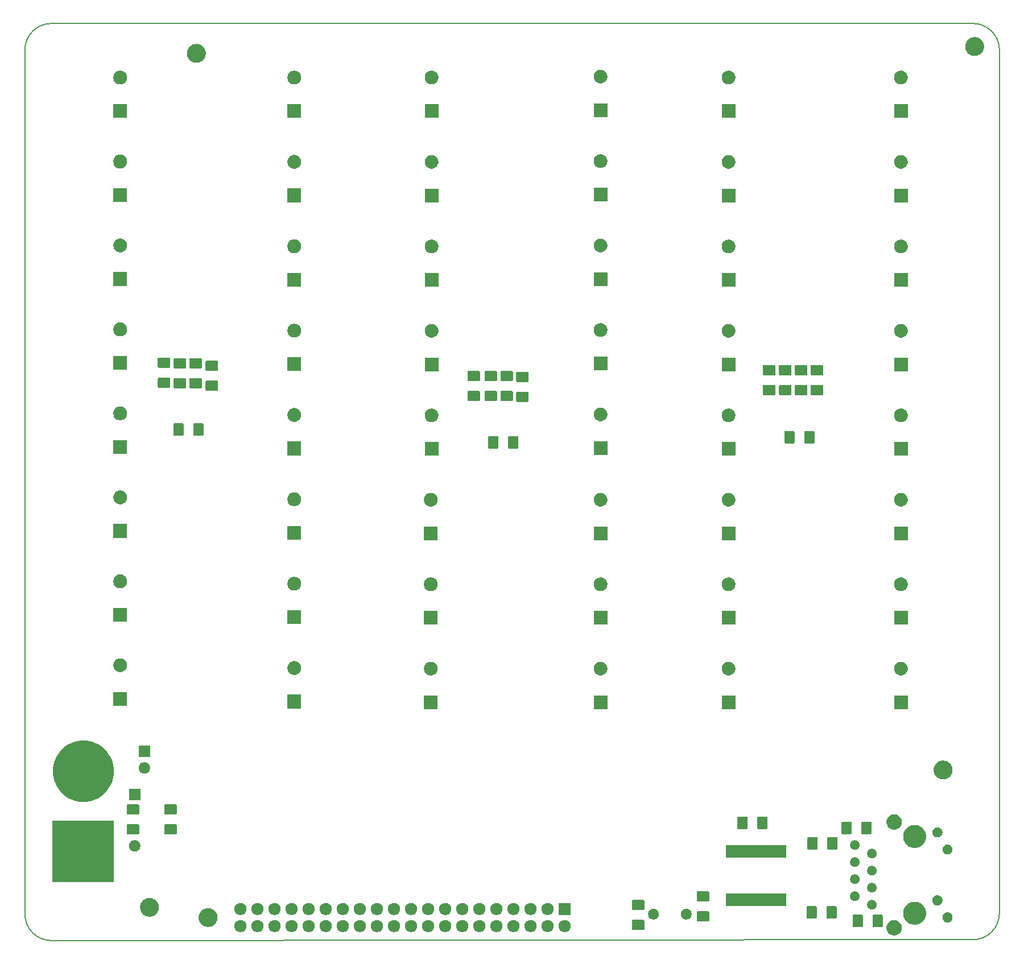
<source format=gbr>
G04 #@! TF.GenerationSoftware,KiCad,Pcbnew,(5.1.6)-1*
G04 #@! TF.CreationDate,2020-08-06T21:08:41-05:00*
G04 #@! TF.ProjectId,atv_hat_hw,6174765f-6861-4745-9f68-772e6b696361,1.0*
G04 #@! TF.SameCoordinates,Original*
G04 #@! TF.FileFunction,Soldermask,Bot*
G04 #@! TF.FilePolarity,Negative*
%FSLAX46Y46*%
G04 Gerber Fmt 4.6, Leading zero omitted, Abs format (unit mm)*
G04 Created by KiCad (PCBNEW (5.1.6)-1) date 2020-08-06 21:08:41*
%MOMM*%
%LPD*%
G01*
G04 APERTURE LIST*
G04 #@! TA.AperFunction,Profile*
%ADD10C,0.150000*%
G04 #@! TD*
%ADD11C,0.100000*%
G04 APERTURE END LIST*
D10*
X194183000Y-25273000D02*
X194183000Y-153797000D01*
X53086000Y-21336000D02*
X190246000Y-21336000D01*
X49149000Y-153924000D02*
X49149000Y-25273000D01*
X190246000Y-157734000D02*
X53086000Y-157861000D01*
X194183000Y-153797000D02*
G75*
G02*
X190246000Y-157734000I-3937000J0D01*
G01*
X190246000Y-21336000D02*
G75*
G02*
X194183000Y-25273000I0J-3937000D01*
G01*
X49149000Y-25273000D02*
G75*
G02*
X53086000Y-21336000I3937000J0D01*
G01*
X53086000Y-157861000D02*
G75*
G02*
X49149000Y-153924000I0J3937000D01*
G01*
D11*
G36*
X178847498Y-154857522D02*
G01*
X178987422Y-154915481D01*
X179055548Y-154943700D01*
X179141525Y-155001148D01*
X179242787Y-155068809D01*
X179402021Y-155228043D01*
X179527131Y-155415284D01*
X179613308Y-155623332D01*
X179657240Y-155844193D01*
X179657240Y-156069387D01*
X179613308Y-156290248D01*
X179527131Y-156498296D01*
X179527130Y-156498298D01*
X179402021Y-156685537D01*
X179242787Y-156844771D01*
X179055548Y-156969880D01*
X179055547Y-156969881D01*
X179055546Y-156969881D01*
X178847498Y-157056058D01*
X178626637Y-157099990D01*
X178401443Y-157099990D01*
X178180582Y-157056058D01*
X177972534Y-156969881D01*
X177972533Y-156969881D01*
X177972532Y-156969880D01*
X177785293Y-156844771D01*
X177626059Y-156685537D01*
X177500950Y-156498298D01*
X177500949Y-156498296D01*
X177414772Y-156290248D01*
X177370840Y-156069387D01*
X177370840Y-155844193D01*
X177414772Y-155623332D01*
X177500949Y-155415284D01*
X177626059Y-155228043D01*
X177785293Y-155068809D01*
X177886555Y-155001148D01*
X177972532Y-154943700D01*
X178040658Y-154915481D01*
X178180582Y-154857522D01*
X178401443Y-154813590D01*
X178626637Y-154813590D01*
X178847498Y-154857522D01*
G37*
G36*
X86426512Y-154804927D02*
G01*
X86575812Y-154834624D01*
X86739784Y-154902544D01*
X86887354Y-155001147D01*
X87012853Y-155126646D01*
X87111456Y-155274216D01*
X87179376Y-155438188D01*
X87214000Y-155612259D01*
X87214000Y-155789741D01*
X87179376Y-155963812D01*
X87111456Y-156127784D01*
X87012853Y-156275354D01*
X86887354Y-156400853D01*
X86739784Y-156499456D01*
X86575812Y-156567376D01*
X86426512Y-156597073D01*
X86401742Y-156602000D01*
X86224258Y-156602000D01*
X86199488Y-156597073D01*
X86050188Y-156567376D01*
X85886216Y-156499456D01*
X85738646Y-156400853D01*
X85613147Y-156275354D01*
X85514544Y-156127784D01*
X85446624Y-155963812D01*
X85412000Y-155789741D01*
X85412000Y-155612259D01*
X85446624Y-155438188D01*
X85514544Y-155274216D01*
X85613147Y-155126646D01*
X85738646Y-155001147D01*
X85886216Y-154902544D01*
X86050188Y-154834624D01*
X86199488Y-154804927D01*
X86224258Y-154800000D01*
X86401742Y-154800000D01*
X86426512Y-154804927D01*
G37*
G36*
X111826512Y-154804927D02*
G01*
X111975812Y-154834624D01*
X112139784Y-154902544D01*
X112287354Y-155001147D01*
X112412853Y-155126646D01*
X112511456Y-155274216D01*
X112579376Y-155438188D01*
X112614000Y-155612259D01*
X112614000Y-155789741D01*
X112579376Y-155963812D01*
X112511456Y-156127784D01*
X112412853Y-156275354D01*
X112287354Y-156400853D01*
X112139784Y-156499456D01*
X111975812Y-156567376D01*
X111826512Y-156597073D01*
X111801742Y-156602000D01*
X111624258Y-156602000D01*
X111599488Y-156597073D01*
X111450188Y-156567376D01*
X111286216Y-156499456D01*
X111138646Y-156400853D01*
X111013147Y-156275354D01*
X110914544Y-156127784D01*
X110846624Y-155963812D01*
X110812000Y-155789741D01*
X110812000Y-155612259D01*
X110846624Y-155438188D01*
X110914544Y-155274216D01*
X111013147Y-155126646D01*
X111138646Y-155001147D01*
X111286216Y-154902544D01*
X111450188Y-154834624D01*
X111599488Y-154804927D01*
X111624258Y-154800000D01*
X111801742Y-154800000D01*
X111826512Y-154804927D01*
G37*
G36*
X109286512Y-154804927D02*
G01*
X109435812Y-154834624D01*
X109599784Y-154902544D01*
X109747354Y-155001147D01*
X109872853Y-155126646D01*
X109971456Y-155274216D01*
X110039376Y-155438188D01*
X110074000Y-155612259D01*
X110074000Y-155789741D01*
X110039376Y-155963812D01*
X109971456Y-156127784D01*
X109872853Y-156275354D01*
X109747354Y-156400853D01*
X109599784Y-156499456D01*
X109435812Y-156567376D01*
X109286512Y-156597073D01*
X109261742Y-156602000D01*
X109084258Y-156602000D01*
X109059488Y-156597073D01*
X108910188Y-156567376D01*
X108746216Y-156499456D01*
X108598646Y-156400853D01*
X108473147Y-156275354D01*
X108374544Y-156127784D01*
X108306624Y-155963812D01*
X108272000Y-155789741D01*
X108272000Y-155612259D01*
X108306624Y-155438188D01*
X108374544Y-155274216D01*
X108473147Y-155126646D01*
X108598646Y-155001147D01*
X108746216Y-154902544D01*
X108910188Y-154834624D01*
X109059488Y-154804927D01*
X109084258Y-154800000D01*
X109261742Y-154800000D01*
X109286512Y-154804927D01*
G37*
G36*
X106746512Y-154804927D02*
G01*
X106895812Y-154834624D01*
X107059784Y-154902544D01*
X107207354Y-155001147D01*
X107332853Y-155126646D01*
X107431456Y-155274216D01*
X107499376Y-155438188D01*
X107534000Y-155612259D01*
X107534000Y-155789741D01*
X107499376Y-155963812D01*
X107431456Y-156127784D01*
X107332853Y-156275354D01*
X107207354Y-156400853D01*
X107059784Y-156499456D01*
X106895812Y-156567376D01*
X106746512Y-156597073D01*
X106721742Y-156602000D01*
X106544258Y-156602000D01*
X106519488Y-156597073D01*
X106370188Y-156567376D01*
X106206216Y-156499456D01*
X106058646Y-156400853D01*
X105933147Y-156275354D01*
X105834544Y-156127784D01*
X105766624Y-155963812D01*
X105732000Y-155789741D01*
X105732000Y-155612259D01*
X105766624Y-155438188D01*
X105834544Y-155274216D01*
X105933147Y-155126646D01*
X106058646Y-155001147D01*
X106206216Y-154902544D01*
X106370188Y-154834624D01*
X106519488Y-154804927D01*
X106544258Y-154800000D01*
X106721742Y-154800000D01*
X106746512Y-154804927D01*
G37*
G36*
X104206512Y-154804927D02*
G01*
X104355812Y-154834624D01*
X104519784Y-154902544D01*
X104667354Y-155001147D01*
X104792853Y-155126646D01*
X104891456Y-155274216D01*
X104959376Y-155438188D01*
X104994000Y-155612259D01*
X104994000Y-155789741D01*
X104959376Y-155963812D01*
X104891456Y-156127784D01*
X104792853Y-156275354D01*
X104667354Y-156400853D01*
X104519784Y-156499456D01*
X104355812Y-156567376D01*
X104206512Y-156597073D01*
X104181742Y-156602000D01*
X104004258Y-156602000D01*
X103979488Y-156597073D01*
X103830188Y-156567376D01*
X103666216Y-156499456D01*
X103518646Y-156400853D01*
X103393147Y-156275354D01*
X103294544Y-156127784D01*
X103226624Y-155963812D01*
X103192000Y-155789741D01*
X103192000Y-155612259D01*
X103226624Y-155438188D01*
X103294544Y-155274216D01*
X103393147Y-155126646D01*
X103518646Y-155001147D01*
X103666216Y-154902544D01*
X103830188Y-154834624D01*
X103979488Y-154804927D01*
X104004258Y-154800000D01*
X104181742Y-154800000D01*
X104206512Y-154804927D01*
G37*
G36*
X101666512Y-154804927D02*
G01*
X101815812Y-154834624D01*
X101979784Y-154902544D01*
X102127354Y-155001147D01*
X102252853Y-155126646D01*
X102351456Y-155274216D01*
X102419376Y-155438188D01*
X102454000Y-155612259D01*
X102454000Y-155789741D01*
X102419376Y-155963812D01*
X102351456Y-156127784D01*
X102252853Y-156275354D01*
X102127354Y-156400853D01*
X101979784Y-156499456D01*
X101815812Y-156567376D01*
X101666512Y-156597073D01*
X101641742Y-156602000D01*
X101464258Y-156602000D01*
X101439488Y-156597073D01*
X101290188Y-156567376D01*
X101126216Y-156499456D01*
X100978646Y-156400853D01*
X100853147Y-156275354D01*
X100754544Y-156127784D01*
X100686624Y-155963812D01*
X100652000Y-155789741D01*
X100652000Y-155612259D01*
X100686624Y-155438188D01*
X100754544Y-155274216D01*
X100853147Y-155126646D01*
X100978646Y-155001147D01*
X101126216Y-154902544D01*
X101290188Y-154834624D01*
X101439488Y-154804927D01*
X101464258Y-154800000D01*
X101641742Y-154800000D01*
X101666512Y-154804927D01*
G37*
G36*
X99126512Y-154804927D02*
G01*
X99275812Y-154834624D01*
X99439784Y-154902544D01*
X99587354Y-155001147D01*
X99712853Y-155126646D01*
X99811456Y-155274216D01*
X99879376Y-155438188D01*
X99914000Y-155612259D01*
X99914000Y-155789741D01*
X99879376Y-155963812D01*
X99811456Y-156127784D01*
X99712853Y-156275354D01*
X99587354Y-156400853D01*
X99439784Y-156499456D01*
X99275812Y-156567376D01*
X99126512Y-156597073D01*
X99101742Y-156602000D01*
X98924258Y-156602000D01*
X98899488Y-156597073D01*
X98750188Y-156567376D01*
X98586216Y-156499456D01*
X98438646Y-156400853D01*
X98313147Y-156275354D01*
X98214544Y-156127784D01*
X98146624Y-155963812D01*
X98112000Y-155789741D01*
X98112000Y-155612259D01*
X98146624Y-155438188D01*
X98214544Y-155274216D01*
X98313147Y-155126646D01*
X98438646Y-155001147D01*
X98586216Y-154902544D01*
X98750188Y-154834624D01*
X98899488Y-154804927D01*
X98924258Y-154800000D01*
X99101742Y-154800000D01*
X99126512Y-154804927D01*
G37*
G36*
X96586512Y-154804927D02*
G01*
X96735812Y-154834624D01*
X96899784Y-154902544D01*
X97047354Y-155001147D01*
X97172853Y-155126646D01*
X97271456Y-155274216D01*
X97339376Y-155438188D01*
X97374000Y-155612259D01*
X97374000Y-155789741D01*
X97339376Y-155963812D01*
X97271456Y-156127784D01*
X97172853Y-156275354D01*
X97047354Y-156400853D01*
X96899784Y-156499456D01*
X96735812Y-156567376D01*
X96586512Y-156597073D01*
X96561742Y-156602000D01*
X96384258Y-156602000D01*
X96359488Y-156597073D01*
X96210188Y-156567376D01*
X96046216Y-156499456D01*
X95898646Y-156400853D01*
X95773147Y-156275354D01*
X95674544Y-156127784D01*
X95606624Y-155963812D01*
X95572000Y-155789741D01*
X95572000Y-155612259D01*
X95606624Y-155438188D01*
X95674544Y-155274216D01*
X95773147Y-155126646D01*
X95898646Y-155001147D01*
X96046216Y-154902544D01*
X96210188Y-154834624D01*
X96359488Y-154804927D01*
X96384258Y-154800000D01*
X96561742Y-154800000D01*
X96586512Y-154804927D01*
G37*
G36*
X94046512Y-154804927D02*
G01*
X94195812Y-154834624D01*
X94359784Y-154902544D01*
X94507354Y-155001147D01*
X94632853Y-155126646D01*
X94731456Y-155274216D01*
X94799376Y-155438188D01*
X94834000Y-155612259D01*
X94834000Y-155789741D01*
X94799376Y-155963812D01*
X94731456Y-156127784D01*
X94632853Y-156275354D01*
X94507354Y-156400853D01*
X94359784Y-156499456D01*
X94195812Y-156567376D01*
X94046512Y-156597073D01*
X94021742Y-156602000D01*
X93844258Y-156602000D01*
X93819488Y-156597073D01*
X93670188Y-156567376D01*
X93506216Y-156499456D01*
X93358646Y-156400853D01*
X93233147Y-156275354D01*
X93134544Y-156127784D01*
X93066624Y-155963812D01*
X93032000Y-155789741D01*
X93032000Y-155612259D01*
X93066624Y-155438188D01*
X93134544Y-155274216D01*
X93233147Y-155126646D01*
X93358646Y-155001147D01*
X93506216Y-154902544D01*
X93670188Y-154834624D01*
X93819488Y-154804927D01*
X93844258Y-154800000D01*
X94021742Y-154800000D01*
X94046512Y-154804927D01*
G37*
G36*
X91506512Y-154804927D02*
G01*
X91655812Y-154834624D01*
X91819784Y-154902544D01*
X91967354Y-155001147D01*
X92092853Y-155126646D01*
X92191456Y-155274216D01*
X92259376Y-155438188D01*
X92294000Y-155612259D01*
X92294000Y-155789741D01*
X92259376Y-155963812D01*
X92191456Y-156127784D01*
X92092853Y-156275354D01*
X91967354Y-156400853D01*
X91819784Y-156499456D01*
X91655812Y-156567376D01*
X91506512Y-156597073D01*
X91481742Y-156602000D01*
X91304258Y-156602000D01*
X91279488Y-156597073D01*
X91130188Y-156567376D01*
X90966216Y-156499456D01*
X90818646Y-156400853D01*
X90693147Y-156275354D01*
X90594544Y-156127784D01*
X90526624Y-155963812D01*
X90492000Y-155789741D01*
X90492000Y-155612259D01*
X90526624Y-155438188D01*
X90594544Y-155274216D01*
X90693147Y-155126646D01*
X90818646Y-155001147D01*
X90966216Y-154902544D01*
X91130188Y-154834624D01*
X91279488Y-154804927D01*
X91304258Y-154800000D01*
X91481742Y-154800000D01*
X91506512Y-154804927D01*
G37*
G36*
X83886512Y-154804927D02*
G01*
X84035812Y-154834624D01*
X84199784Y-154902544D01*
X84347354Y-155001147D01*
X84472853Y-155126646D01*
X84571456Y-155274216D01*
X84639376Y-155438188D01*
X84674000Y-155612259D01*
X84674000Y-155789741D01*
X84639376Y-155963812D01*
X84571456Y-156127784D01*
X84472853Y-156275354D01*
X84347354Y-156400853D01*
X84199784Y-156499456D01*
X84035812Y-156567376D01*
X83886512Y-156597073D01*
X83861742Y-156602000D01*
X83684258Y-156602000D01*
X83659488Y-156597073D01*
X83510188Y-156567376D01*
X83346216Y-156499456D01*
X83198646Y-156400853D01*
X83073147Y-156275354D01*
X82974544Y-156127784D01*
X82906624Y-155963812D01*
X82872000Y-155789741D01*
X82872000Y-155612259D01*
X82906624Y-155438188D01*
X82974544Y-155274216D01*
X83073147Y-155126646D01*
X83198646Y-155001147D01*
X83346216Y-154902544D01*
X83510188Y-154834624D01*
X83659488Y-154804927D01*
X83684258Y-154800000D01*
X83861742Y-154800000D01*
X83886512Y-154804927D01*
G37*
G36*
X88966512Y-154804927D02*
G01*
X89115812Y-154834624D01*
X89279784Y-154902544D01*
X89427354Y-155001147D01*
X89552853Y-155126646D01*
X89651456Y-155274216D01*
X89719376Y-155438188D01*
X89754000Y-155612259D01*
X89754000Y-155789741D01*
X89719376Y-155963812D01*
X89651456Y-156127784D01*
X89552853Y-156275354D01*
X89427354Y-156400853D01*
X89279784Y-156499456D01*
X89115812Y-156567376D01*
X88966512Y-156597073D01*
X88941742Y-156602000D01*
X88764258Y-156602000D01*
X88739488Y-156597073D01*
X88590188Y-156567376D01*
X88426216Y-156499456D01*
X88278646Y-156400853D01*
X88153147Y-156275354D01*
X88054544Y-156127784D01*
X87986624Y-155963812D01*
X87952000Y-155789741D01*
X87952000Y-155612259D01*
X87986624Y-155438188D01*
X88054544Y-155274216D01*
X88153147Y-155126646D01*
X88278646Y-155001147D01*
X88426216Y-154902544D01*
X88590188Y-154834624D01*
X88739488Y-154804927D01*
X88764258Y-154800000D01*
X88941742Y-154800000D01*
X88966512Y-154804927D01*
G37*
G36*
X129606512Y-154804927D02*
G01*
X129755812Y-154834624D01*
X129919784Y-154902544D01*
X130067354Y-155001147D01*
X130192853Y-155126646D01*
X130291456Y-155274216D01*
X130359376Y-155438188D01*
X130394000Y-155612259D01*
X130394000Y-155789741D01*
X130359376Y-155963812D01*
X130291456Y-156127784D01*
X130192853Y-156275354D01*
X130067354Y-156400853D01*
X129919784Y-156499456D01*
X129755812Y-156567376D01*
X129606512Y-156597073D01*
X129581742Y-156602000D01*
X129404258Y-156602000D01*
X129379488Y-156597073D01*
X129230188Y-156567376D01*
X129066216Y-156499456D01*
X128918646Y-156400853D01*
X128793147Y-156275354D01*
X128694544Y-156127784D01*
X128626624Y-155963812D01*
X128592000Y-155789741D01*
X128592000Y-155612259D01*
X128626624Y-155438188D01*
X128694544Y-155274216D01*
X128793147Y-155126646D01*
X128918646Y-155001147D01*
X129066216Y-154902544D01*
X129230188Y-154834624D01*
X129379488Y-154804927D01*
X129404258Y-154800000D01*
X129581742Y-154800000D01*
X129606512Y-154804927D01*
G37*
G36*
X127066512Y-154804927D02*
G01*
X127215812Y-154834624D01*
X127379784Y-154902544D01*
X127527354Y-155001147D01*
X127652853Y-155126646D01*
X127751456Y-155274216D01*
X127819376Y-155438188D01*
X127854000Y-155612259D01*
X127854000Y-155789741D01*
X127819376Y-155963812D01*
X127751456Y-156127784D01*
X127652853Y-156275354D01*
X127527354Y-156400853D01*
X127379784Y-156499456D01*
X127215812Y-156567376D01*
X127066512Y-156597073D01*
X127041742Y-156602000D01*
X126864258Y-156602000D01*
X126839488Y-156597073D01*
X126690188Y-156567376D01*
X126526216Y-156499456D01*
X126378646Y-156400853D01*
X126253147Y-156275354D01*
X126154544Y-156127784D01*
X126086624Y-155963812D01*
X126052000Y-155789741D01*
X126052000Y-155612259D01*
X126086624Y-155438188D01*
X126154544Y-155274216D01*
X126253147Y-155126646D01*
X126378646Y-155001147D01*
X126526216Y-154902544D01*
X126690188Y-154834624D01*
X126839488Y-154804927D01*
X126864258Y-154800000D01*
X127041742Y-154800000D01*
X127066512Y-154804927D01*
G37*
G36*
X124526512Y-154804927D02*
G01*
X124675812Y-154834624D01*
X124839784Y-154902544D01*
X124987354Y-155001147D01*
X125112853Y-155126646D01*
X125211456Y-155274216D01*
X125279376Y-155438188D01*
X125314000Y-155612259D01*
X125314000Y-155789741D01*
X125279376Y-155963812D01*
X125211456Y-156127784D01*
X125112853Y-156275354D01*
X124987354Y-156400853D01*
X124839784Y-156499456D01*
X124675812Y-156567376D01*
X124526512Y-156597073D01*
X124501742Y-156602000D01*
X124324258Y-156602000D01*
X124299488Y-156597073D01*
X124150188Y-156567376D01*
X123986216Y-156499456D01*
X123838646Y-156400853D01*
X123713147Y-156275354D01*
X123614544Y-156127784D01*
X123546624Y-155963812D01*
X123512000Y-155789741D01*
X123512000Y-155612259D01*
X123546624Y-155438188D01*
X123614544Y-155274216D01*
X123713147Y-155126646D01*
X123838646Y-155001147D01*
X123986216Y-154902544D01*
X124150188Y-154834624D01*
X124299488Y-154804927D01*
X124324258Y-154800000D01*
X124501742Y-154800000D01*
X124526512Y-154804927D01*
G37*
G36*
X121986512Y-154804927D02*
G01*
X122135812Y-154834624D01*
X122299784Y-154902544D01*
X122447354Y-155001147D01*
X122572853Y-155126646D01*
X122671456Y-155274216D01*
X122739376Y-155438188D01*
X122774000Y-155612259D01*
X122774000Y-155789741D01*
X122739376Y-155963812D01*
X122671456Y-156127784D01*
X122572853Y-156275354D01*
X122447354Y-156400853D01*
X122299784Y-156499456D01*
X122135812Y-156567376D01*
X121986512Y-156597073D01*
X121961742Y-156602000D01*
X121784258Y-156602000D01*
X121759488Y-156597073D01*
X121610188Y-156567376D01*
X121446216Y-156499456D01*
X121298646Y-156400853D01*
X121173147Y-156275354D01*
X121074544Y-156127784D01*
X121006624Y-155963812D01*
X120972000Y-155789741D01*
X120972000Y-155612259D01*
X121006624Y-155438188D01*
X121074544Y-155274216D01*
X121173147Y-155126646D01*
X121298646Y-155001147D01*
X121446216Y-154902544D01*
X121610188Y-154834624D01*
X121759488Y-154804927D01*
X121784258Y-154800000D01*
X121961742Y-154800000D01*
X121986512Y-154804927D01*
G37*
G36*
X116906512Y-154804927D02*
G01*
X117055812Y-154834624D01*
X117219784Y-154902544D01*
X117367354Y-155001147D01*
X117492853Y-155126646D01*
X117591456Y-155274216D01*
X117659376Y-155438188D01*
X117694000Y-155612259D01*
X117694000Y-155789741D01*
X117659376Y-155963812D01*
X117591456Y-156127784D01*
X117492853Y-156275354D01*
X117367354Y-156400853D01*
X117219784Y-156499456D01*
X117055812Y-156567376D01*
X116906512Y-156597073D01*
X116881742Y-156602000D01*
X116704258Y-156602000D01*
X116679488Y-156597073D01*
X116530188Y-156567376D01*
X116366216Y-156499456D01*
X116218646Y-156400853D01*
X116093147Y-156275354D01*
X115994544Y-156127784D01*
X115926624Y-155963812D01*
X115892000Y-155789741D01*
X115892000Y-155612259D01*
X115926624Y-155438188D01*
X115994544Y-155274216D01*
X116093147Y-155126646D01*
X116218646Y-155001147D01*
X116366216Y-154902544D01*
X116530188Y-154834624D01*
X116679488Y-154804927D01*
X116704258Y-154800000D01*
X116881742Y-154800000D01*
X116906512Y-154804927D01*
G37*
G36*
X114366512Y-154804927D02*
G01*
X114515812Y-154834624D01*
X114679784Y-154902544D01*
X114827354Y-155001147D01*
X114952853Y-155126646D01*
X115051456Y-155274216D01*
X115119376Y-155438188D01*
X115154000Y-155612259D01*
X115154000Y-155789741D01*
X115119376Y-155963812D01*
X115051456Y-156127784D01*
X114952853Y-156275354D01*
X114827354Y-156400853D01*
X114679784Y-156499456D01*
X114515812Y-156567376D01*
X114366512Y-156597073D01*
X114341742Y-156602000D01*
X114164258Y-156602000D01*
X114139488Y-156597073D01*
X113990188Y-156567376D01*
X113826216Y-156499456D01*
X113678646Y-156400853D01*
X113553147Y-156275354D01*
X113454544Y-156127784D01*
X113386624Y-155963812D01*
X113352000Y-155789741D01*
X113352000Y-155612259D01*
X113386624Y-155438188D01*
X113454544Y-155274216D01*
X113553147Y-155126646D01*
X113678646Y-155001147D01*
X113826216Y-154902544D01*
X113990188Y-154834624D01*
X114139488Y-154804927D01*
X114164258Y-154800000D01*
X114341742Y-154800000D01*
X114366512Y-154804927D01*
G37*
G36*
X81346512Y-154804927D02*
G01*
X81495812Y-154834624D01*
X81659784Y-154902544D01*
X81807354Y-155001147D01*
X81932853Y-155126646D01*
X82031456Y-155274216D01*
X82099376Y-155438188D01*
X82134000Y-155612259D01*
X82134000Y-155789741D01*
X82099376Y-155963812D01*
X82031456Y-156127784D01*
X81932853Y-156275354D01*
X81807354Y-156400853D01*
X81659784Y-156499456D01*
X81495812Y-156567376D01*
X81346512Y-156597073D01*
X81321742Y-156602000D01*
X81144258Y-156602000D01*
X81119488Y-156597073D01*
X80970188Y-156567376D01*
X80806216Y-156499456D01*
X80658646Y-156400853D01*
X80533147Y-156275354D01*
X80434544Y-156127784D01*
X80366624Y-155963812D01*
X80332000Y-155789741D01*
X80332000Y-155612259D01*
X80366624Y-155438188D01*
X80434544Y-155274216D01*
X80533147Y-155126646D01*
X80658646Y-155001147D01*
X80806216Y-154902544D01*
X80970188Y-154834624D01*
X81119488Y-154804927D01*
X81144258Y-154800000D01*
X81321742Y-154800000D01*
X81346512Y-154804927D01*
G37*
G36*
X119446512Y-154804927D02*
G01*
X119595812Y-154834624D01*
X119759784Y-154902544D01*
X119907354Y-155001147D01*
X120032853Y-155126646D01*
X120131456Y-155274216D01*
X120199376Y-155438188D01*
X120234000Y-155612259D01*
X120234000Y-155789741D01*
X120199376Y-155963812D01*
X120131456Y-156127784D01*
X120032853Y-156275354D01*
X119907354Y-156400853D01*
X119759784Y-156499456D01*
X119595812Y-156567376D01*
X119446512Y-156597073D01*
X119421742Y-156602000D01*
X119244258Y-156602000D01*
X119219488Y-156597073D01*
X119070188Y-156567376D01*
X118906216Y-156499456D01*
X118758646Y-156400853D01*
X118633147Y-156275354D01*
X118534544Y-156127784D01*
X118466624Y-155963812D01*
X118432000Y-155789741D01*
X118432000Y-155612259D01*
X118466624Y-155438188D01*
X118534544Y-155274216D01*
X118633147Y-155126646D01*
X118758646Y-155001147D01*
X118906216Y-154902544D01*
X119070188Y-154834624D01*
X119219488Y-154804927D01*
X119244258Y-154800000D01*
X119421742Y-154800000D01*
X119446512Y-154804927D01*
G37*
G36*
X141190562Y-154778181D02*
G01*
X141225481Y-154788774D01*
X141257663Y-154805976D01*
X141285873Y-154829127D01*
X141309024Y-154857337D01*
X141326226Y-154889519D01*
X141336819Y-154924438D01*
X141341000Y-154966895D01*
X141341000Y-156108105D01*
X141336819Y-156150562D01*
X141326226Y-156185481D01*
X141309024Y-156217663D01*
X141285873Y-156245873D01*
X141257663Y-156269024D01*
X141225481Y-156286226D01*
X141190562Y-156296819D01*
X141148105Y-156301000D01*
X139681895Y-156301000D01*
X139639438Y-156296819D01*
X139604519Y-156286226D01*
X139572337Y-156269024D01*
X139544127Y-156245873D01*
X139520976Y-156217663D01*
X139503774Y-156185481D01*
X139493181Y-156150562D01*
X139489000Y-156108105D01*
X139489000Y-154966895D01*
X139493181Y-154924438D01*
X139503774Y-154889519D01*
X139520976Y-154857337D01*
X139544127Y-154829127D01*
X139572337Y-154805976D01*
X139604519Y-154788774D01*
X139639438Y-154778181D01*
X139681895Y-154774000D01*
X141148105Y-154774000D01*
X141190562Y-154778181D01*
G37*
G36*
X176678562Y-154017181D02*
G01*
X176713481Y-154027774D01*
X176745663Y-154044976D01*
X176773873Y-154068127D01*
X176797024Y-154096337D01*
X176814226Y-154128519D01*
X176824819Y-154163438D01*
X176829000Y-154205895D01*
X176829000Y-155672105D01*
X176824819Y-155714562D01*
X176814226Y-155749481D01*
X176797024Y-155781663D01*
X176773873Y-155809873D01*
X176745663Y-155833024D01*
X176713481Y-155850226D01*
X176678562Y-155860819D01*
X176636105Y-155865000D01*
X175494895Y-155865000D01*
X175452438Y-155860819D01*
X175417519Y-155850226D01*
X175385337Y-155833024D01*
X175357127Y-155809873D01*
X175333976Y-155781663D01*
X175316774Y-155749481D01*
X175306181Y-155714562D01*
X175302000Y-155672105D01*
X175302000Y-154205895D01*
X175306181Y-154163438D01*
X175316774Y-154128519D01*
X175333976Y-154096337D01*
X175357127Y-154068127D01*
X175385337Y-154044976D01*
X175417519Y-154027774D01*
X175452438Y-154017181D01*
X175494895Y-154013000D01*
X176636105Y-154013000D01*
X176678562Y-154017181D01*
G37*
G36*
X173703562Y-154017181D02*
G01*
X173738481Y-154027774D01*
X173770663Y-154044976D01*
X173798873Y-154068127D01*
X173822024Y-154096337D01*
X173839226Y-154128519D01*
X173849819Y-154163438D01*
X173854000Y-154205895D01*
X173854000Y-155672105D01*
X173849819Y-155714562D01*
X173839226Y-155749481D01*
X173822024Y-155781663D01*
X173798873Y-155809873D01*
X173770663Y-155833024D01*
X173738481Y-155850226D01*
X173703562Y-155860819D01*
X173661105Y-155865000D01*
X172519895Y-155865000D01*
X172477438Y-155860819D01*
X172442519Y-155850226D01*
X172410337Y-155833024D01*
X172382127Y-155809873D01*
X172358976Y-155781663D01*
X172341774Y-155749481D01*
X172331181Y-155714562D01*
X172327000Y-155672105D01*
X172327000Y-154205895D01*
X172331181Y-154163438D01*
X172341774Y-154128519D01*
X172358976Y-154096337D01*
X172382127Y-154068127D01*
X172410337Y-154044976D01*
X172442519Y-154027774D01*
X172477438Y-154017181D01*
X172519895Y-154013000D01*
X173661105Y-154013000D01*
X173703562Y-154017181D01*
G37*
G36*
X76686282Y-153058105D02*
G01*
X76815657Y-153083839D01*
X76879705Y-153110369D01*
X77070621Y-153189449D01*
X77106110Y-153213162D01*
X77300086Y-153342772D01*
X77495228Y-153537914D01*
X77589862Y-153679544D01*
X77648551Y-153767379D01*
X77680333Y-153844107D01*
X77752023Y-154017181D01*
X77754161Y-154022344D01*
X77808000Y-154293012D01*
X77808000Y-154568988D01*
X77795299Y-154632838D01*
X77754161Y-154839657D01*
X77722753Y-154915481D01*
X77648551Y-155094621D01*
X77604512Y-155160530D01*
X77495228Y-155324086D01*
X77300086Y-155519228D01*
X77183534Y-155597105D01*
X77070621Y-155672551D01*
X76921267Y-155734415D01*
X76815657Y-155778161D01*
X76725433Y-155796107D01*
X76544988Y-155832000D01*
X76269012Y-155832000D01*
X76088567Y-155796107D01*
X75998343Y-155778161D01*
X75892733Y-155734415D01*
X75743379Y-155672551D01*
X75630466Y-155597105D01*
X75513914Y-155519228D01*
X75318772Y-155324086D01*
X75209488Y-155160530D01*
X75165449Y-155094621D01*
X75091247Y-154915481D01*
X75059839Y-154839657D01*
X75018701Y-154632838D01*
X75006000Y-154568988D01*
X75006000Y-154293012D01*
X75059839Y-154022344D01*
X75061978Y-154017181D01*
X75133667Y-153844107D01*
X75165449Y-153767379D01*
X75224138Y-153679544D01*
X75318772Y-153537914D01*
X75513914Y-153342772D01*
X75707890Y-153213162D01*
X75743379Y-153189449D01*
X75934295Y-153110369D01*
X75998343Y-153083839D01*
X76127718Y-153058105D01*
X76269012Y-153030000D01*
X76544988Y-153030000D01*
X76686282Y-153058105D01*
G37*
G36*
X182060203Y-152161158D02*
G01*
X182369765Y-152289383D01*
X182419054Y-152322317D01*
X182648365Y-152475537D01*
X182885294Y-152712466D01*
X182958124Y-152821465D01*
X183071448Y-152991066D01*
X183199673Y-153300628D01*
X183265041Y-153629255D01*
X183265041Y-153964325D01*
X183199673Y-154292952D01*
X183071448Y-154602514D01*
X183055919Y-154625755D01*
X182885294Y-154881114D01*
X182648365Y-155118043D01*
X182462211Y-155242427D01*
X182369765Y-155304197D01*
X182060203Y-155432422D01*
X181731576Y-155497790D01*
X181396506Y-155497790D01*
X181067879Y-155432422D01*
X180758317Y-155304197D01*
X180665871Y-155242427D01*
X180479717Y-155118043D01*
X180242788Y-154881114D01*
X180072163Y-154625755D01*
X180056634Y-154602514D01*
X179928409Y-154292952D01*
X179863041Y-153964325D01*
X179863041Y-153629255D01*
X179928409Y-153300628D01*
X180056634Y-152991066D01*
X180169958Y-152821465D01*
X180242788Y-152712466D01*
X180479717Y-152475537D01*
X180709028Y-152322317D01*
X180758317Y-152289383D01*
X181067879Y-152161158D01*
X181396506Y-152095790D01*
X181731576Y-152095790D01*
X182060203Y-152161158D01*
G37*
G36*
X186609923Y-153665037D02*
G01*
X186682855Y-153679544D01*
X186724744Y-153696895D01*
X186820256Y-153736457D01*
X186943914Y-153819083D01*
X187049077Y-153924246D01*
X187131703Y-154047904D01*
X187149746Y-154091465D01*
X187188616Y-154185305D01*
X187217630Y-154331169D01*
X187217630Y-154479891D01*
X187188616Y-154625755D01*
X187185682Y-154632838D01*
X187131703Y-154763156D01*
X187049077Y-154886814D01*
X186943914Y-154991977D01*
X186820256Y-155074603D01*
X186771925Y-155094622D01*
X186682855Y-155131516D01*
X186609923Y-155146023D01*
X186536992Y-155160530D01*
X186388268Y-155160530D01*
X186315337Y-155146023D01*
X186242405Y-155131516D01*
X186153335Y-155094622D01*
X186105004Y-155074603D01*
X185981346Y-154991977D01*
X185876183Y-154886814D01*
X185793557Y-154763156D01*
X185739578Y-154632838D01*
X185736644Y-154625755D01*
X185707630Y-154479891D01*
X185707630Y-154331169D01*
X185736644Y-154185305D01*
X185775514Y-154091465D01*
X185793557Y-154047904D01*
X185876183Y-153924246D01*
X185981346Y-153819083D01*
X186105004Y-153736457D01*
X186200516Y-153696895D01*
X186242405Y-153679544D01*
X186315337Y-153665037D01*
X186388268Y-153650530D01*
X186536992Y-153650530D01*
X186609923Y-153665037D01*
G37*
G36*
X150842562Y-153508181D02*
G01*
X150877481Y-153518774D01*
X150909663Y-153535976D01*
X150937873Y-153559127D01*
X150961024Y-153587337D01*
X150978226Y-153619519D01*
X150988819Y-153654438D01*
X150993000Y-153696895D01*
X150993000Y-154838105D01*
X150988819Y-154880562D01*
X150978226Y-154915481D01*
X150961024Y-154947663D01*
X150937873Y-154975873D01*
X150909663Y-154999024D01*
X150877481Y-155016226D01*
X150842562Y-155026819D01*
X150800105Y-155031000D01*
X149333895Y-155031000D01*
X149291438Y-155026819D01*
X149256519Y-155016226D01*
X149224337Y-154999024D01*
X149196127Y-154975873D01*
X149172976Y-154947663D01*
X149155774Y-154915481D01*
X149145181Y-154880562D01*
X149141000Y-154838105D01*
X149141000Y-153696895D01*
X149145181Y-153654438D01*
X149155774Y-153619519D01*
X149172976Y-153587337D01*
X149196127Y-153559127D01*
X149224337Y-153535976D01*
X149256519Y-153518774D01*
X149291438Y-153508181D01*
X149333895Y-153504000D01*
X150800105Y-153504000D01*
X150842562Y-153508181D01*
G37*
G36*
X142934642Y-153152781D02*
G01*
X143080414Y-153213162D01*
X143080416Y-153213163D01*
X143211608Y-153300822D01*
X143323178Y-153412392D01*
X143407048Y-153537914D01*
X143410838Y-153543586D01*
X143471219Y-153689358D01*
X143502000Y-153844107D01*
X143502000Y-154001893D01*
X143471219Y-154156642D01*
X143410838Y-154302414D01*
X143410837Y-154302416D01*
X143323178Y-154433608D01*
X143211608Y-154545178D01*
X143080416Y-154632837D01*
X143080415Y-154632838D01*
X143080414Y-154632838D01*
X142934642Y-154693219D01*
X142779893Y-154724000D01*
X142622107Y-154724000D01*
X142467358Y-154693219D01*
X142321586Y-154632838D01*
X142321585Y-154632838D01*
X142321584Y-154632837D01*
X142190392Y-154545178D01*
X142078822Y-154433608D01*
X141991163Y-154302416D01*
X141991162Y-154302414D01*
X141930781Y-154156642D01*
X141900000Y-154001893D01*
X141900000Y-153844107D01*
X141930781Y-153689358D01*
X141991162Y-153543586D01*
X141994952Y-153537914D01*
X142078822Y-153412392D01*
X142190392Y-153300822D01*
X142321584Y-153213163D01*
X142321586Y-153213162D01*
X142467358Y-153152781D01*
X142622107Y-153122000D01*
X142779893Y-153122000D01*
X142934642Y-153152781D01*
G37*
G36*
X147814642Y-153152781D02*
G01*
X147960414Y-153213162D01*
X147960416Y-153213163D01*
X148091608Y-153300822D01*
X148203178Y-153412392D01*
X148287048Y-153537914D01*
X148290838Y-153543586D01*
X148351219Y-153689358D01*
X148382000Y-153844107D01*
X148382000Y-154001893D01*
X148351219Y-154156642D01*
X148290838Y-154302414D01*
X148290837Y-154302416D01*
X148203178Y-154433608D01*
X148091608Y-154545178D01*
X147960416Y-154632837D01*
X147960415Y-154632838D01*
X147960414Y-154632838D01*
X147814642Y-154693219D01*
X147659893Y-154724000D01*
X147502107Y-154724000D01*
X147347358Y-154693219D01*
X147201586Y-154632838D01*
X147201585Y-154632838D01*
X147201584Y-154632837D01*
X147070392Y-154545178D01*
X146958822Y-154433608D01*
X146871163Y-154302416D01*
X146871162Y-154302414D01*
X146810781Y-154156642D01*
X146780000Y-154001893D01*
X146780000Y-153844107D01*
X146810781Y-153689358D01*
X146871162Y-153543586D01*
X146874952Y-153537914D01*
X146958822Y-153412392D01*
X147070392Y-153300822D01*
X147201584Y-153213163D01*
X147201586Y-153213162D01*
X147347358Y-153152781D01*
X147502107Y-153122000D01*
X147659893Y-153122000D01*
X147814642Y-153152781D01*
G37*
G36*
X166845562Y-152747181D02*
G01*
X166880481Y-152757774D01*
X166912663Y-152774976D01*
X166940873Y-152798127D01*
X166964024Y-152826337D01*
X166981226Y-152858519D01*
X166991819Y-152893438D01*
X166996000Y-152935895D01*
X166996000Y-154402105D01*
X166991819Y-154444562D01*
X166981226Y-154479481D01*
X166964024Y-154511663D01*
X166940873Y-154539873D01*
X166912663Y-154563024D01*
X166880481Y-154580226D01*
X166845562Y-154590819D01*
X166803105Y-154595000D01*
X165661895Y-154595000D01*
X165619438Y-154590819D01*
X165584519Y-154580226D01*
X165552337Y-154563024D01*
X165524127Y-154539873D01*
X165500976Y-154511663D01*
X165483774Y-154479481D01*
X165473181Y-154444562D01*
X165469000Y-154402105D01*
X165469000Y-152935895D01*
X165473181Y-152893438D01*
X165483774Y-152858519D01*
X165500976Y-152826337D01*
X165524127Y-152798127D01*
X165552337Y-152774976D01*
X165584519Y-152757774D01*
X165619438Y-152747181D01*
X165661895Y-152743000D01*
X166803105Y-152743000D01*
X166845562Y-152747181D01*
G37*
G36*
X169820562Y-152747181D02*
G01*
X169855481Y-152757774D01*
X169887663Y-152774976D01*
X169915873Y-152798127D01*
X169939024Y-152826337D01*
X169956226Y-152858519D01*
X169966819Y-152893438D01*
X169971000Y-152935895D01*
X169971000Y-154402105D01*
X169966819Y-154444562D01*
X169956226Y-154479481D01*
X169939024Y-154511663D01*
X169915873Y-154539873D01*
X169887663Y-154563024D01*
X169855481Y-154580226D01*
X169820562Y-154590819D01*
X169778105Y-154595000D01*
X168636895Y-154595000D01*
X168594438Y-154590819D01*
X168559519Y-154580226D01*
X168527337Y-154563024D01*
X168499127Y-154539873D01*
X168475976Y-154511663D01*
X168458774Y-154479481D01*
X168448181Y-154444562D01*
X168444000Y-154402105D01*
X168444000Y-152935895D01*
X168448181Y-152893438D01*
X168458774Y-152858519D01*
X168475976Y-152826337D01*
X168499127Y-152798127D01*
X168527337Y-152774976D01*
X168559519Y-152757774D01*
X168594438Y-152747181D01*
X168636895Y-152743000D01*
X169778105Y-152743000D01*
X169820562Y-152747181D01*
G37*
G36*
X68009433Y-151542893D02*
G01*
X68099657Y-151560839D01*
X68167252Y-151588838D01*
X68354621Y-151666449D01*
X68354622Y-151666450D01*
X68584086Y-151819772D01*
X68779228Y-152014914D01*
X68876945Y-152161159D01*
X68932551Y-152244379D01*
X68994415Y-152393733D01*
X69038161Y-152499343D01*
X69055526Y-152586646D01*
X69092000Y-152770012D01*
X69092000Y-153045988D01*
X69066226Y-153175562D01*
X69038161Y-153316657D01*
X68998506Y-153412392D01*
X68932551Y-153571621D01*
X68881675Y-153647763D01*
X68779228Y-153801086D01*
X68584086Y-153996228D01*
X68476481Y-154068127D01*
X68354621Y-154149551D01*
X68205267Y-154211415D01*
X68099657Y-154255161D01*
X68009433Y-154273107D01*
X67828988Y-154309000D01*
X67553012Y-154309000D01*
X67372567Y-154273107D01*
X67282343Y-154255161D01*
X67176733Y-154211415D01*
X67027379Y-154149551D01*
X66905519Y-154068127D01*
X66797914Y-153996228D01*
X66602772Y-153801086D01*
X66500325Y-153647763D01*
X66449449Y-153571621D01*
X66383494Y-153412392D01*
X66343839Y-153316657D01*
X66315774Y-153175562D01*
X66290000Y-153045988D01*
X66290000Y-152770012D01*
X66326474Y-152586646D01*
X66343839Y-152499343D01*
X66387585Y-152393733D01*
X66449449Y-152244379D01*
X66505055Y-152161159D01*
X66602772Y-152014914D01*
X66797914Y-151819772D01*
X67027378Y-151666450D01*
X67027379Y-151666449D01*
X67214748Y-151588838D01*
X67282343Y-151560839D01*
X67372567Y-151542893D01*
X67553012Y-151507000D01*
X67828988Y-151507000D01*
X68009433Y-151542893D01*
G37*
G36*
X130394000Y-154062000D02*
G01*
X128592000Y-154062000D01*
X128592000Y-152260000D01*
X130394000Y-152260000D01*
X130394000Y-154062000D01*
G37*
G36*
X81346512Y-152264927D02*
G01*
X81495812Y-152294624D01*
X81659784Y-152362544D01*
X81807354Y-152461147D01*
X81932853Y-152586646D01*
X82031456Y-152734216D01*
X82099376Y-152898188D01*
X82134000Y-153072259D01*
X82134000Y-153249741D01*
X82099376Y-153423812D01*
X82031456Y-153587784D01*
X81932853Y-153735354D01*
X81807354Y-153860853D01*
X81659784Y-153959456D01*
X81495812Y-154027376D01*
X81346512Y-154057073D01*
X81321742Y-154062000D01*
X81144258Y-154062000D01*
X81119488Y-154057073D01*
X80970188Y-154027376D01*
X80806216Y-153959456D01*
X80658646Y-153860853D01*
X80533147Y-153735354D01*
X80434544Y-153587784D01*
X80366624Y-153423812D01*
X80332000Y-153249741D01*
X80332000Y-153072259D01*
X80366624Y-152898188D01*
X80434544Y-152734216D01*
X80533147Y-152586646D01*
X80658646Y-152461147D01*
X80806216Y-152362544D01*
X80970188Y-152294624D01*
X81119488Y-152264927D01*
X81144258Y-152260000D01*
X81321742Y-152260000D01*
X81346512Y-152264927D01*
G37*
G36*
X127066512Y-152264927D02*
G01*
X127215812Y-152294624D01*
X127379784Y-152362544D01*
X127527354Y-152461147D01*
X127652853Y-152586646D01*
X127751456Y-152734216D01*
X127819376Y-152898188D01*
X127854000Y-153072259D01*
X127854000Y-153249741D01*
X127819376Y-153423812D01*
X127751456Y-153587784D01*
X127652853Y-153735354D01*
X127527354Y-153860853D01*
X127379784Y-153959456D01*
X127215812Y-154027376D01*
X127066512Y-154057073D01*
X127041742Y-154062000D01*
X126864258Y-154062000D01*
X126839488Y-154057073D01*
X126690188Y-154027376D01*
X126526216Y-153959456D01*
X126378646Y-153860853D01*
X126253147Y-153735354D01*
X126154544Y-153587784D01*
X126086624Y-153423812D01*
X126052000Y-153249741D01*
X126052000Y-153072259D01*
X126086624Y-152898188D01*
X126154544Y-152734216D01*
X126253147Y-152586646D01*
X126378646Y-152461147D01*
X126526216Y-152362544D01*
X126690188Y-152294624D01*
X126839488Y-152264927D01*
X126864258Y-152260000D01*
X127041742Y-152260000D01*
X127066512Y-152264927D01*
G37*
G36*
X83886512Y-152264927D02*
G01*
X84035812Y-152294624D01*
X84199784Y-152362544D01*
X84347354Y-152461147D01*
X84472853Y-152586646D01*
X84571456Y-152734216D01*
X84639376Y-152898188D01*
X84674000Y-153072259D01*
X84674000Y-153249741D01*
X84639376Y-153423812D01*
X84571456Y-153587784D01*
X84472853Y-153735354D01*
X84347354Y-153860853D01*
X84199784Y-153959456D01*
X84035812Y-154027376D01*
X83886512Y-154057073D01*
X83861742Y-154062000D01*
X83684258Y-154062000D01*
X83659488Y-154057073D01*
X83510188Y-154027376D01*
X83346216Y-153959456D01*
X83198646Y-153860853D01*
X83073147Y-153735354D01*
X82974544Y-153587784D01*
X82906624Y-153423812D01*
X82872000Y-153249741D01*
X82872000Y-153072259D01*
X82906624Y-152898188D01*
X82974544Y-152734216D01*
X83073147Y-152586646D01*
X83198646Y-152461147D01*
X83346216Y-152362544D01*
X83510188Y-152294624D01*
X83659488Y-152264927D01*
X83684258Y-152260000D01*
X83861742Y-152260000D01*
X83886512Y-152264927D01*
G37*
G36*
X124526512Y-152264927D02*
G01*
X124675812Y-152294624D01*
X124839784Y-152362544D01*
X124987354Y-152461147D01*
X125112853Y-152586646D01*
X125211456Y-152734216D01*
X125279376Y-152898188D01*
X125314000Y-153072259D01*
X125314000Y-153249741D01*
X125279376Y-153423812D01*
X125211456Y-153587784D01*
X125112853Y-153735354D01*
X124987354Y-153860853D01*
X124839784Y-153959456D01*
X124675812Y-154027376D01*
X124526512Y-154057073D01*
X124501742Y-154062000D01*
X124324258Y-154062000D01*
X124299488Y-154057073D01*
X124150188Y-154027376D01*
X123986216Y-153959456D01*
X123838646Y-153860853D01*
X123713147Y-153735354D01*
X123614544Y-153587784D01*
X123546624Y-153423812D01*
X123512000Y-153249741D01*
X123512000Y-153072259D01*
X123546624Y-152898188D01*
X123614544Y-152734216D01*
X123713147Y-152586646D01*
X123838646Y-152461147D01*
X123986216Y-152362544D01*
X124150188Y-152294624D01*
X124299488Y-152264927D01*
X124324258Y-152260000D01*
X124501742Y-152260000D01*
X124526512Y-152264927D01*
G37*
G36*
X111826512Y-152264927D02*
G01*
X111975812Y-152294624D01*
X112139784Y-152362544D01*
X112287354Y-152461147D01*
X112412853Y-152586646D01*
X112511456Y-152734216D01*
X112579376Y-152898188D01*
X112614000Y-153072259D01*
X112614000Y-153249741D01*
X112579376Y-153423812D01*
X112511456Y-153587784D01*
X112412853Y-153735354D01*
X112287354Y-153860853D01*
X112139784Y-153959456D01*
X111975812Y-154027376D01*
X111826512Y-154057073D01*
X111801742Y-154062000D01*
X111624258Y-154062000D01*
X111599488Y-154057073D01*
X111450188Y-154027376D01*
X111286216Y-153959456D01*
X111138646Y-153860853D01*
X111013147Y-153735354D01*
X110914544Y-153587784D01*
X110846624Y-153423812D01*
X110812000Y-153249741D01*
X110812000Y-153072259D01*
X110846624Y-152898188D01*
X110914544Y-152734216D01*
X111013147Y-152586646D01*
X111138646Y-152461147D01*
X111286216Y-152362544D01*
X111450188Y-152294624D01*
X111599488Y-152264927D01*
X111624258Y-152260000D01*
X111801742Y-152260000D01*
X111826512Y-152264927D01*
G37*
G36*
X86426512Y-152264927D02*
G01*
X86575812Y-152294624D01*
X86739784Y-152362544D01*
X86887354Y-152461147D01*
X87012853Y-152586646D01*
X87111456Y-152734216D01*
X87179376Y-152898188D01*
X87214000Y-153072259D01*
X87214000Y-153249741D01*
X87179376Y-153423812D01*
X87111456Y-153587784D01*
X87012853Y-153735354D01*
X86887354Y-153860853D01*
X86739784Y-153959456D01*
X86575812Y-154027376D01*
X86426512Y-154057073D01*
X86401742Y-154062000D01*
X86224258Y-154062000D01*
X86199488Y-154057073D01*
X86050188Y-154027376D01*
X85886216Y-153959456D01*
X85738646Y-153860853D01*
X85613147Y-153735354D01*
X85514544Y-153587784D01*
X85446624Y-153423812D01*
X85412000Y-153249741D01*
X85412000Y-153072259D01*
X85446624Y-152898188D01*
X85514544Y-152734216D01*
X85613147Y-152586646D01*
X85738646Y-152461147D01*
X85886216Y-152362544D01*
X86050188Y-152294624D01*
X86199488Y-152264927D01*
X86224258Y-152260000D01*
X86401742Y-152260000D01*
X86426512Y-152264927D01*
G37*
G36*
X121986512Y-152264927D02*
G01*
X122135812Y-152294624D01*
X122299784Y-152362544D01*
X122447354Y-152461147D01*
X122572853Y-152586646D01*
X122671456Y-152734216D01*
X122739376Y-152898188D01*
X122774000Y-153072259D01*
X122774000Y-153249741D01*
X122739376Y-153423812D01*
X122671456Y-153587784D01*
X122572853Y-153735354D01*
X122447354Y-153860853D01*
X122299784Y-153959456D01*
X122135812Y-154027376D01*
X121986512Y-154057073D01*
X121961742Y-154062000D01*
X121784258Y-154062000D01*
X121759488Y-154057073D01*
X121610188Y-154027376D01*
X121446216Y-153959456D01*
X121298646Y-153860853D01*
X121173147Y-153735354D01*
X121074544Y-153587784D01*
X121006624Y-153423812D01*
X120972000Y-153249741D01*
X120972000Y-153072259D01*
X121006624Y-152898188D01*
X121074544Y-152734216D01*
X121173147Y-152586646D01*
X121298646Y-152461147D01*
X121446216Y-152362544D01*
X121610188Y-152294624D01*
X121759488Y-152264927D01*
X121784258Y-152260000D01*
X121961742Y-152260000D01*
X121986512Y-152264927D01*
G37*
G36*
X88966512Y-152264927D02*
G01*
X89115812Y-152294624D01*
X89279784Y-152362544D01*
X89427354Y-152461147D01*
X89552853Y-152586646D01*
X89651456Y-152734216D01*
X89719376Y-152898188D01*
X89754000Y-153072259D01*
X89754000Y-153249741D01*
X89719376Y-153423812D01*
X89651456Y-153587784D01*
X89552853Y-153735354D01*
X89427354Y-153860853D01*
X89279784Y-153959456D01*
X89115812Y-154027376D01*
X88966512Y-154057073D01*
X88941742Y-154062000D01*
X88764258Y-154062000D01*
X88739488Y-154057073D01*
X88590188Y-154027376D01*
X88426216Y-153959456D01*
X88278646Y-153860853D01*
X88153147Y-153735354D01*
X88054544Y-153587784D01*
X87986624Y-153423812D01*
X87952000Y-153249741D01*
X87952000Y-153072259D01*
X87986624Y-152898188D01*
X88054544Y-152734216D01*
X88153147Y-152586646D01*
X88278646Y-152461147D01*
X88426216Y-152362544D01*
X88590188Y-152294624D01*
X88739488Y-152264927D01*
X88764258Y-152260000D01*
X88941742Y-152260000D01*
X88966512Y-152264927D01*
G37*
G36*
X119446512Y-152264927D02*
G01*
X119595812Y-152294624D01*
X119759784Y-152362544D01*
X119907354Y-152461147D01*
X120032853Y-152586646D01*
X120131456Y-152734216D01*
X120199376Y-152898188D01*
X120234000Y-153072259D01*
X120234000Y-153249741D01*
X120199376Y-153423812D01*
X120131456Y-153587784D01*
X120032853Y-153735354D01*
X119907354Y-153860853D01*
X119759784Y-153959456D01*
X119595812Y-154027376D01*
X119446512Y-154057073D01*
X119421742Y-154062000D01*
X119244258Y-154062000D01*
X119219488Y-154057073D01*
X119070188Y-154027376D01*
X118906216Y-153959456D01*
X118758646Y-153860853D01*
X118633147Y-153735354D01*
X118534544Y-153587784D01*
X118466624Y-153423812D01*
X118432000Y-153249741D01*
X118432000Y-153072259D01*
X118466624Y-152898188D01*
X118534544Y-152734216D01*
X118633147Y-152586646D01*
X118758646Y-152461147D01*
X118906216Y-152362544D01*
X119070188Y-152294624D01*
X119219488Y-152264927D01*
X119244258Y-152260000D01*
X119421742Y-152260000D01*
X119446512Y-152264927D01*
G37*
G36*
X116906512Y-152264927D02*
G01*
X117055812Y-152294624D01*
X117219784Y-152362544D01*
X117367354Y-152461147D01*
X117492853Y-152586646D01*
X117591456Y-152734216D01*
X117659376Y-152898188D01*
X117694000Y-153072259D01*
X117694000Y-153249741D01*
X117659376Y-153423812D01*
X117591456Y-153587784D01*
X117492853Y-153735354D01*
X117367354Y-153860853D01*
X117219784Y-153959456D01*
X117055812Y-154027376D01*
X116906512Y-154057073D01*
X116881742Y-154062000D01*
X116704258Y-154062000D01*
X116679488Y-154057073D01*
X116530188Y-154027376D01*
X116366216Y-153959456D01*
X116218646Y-153860853D01*
X116093147Y-153735354D01*
X115994544Y-153587784D01*
X115926624Y-153423812D01*
X115892000Y-153249741D01*
X115892000Y-153072259D01*
X115926624Y-152898188D01*
X115994544Y-152734216D01*
X116093147Y-152586646D01*
X116218646Y-152461147D01*
X116366216Y-152362544D01*
X116530188Y-152294624D01*
X116679488Y-152264927D01*
X116704258Y-152260000D01*
X116881742Y-152260000D01*
X116906512Y-152264927D01*
G37*
G36*
X99126512Y-152264927D02*
G01*
X99275812Y-152294624D01*
X99439784Y-152362544D01*
X99587354Y-152461147D01*
X99712853Y-152586646D01*
X99811456Y-152734216D01*
X99879376Y-152898188D01*
X99914000Y-153072259D01*
X99914000Y-153249741D01*
X99879376Y-153423812D01*
X99811456Y-153587784D01*
X99712853Y-153735354D01*
X99587354Y-153860853D01*
X99439784Y-153959456D01*
X99275812Y-154027376D01*
X99126512Y-154057073D01*
X99101742Y-154062000D01*
X98924258Y-154062000D01*
X98899488Y-154057073D01*
X98750188Y-154027376D01*
X98586216Y-153959456D01*
X98438646Y-153860853D01*
X98313147Y-153735354D01*
X98214544Y-153587784D01*
X98146624Y-153423812D01*
X98112000Y-153249741D01*
X98112000Y-153072259D01*
X98146624Y-152898188D01*
X98214544Y-152734216D01*
X98313147Y-152586646D01*
X98438646Y-152461147D01*
X98586216Y-152362544D01*
X98750188Y-152294624D01*
X98899488Y-152264927D01*
X98924258Y-152260000D01*
X99101742Y-152260000D01*
X99126512Y-152264927D01*
G37*
G36*
X109286512Y-152264927D02*
G01*
X109435812Y-152294624D01*
X109599784Y-152362544D01*
X109747354Y-152461147D01*
X109872853Y-152586646D01*
X109971456Y-152734216D01*
X110039376Y-152898188D01*
X110074000Y-153072259D01*
X110074000Y-153249741D01*
X110039376Y-153423812D01*
X109971456Y-153587784D01*
X109872853Y-153735354D01*
X109747354Y-153860853D01*
X109599784Y-153959456D01*
X109435812Y-154027376D01*
X109286512Y-154057073D01*
X109261742Y-154062000D01*
X109084258Y-154062000D01*
X109059488Y-154057073D01*
X108910188Y-154027376D01*
X108746216Y-153959456D01*
X108598646Y-153860853D01*
X108473147Y-153735354D01*
X108374544Y-153587784D01*
X108306624Y-153423812D01*
X108272000Y-153249741D01*
X108272000Y-153072259D01*
X108306624Y-152898188D01*
X108374544Y-152734216D01*
X108473147Y-152586646D01*
X108598646Y-152461147D01*
X108746216Y-152362544D01*
X108910188Y-152294624D01*
X109059488Y-152264927D01*
X109084258Y-152260000D01*
X109261742Y-152260000D01*
X109286512Y-152264927D01*
G37*
G36*
X101666512Y-152264927D02*
G01*
X101815812Y-152294624D01*
X101979784Y-152362544D01*
X102127354Y-152461147D01*
X102252853Y-152586646D01*
X102351456Y-152734216D01*
X102419376Y-152898188D01*
X102454000Y-153072259D01*
X102454000Y-153249741D01*
X102419376Y-153423812D01*
X102351456Y-153587784D01*
X102252853Y-153735354D01*
X102127354Y-153860853D01*
X101979784Y-153959456D01*
X101815812Y-154027376D01*
X101666512Y-154057073D01*
X101641742Y-154062000D01*
X101464258Y-154062000D01*
X101439488Y-154057073D01*
X101290188Y-154027376D01*
X101126216Y-153959456D01*
X100978646Y-153860853D01*
X100853147Y-153735354D01*
X100754544Y-153587784D01*
X100686624Y-153423812D01*
X100652000Y-153249741D01*
X100652000Y-153072259D01*
X100686624Y-152898188D01*
X100754544Y-152734216D01*
X100853147Y-152586646D01*
X100978646Y-152461147D01*
X101126216Y-152362544D01*
X101290188Y-152294624D01*
X101439488Y-152264927D01*
X101464258Y-152260000D01*
X101641742Y-152260000D01*
X101666512Y-152264927D01*
G37*
G36*
X106746512Y-152264927D02*
G01*
X106895812Y-152294624D01*
X107059784Y-152362544D01*
X107207354Y-152461147D01*
X107332853Y-152586646D01*
X107431456Y-152734216D01*
X107499376Y-152898188D01*
X107534000Y-153072259D01*
X107534000Y-153249741D01*
X107499376Y-153423812D01*
X107431456Y-153587784D01*
X107332853Y-153735354D01*
X107207354Y-153860853D01*
X107059784Y-153959456D01*
X106895812Y-154027376D01*
X106746512Y-154057073D01*
X106721742Y-154062000D01*
X106544258Y-154062000D01*
X106519488Y-154057073D01*
X106370188Y-154027376D01*
X106206216Y-153959456D01*
X106058646Y-153860853D01*
X105933147Y-153735354D01*
X105834544Y-153587784D01*
X105766624Y-153423812D01*
X105732000Y-153249741D01*
X105732000Y-153072259D01*
X105766624Y-152898188D01*
X105834544Y-152734216D01*
X105933147Y-152586646D01*
X106058646Y-152461147D01*
X106206216Y-152362544D01*
X106370188Y-152294624D01*
X106519488Y-152264927D01*
X106544258Y-152260000D01*
X106721742Y-152260000D01*
X106746512Y-152264927D01*
G37*
G36*
X104206512Y-152264927D02*
G01*
X104355812Y-152294624D01*
X104519784Y-152362544D01*
X104667354Y-152461147D01*
X104792853Y-152586646D01*
X104891456Y-152734216D01*
X104959376Y-152898188D01*
X104994000Y-153072259D01*
X104994000Y-153249741D01*
X104959376Y-153423812D01*
X104891456Y-153587784D01*
X104792853Y-153735354D01*
X104667354Y-153860853D01*
X104519784Y-153959456D01*
X104355812Y-154027376D01*
X104206512Y-154057073D01*
X104181742Y-154062000D01*
X104004258Y-154062000D01*
X103979488Y-154057073D01*
X103830188Y-154027376D01*
X103666216Y-153959456D01*
X103518646Y-153860853D01*
X103393147Y-153735354D01*
X103294544Y-153587784D01*
X103226624Y-153423812D01*
X103192000Y-153249741D01*
X103192000Y-153072259D01*
X103226624Y-152898188D01*
X103294544Y-152734216D01*
X103393147Y-152586646D01*
X103518646Y-152461147D01*
X103666216Y-152362544D01*
X103830188Y-152294624D01*
X103979488Y-152264927D01*
X104004258Y-152260000D01*
X104181742Y-152260000D01*
X104206512Y-152264927D01*
G37*
G36*
X114366512Y-152264927D02*
G01*
X114515812Y-152294624D01*
X114679784Y-152362544D01*
X114827354Y-152461147D01*
X114952853Y-152586646D01*
X115051456Y-152734216D01*
X115119376Y-152898188D01*
X115154000Y-153072259D01*
X115154000Y-153249741D01*
X115119376Y-153423812D01*
X115051456Y-153587784D01*
X114952853Y-153735354D01*
X114827354Y-153860853D01*
X114679784Y-153959456D01*
X114515812Y-154027376D01*
X114366512Y-154057073D01*
X114341742Y-154062000D01*
X114164258Y-154062000D01*
X114139488Y-154057073D01*
X113990188Y-154027376D01*
X113826216Y-153959456D01*
X113678646Y-153860853D01*
X113553147Y-153735354D01*
X113454544Y-153587784D01*
X113386624Y-153423812D01*
X113352000Y-153249741D01*
X113352000Y-153072259D01*
X113386624Y-152898188D01*
X113454544Y-152734216D01*
X113553147Y-152586646D01*
X113678646Y-152461147D01*
X113826216Y-152362544D01*
X113990188Y-152294624D01*
X114139488Y-152264927D01*
X114164258Y-152260000D01*
X114341742Y-152260000D01*
X114366512Y-152264927D01*
G37*
G36*
X96586512Y-152264927D02*
G01*
X96735812Y-152294624D01*
X96899784Y-152362544D01*
X97047354Y-152461147D01*
X97172853Y-152586646D01*
X97271456Y-152734216D01*
X97339376Y-152898188D01*
X97374000Y-153072259D01*
X97374000Y-153249741D01*
X97339376Y-153423812D01*
X97271456Y-153587784D01*
X97172853Y-153735354D01*
X97047354Y-153860853D01*
X96899784Y-153959456D01*
X96735812Y-154027376D01*
X96586512Y-154057073D01*
X96561742Y-154062000D01*
X96384258Y-154062000D01*
X96359488Y-154057073D01*
X96210188Y-154027376D01*
X96046216Y-153959456D01*
X95898646Y-153860853D01*
X95773147Y-153735354D01*
X95674544Y-153587784D01*
X95606624Y-153423812D01*
X95572000Y-153249741D01*
X95572000Y-153072259D01*
X95606624Y-152898188D01*
X95674544Y-152734216D01*
X95773147Y-152586646D01*
X95898646Y-152461147D01*
X96046216Y-152362544D01*
X96210188Y-152294624D01*
X96359488Y-152264927D01*
X96384258Y-152260000D01*
X96561742Y-152260000D01*
X96586512Y-152264927D01*
G37*
G36*
X94046512Y-152264927D02*
G01*
X94195812Y-152294624D01*
X94359784Y-152362544D01*
X94507354Y-152461147D01*
X94632853Y-152586646D01*
X94731456Y-152734216D01*
X94799376Y-152898188D01*
X94834000Y-153072259D01*
X94834000Y-153249741D01*
X94799376Y-153423812D01*
X94731456Y-153587784D01*
X94632853Y-153735354D01*
X94507354Y-153860853D01*
X94359784Y-153959456D01*
X94195812Y-154027376D01*
X94046512Y-154057073D01*
X94021742Y-154062000D01*
X93844258Y-154062000D01*
X93819488Y-154057073D01*
X93670188Y-154027376D01*
X93506216Y-153959456D01*
X93358646Y-153860853D01*
X93233147Y-153735354D01*
X93134544Y-153587784D01*
X93066624Y-153423812D01*
X93032000Y-153249741D01*
X93032000Y-153072259D01*
X93066624Y-152898188D01*
X93134544Y-152734216D01*
X93233147Y-152586646D01*
X93358646Y-152461147D01*
X93506216Y-152362544D01*
X93670188Y-152294624D01*
X93819488Y-152264927D01*
X93844258Y-152260000D01*
X94021742Y-152260000D01*
X94046512Y-152264927D01*
G37*
G36*
X91506512Y-152264927D02*
G01*
X91655812Y-152294624D01*
X91819784Y-152362544D01*
X91967354Y-152461147D01*
X92092853Y-152586646D01*
X92191456Y-152734216D01*
X92259376Y-152898188D01*
X92294000Y-153072259D01*
X92294000Y-153249741D01*
X92259376Y-153423812D01*
X92191456Y-153587784D01*
X92092853Y-153735354D01*
X91967354Y-153860853D01*
X91819784Y-153959456D01*
X91655812Y-154027376D01*
X91506512Y-154057073D01*
X91481742Y-154062000D01*
X91304258Y-154062000D01*
X91279488Y-154057073D01*
X91130188Y-154027376D01*
X90966216Y-153959456D01*
X90818646Y-153860853D01*
X90693147Y-153735354D01*
X90594544Y-153587784D01*
X90526624Y-153423812D01*
X90492000Y-153249741D01*
X90492000Y-153072259D01*
X90526624Y-152898188D01*
X90594544Y-152734216D01*
X90693147Y-152586646D01*
X90818646Y-152461147D01*
X90966216Y-152362544D01*
X91130188Y-152294624D01*
X91279488Y-152264927D01*
X91304258Y-152260000D01*
X91481742Y-152260000D01*
X91506512Y-152264927D01*
G37*
G36*
X141190562Y-151803181D02*
G01*
X141225481Y-151813774D01*
X141257663Y-151830976D01*
X141285873Y-151854127D01*
X141309024Y-151882337D01*
X141326226Y-151914519D01*
X141336819Y-151949438D01*
X141341000Y-151991895D01*
X141341000Y-153133105D01*
X141336819Y-153175562D01*
X141326226Y-153210481D01*
X141309024Y-153242663D01*
X141285873Y-153270873D01*
X141257663Y-153294024D01*
X141225481Y-153311226D01*
X141190562Y-153321819D01*
X141148105Y-153326000D01*
X139681895Y-153326000D01*
X139639438Y-153321819D01*
X139604519Y-153311226D01*
X139572337Y-153294024D01*
X139544127Y-153270873D01*
X139520976Y-153242663D01*
X139503774Y-153210481D01*
X139493181Y-153175562D01*
X139489000Y-153133105D01*
X139489000Y-151991895D01*
X139493181Y-151949438D01*
X139503774Y-151914519D01*
X139520976Y-151882337D01*
X139544127Y-151854127D01*
X139572337Y-151830976D01*
X139604519Y-151813774D01*
X139639438Y-151803181D01*
X139681895Y-151799000D01*
X141148105Y-151799000D01*
X141190562Y-151803181D01*
G37*
G36*
X175418513Y-151852728D02*
G01*
X175546089Y-151905572D01*
X175660899Y-151982285D01*
X175758545Y-152079931D01*
X175835258Y-152194741D01*
X175888102Y-152322317D01*
X175915040Y-152457746D01*
X175915040Y-152595834D01*
X175888102Y-152731263D01*
X175835258Y-152858839D01*
X175758545Y-152973649D01*
X175660899Y-153071295D01*
X175546089Y-153148008D01*
X175418513Y-153200852D01*
X175283084Y-153227790D01*
X175144996Y-153227790D01*
X175009567Y-153200852D01*
X174881991Y-153148008D01*
X174767181Y-153071295D01*
X174669535Y-152973649D01*
X174592822Y-152858839D01*
X174539978Y-152731263D01*
X174513040Y-152595834D01*
X174513040Y-152457746D01*
X174539978Y-152322317D01*
X174592822Y-152194741D01*
X174669535Y-152079931D01*
X174767181Y-151982285D01*
X174881991Y-151905572D01*
X175009567Y-151852728D01*
X175144996Y-151825790D01*
X175283084Y-151825790D01*
X175418513Y-151852728D01*
G37*
G36*
X162442000Y-152734000D02*
G01*
X153440000Y-152734000D01*
X153440000Y-150882000D01*
X162442000Y-150882000D01*
X162442000Y-152734000D01*
G37*
G36*
X185089423Y-151126887D02*
G01*
X185162355Y-151141394D01*
X185219268Y-151164968D01*
X185299756Y-151198307D01*
X185423414Y-151280933D01*
X185528577Y-151386096D01*
X185611203Y-151509754D01*
X185632363Y-151560839D01*
X185668116Y-151647155D01*
X185697130Y-151793019D01*
X185697130Y-151941741D01*
X185668116Y-152087605D01*
X185644542Y-152144518D01*
X185611203Y-152225006D01*
X185528577Y-152348664D01*
X185423414Y-152453827D01*
X185299756Y-152536453D01*
X185219268Y-152569792D01*
X185162355Y-152593366D01*
X185149947Y-152595834D01*
X185016492Y-152622380D01*
X184867768Y-152622380D01*
X184734313Y-152595834D01*
X184721905Y-152593366D01*
X184664992Y-152569792D01*
X184584504Y-152536453D01*
X184460846Y-152453827D01*
X184355683Y-152348664D01*
X184273057Y-152225006D01*
X184239718Y-152144518D01*
X184216144Y-152087605D01*
X184187130Y-151941741D01*
X184187130Y-151793019D01*
X184216144Y-151647155D01*
X184251897Y-151560839D01*
X184273057Y-151509754D01*
X184355683Y-151386096D01*
X184460846Y-151280933D01*
X184584504Y-151198307D01*
X184664992Y-151164968D01*
X184721905Y-151141394D01*
X184794837Y-151126887D01*
X184867768Y-151112380D01*
X185016492Y-151112380D01*
X185089423Y-151126887D01*
G37*
G36*
X150842562Y-150533181D02*
G01*
X150877481Y-150543774D01*
X150909663Y-150560976D01*
X150937873Y-150584127D01*
X150961024Y-150612337D01*
X150978226Y-150644519D01*
X150988819Y-150679438D01*
X150993000Y-150721895D01*
X150993000Y-151863105D01*
X150988819Y-151905562D01*
X150978226Y-151940481D01*
X150961024Y-151972663D01*
X150937873Y-152000873D01*
X150909663Y-152024024D01*
X150877481Y-152041226D01*
X150842562Y-152051819D01*
X150800105Y-152056000D01*
X149333895Y-152056000D01*
X149291438Y-152051819D01*
X149256519Y-152041226D01*
X149224337Y-152024024D01*
X149196127Y-152000873D01*
X149172976Y-151972663D01*
X149155774Y-151940481D01*
X149145181Y-151905562D01*
X149141000Y-151863105D01*
X149141000Y-150721895D01*
X149145181Y-150679438D01*
X149155774Y-150644519D01*
X149172976Y-150612337D01*
X149196127Y-150584127D01*
X149224337Y-150560976D01*
X149256519Y-150543774D01*
X149291438Y-150533181D01*
X149333895Y-150529000D01*
X150800105Y-150529000D01*
X150842562Y-150533181D01*
G37*
G36*
X172878513Y-150582728D02*
G01*
X173006089Y-150635572D01*
X173120899Y-150712285D01*
X173218545Y-150809931D01*
X173295258Y-150924741D01*
X173348102Y-151052317D01*
X173375040Y-151187746D01*
X173375040Y-151325834D01*
X173348102Y-151461263D01*
X173295258Y-151588839D01*
X173218545Y-151703649D01*
X173120899Y-151801295D01*
X173006089Y-151878008D01*
X172878513Y-151930852D01*
X172743084Y-151957790D01*
X172604996Y-151957790D01*
X172469567Y-151930852D01*
X172341991Y-151878008D01*
X172227181Y-151801295D01*
X172129535Y-151703649D01*
X172052822Y-151588839D01*
X171999978Y-151461263D01*
X171973040Y-151325834D01*
X171973040Y-151187746D01*
X171999978Y-151052317D01*
X172052822Y-150924741D01*
X172129535Y-150809931D01*
X172227181Y-150712285D01*
X172341991Y-150635572D01*
X172469567Y-150582728D01*
X172604996Y-150555790D01*
X172743084Y-150555790D01*
X172878513Y-150582728D01*
G37*
G36*
X175418513Y-149312728D02*
G01*
X175546089Y-149365572D01*
X175660899Y-149442285D01*
X175758545Y-149539931D01*
X175835258Y-149654741D01*
X175888102Y-149782317D01*
X175915040Y-149917746D01*
X175915040Y-150055834D01*
X175888102Y-150191263D01*
X175835258Y-150318839D01*
X175758545Y-150433649D01*
X175660899Y-150531295D01*
X175546089Y-150608008D01*
X175418513Y-150660852D01*
X175283084Y-150687790D01*
X175144996Y-150687790D01*
X175009567Y-150660852D01*
X174881991Y-150608008D01*
X174767181Y-150531295D01*
X174669535Y-150433649D01*
X174592822Y-150318839D01*
X174539978Y-150191263D01*
X174513040Y-150055834D01*
X174513040Y-149917746D01*
X174539978Y-149782317D01*
X174592822Y-149654741D01*
X174669535Y-149539931D01*
X174767181Y-149442285D01*
X174881991Y-149365572D01*
X175009567Y-149312728D01*
X175144996Y-149285790D01*
X175283084Y-149285790D01*
X175418513Y-149312728D01*
G37*
G36*
X172878513Y-148042729D02*
G01*
X173006089Y-148095573D01*
X173120899Y-148172286D01*
X173218545Y-148269932D01*
X173295258Y-148384742D01*
X173348102Y-148512318D01*
X173375040Y-148647747D01*
X173375040Y-148785835D01*
X173348102Y-148921264D01*
X173295258Y-149048840D01*
X173218545Y-149163650D01*
X173120899Y-149261296D01*
X173006089Y-149338009D01*
X172878513Y-149390853D01*
X172743084Y-149417791D01*
X172604996Y-149417791D01*
X172469567Y-149390853D01*
X172341991Y-149338009D01*
X172227181Y-149261296D01*
X172129535Y-149163650D01*
X172052822Y-149048840D01*
X171999978Y-148921264D01*
X171973040Y-148785835D01*
X171973040Y-148647747D01*
X171999978Y-148512318D01*
X172052822Y-148384742D01*
X172129535Y-148269932D01*
X172227181Y-148172286D01*
X172341991Y-148095573D01*
X172469567Y-148042729D01*
X172604996Y-148015791D01*
X172743084Y-148015791D01*
X172878513Y-148042729D01*
G37*
G36*
X62352500Y-149139500D02*
G01*
X53250500Y-149139500D01*
X53250500Y-140037500D01*
X62352500Y-140037500D01*
X62352500Y-149139500D01*
G37*
G36*
X175418513Y-146772729D02*
G01*
X175546089Y-146825573D01*
X175660899Y-146902286D01*
X175758545Y-146999932D01*
X175835258Y-147114742D01*
X175888102Y-147242318D01*
X175915040Y-147377747D01*
X175915040Y-147515835D01*
X175888102Y-147651264D01*
X175835258Y-147778840D01*
X175758545Y-147893650D01*
X175660899Y-147991296D01*
X175546089Y-148068009D01*
X175418513Y-148120853D01*
X175283084Y-148147791D01*
X175144996Y-148147791D01*
X175009567Y-148120853D01*
X174881991Y-148068009D01*
X174767181Y-147991296D01*
X174669535Y-147893650D01*
X174592822Y-147778840D01*
X174539978Y-147651264D01*
X174513040Y-147515835D01*
X174513040Y-147377747D01*
X174539978Y-147242318D01*
X174592822Y-147114742D01*
X174669535Y-146999932D01*
X174767181Y-146902286D01*
X174881991Y-146825573D01*
X175009567Y-146772729D01*
X175144996Y-146745791D01*
X175283084Y-146745791D01*
X175418513Y-146772729D01*
G37*
G36*
X172878513Y-145502728D02*
G01*
X173006089Y-145555572D01*
X173120899Y-145632285D01*
X173218545Y-145729931D01*
X173295258Y-145844741D01*
X173348102Y-145972317D01*
X173375040Y-146107746D01*
X173375040Y-146245834D01*
X173348102Y-146381263D01*
X173295258Y-146508839D01*
X173218545Y-146623649D01*
X173120899Y-146721295D01*
X173006089Y-146798008D01*
X172878513Y-146850852D01*
X172743084Y-146877790D01*
X172604996Y-146877790D01*
X172469567Y-146850852D01*
X172341991Y-146798008D01*
X172227181Y-146721295D01*
X172129535Y-146623649D01*
X172052822Y-146508839D01*
X171999978Y-146381263D01*
X171973040Y-146245834D01*
X171973040Y-146107746D01*
X171999978Y-145972317D01*
X172052822Y-145844741D01*
X172129535Y-145729931D01*
X172227181Y-145632285D01*
X172341991Y-145555572D01*
X172469567Y-145502728D01*
X172604996Y-145475790D01*
X172743084Y-145475790D01*
X172878513Y-145502728D01*
G37*
G36*
X175418513Y-144232728D02*
G01*
X175546089Y-144285572D01*
X175660899Y-144362285D01*
X175758545Y-144459931D01*
X175835258Y-144574741D01*
X175888102Y-144702317D01*
X175915040Y-144837746D01*
X175915040Y-144975834D01*
X175888102Y-145111263D01*
X175835258Y-145238839D01*
X175758545Y-145353649D01*
X175660899Y-145451295D01*
X175546089Y-145528008D01*
X175418513Y-145580852D01*
X175283084Y-145607790D01*
X175144996Y-145607790D01*
X175009567Y-145580852D01*
X174881991Y-145528008D01*
X174767181Y-145451295D01*
X174669535Y-145353649D01*
X174592822Y-145238839D01*
X174539978Y-145111263D01*
X174513040Y-144975834D01*
X174513040Y-144837746D01*
X174539978Y-144702317D01*
X174592822Y-144574741D01*
X174669535Y-144459931D01*
X174767181Y-144362285D01*
X174881991Y-144285572D01*
X175009567Y-144232728D01*
X175144996Y-144205790D01*
X175283084Y-144205790D01*
X175418513Y-144232728D01*
G37*
G36*
X162442000Y-145534000D02*
G01*
X153440000Y-145534000D01*
X153440000Y-143682000D01*
X162442000Y-143682000D01*
X162442000Y-145534000D01*
G37*
G36*
X186609423Y-143556887D02*
G01*
X186682355Y-143571394D01*
X186739268Y-143594968D01*
X186819756Y-143628307D01*
X186943414Y-143710933D01*
X187048577Y-143816096D01*
X187131203Y-143939754D01*
X187188116Y-144077156D01*
X187217130Y-144223018D01*
X187217130Y-144371742D01*
X187188116Y-144517604D01*
X187131203Y-144655006D01*
X187048577Y-144778664D01*
X186943414Y-144883827D01*
X186819756Y-144966453D01*
X186739268Y-144999792D01*
X186682355Y-145023366D01*
X186609423Y-145037873D01*
X186536492Y-145052380D01*
X186387768Y-145052380D01*
X186314837Y-145037873D01*
X186241905Y-145023366D01*
X186184992Y-144999792D01*
X186104504Y-144966453D01*
X185980846Y-144883827D01*
X185875683Y-144778664D01*
X185793057Y-144655006D01*
X185736144Y-144517604D01*
X185707130Y-144371742D01*
X185707130Y-144223018D01*
X185736144Y-144077156D01*
X185793057Y-143939754D01*
X185875683Y-143816096D01*
X185980846Y-143710933D01*
X186104504Y-143628307D01*
X186184992Y-143594968D01*
X186241905Y-143571394D01*
X186314837Y-143556887D01*
X186387768Y-143542380D01*
X186536492Y-143542380D01*
X186609423Y-143556887D01*
G37*
G36*
X65733228Y-142944703D02*
G01*
X65888100Y-143008853D01*
X66027481Y-143101985D01*
X66146015Y-143220519D01*
X66239147Y-143359900D01*
X66303297Y-143514772D01*
X66336000Y-143679184D01*
X66336000Y-143846816D01*
X66303297Y-144011228D01*
X66239147Y-144166100D01*
X66146015Y-144305481D01*
X66027481Y-144424015D01*
X65888100Y-144517147D01*
X65733228Y-144581297D01*
X65568816Y-144614000D01*
X65401184Y-144614000D01*
X65236772Y-144581297D01*
X65081900Y-144517147D01*
X64942519Y-144424015D01*
X64823985Y-144305481D01*
X64730853Y-144166100D01*
X64666703Y-144011228D01*
X64634000Y-143846816D01*
X64634000Y-143679184D01*
X64666703Y-143514772D01*
X64730853Y-143359900D01*
X64823985Y-143220519D01*
X64942519Y-143101985D01*
X65081900Y-143008853D01*
X65236772Y-142944703D01*
X65401184Y-142912000D01*
X65568816Y-142912000D01*
X65733228Y-142944703D01*
G37*
G36*
X172878513Y-142962728D02*
G01*
X173006089Y-143015572D01*
X173120899Y-143092285D01*
X173218545Y-143189931D01*
X173295258Y-143304741D01*
X173348102Y-143432317D01*
X173375040Y-143567746D01*
X173375040Y-143705834D01*
X173348102Y-143841263D01*
X173295258Y-143968839D01*
X173218545Y-144083649D01*
X173120899Y-144181295D01*
X173006089Y-144258008D01*
X172878513Y-144310852D01*
X172743084Y-144337790D01*
X172604996Y-144337790D01*
X172469567Y-144310852D01*
X172341991Y-144258008D01*
X172227181Y-144181295D01*
X172129535Y-144083649D01*
X172052822Y-143968839D01*
X171999978Y-143841263D01*
X171973040Y-143705834D01*
X171973040Y-143567746D01*
X171999978Y-143432317D01*
X172052822Y-143304741D01*
X172129535Y-143189931D01*
X172227181Y-143092285D01*
X172341991Y-143015572D01*
X172469567Y-142962728D01*
X172604996Y-142935790D01*
X172743084Y-142935790D01*
X172878513Y-142962728D01*
G37*
G36*
X166972562Y-142460181D02*
G01*
X167007481Y-142470774D01*
X167039663Y-142487976D01*
X167067873Y-142511127D01*
X167091024Y-142539337D01*
X167108226Y-142571519D01*
X167118819Y-142606438D01*
X167123000Y-142648895D01*
X167123000Y-144115105D01*
X167118819Y-144157562D01*
X167108226Y-144192481D01*
X167091024Y-144224663D01*
X167067873Y-144252873D01*
X167039663Y-144276024D01*
X167007481Y-144293226D01*
X166972562Y-144303819D01*
X166930105Y-144308000D01*
X165788895Y-144308000D01*
X165746438Y-144303819D01*
X165711519Y-144293226D01*
X165679337Y-144276024D01*
X165651127Y-144252873D01*
X165627976Y-144224663D01*
X165610774Y-144192481D01*
X165600181Y-144157562D01*
X165596000Y-144115105D01*
X165596000Y-142648895D01*
X165600181Y-142606438D01*
X165610774Y-142571519D01*
X165627976Y-142539337D01*
X165651127Y-142511127D01*
X165679337Y-142487976D01*
X165711519Y-142470774D01*
X165746438Y-142460181D01*
X165788895Y-142456000D01*
X166930105Y-142456000D01*
X166972562Y-142460181D01*
G37*
G36*
X169947562Y-142460181D02*
G01*
X169982481Y-142470774D01*
X170014663Y-142487976D01*
X170042873Y-142511127D01*
X170066024Y-142539337D01*
X170083226Y-142571519D01*
X170093819Y-142606438D01*
X170098000Y-142648895D01*
X170098000Y-144115105D01*
X170093819Y-144157562D01*
X170083226Y-144192481D01*
X170066024Y-144224663D01*
X170042873Y-144252873D01*
X170014663Y-144276024D01*
X169982481Y-144293226D01*
X169947562Y-144303819D01*
X169905105Y-144308000D01*
X168763895Y-144308000D01*
X168721438Y-144303819D01*
X168686519Y-144293226D01*
X168654337Y-144276024D01*
X168626127Y-144252873D01*
X168602976Y-144224663D01*
X168585774Y-144192481D01*
X168575181Y-144157562D01*
X168571000Y-144115105D01*
X168571000Y-142648895D01*
X168575181Y-142606438D01*
X168585774Y-142571519D01*
X168602976Y-142539337D01*
X168626127Y-142511127D01*
X168654337Y-142487976D01*
X168686519Y-142470774D01*
X168721438Y-142460181D01*
X168763895Y-142456000D01*
X169905105Y-142456000D01*
X169947562Y-142460181D01*
G37*
G36*
X182060203Y-140731158D02*
G01*
X182369765Y-140859383D01*
X182369766Y-140859384D01*
X182648365Y-141045537D01*
X182885294Y-141282466D01*
X182962426Y-141397903D01*
X183071448Y-141561066D01*
X183199673Y-141870628D01*
X183265041Y-142199255D01*
X183265041Y-142534325D01*
X183199673Y-142862952D01*
X183071448Y-143172514D01*
X183071447Y-143172515D01*
X182885294Y-143451114D01*
X182648365Y-143688043D01*
X182462211Y-143812427D01*
X182369765Y-143874197D01*
X182060203Y-144002422D01*
X181731576Y-144067790D01*
X181396506Y-144067790D01*
X181067879Y-144002422D01*
X180758317Y-143874197D01*
X180665871Y-143812427D01*
X180479717Y-143688043D01*
X180242788Y-143451114D01*
X180056635Y-143172515D01*
X180056634Y-143172514D01*
X179928409Y-142862952D01*
X179863041Y-142534325D01*
X179863041Y-142199255D01*
X179928409Y-141870628D01*
X180056634Y-141561066D01*
X180165656Y-141397903D01*
X180242788Y-141282466D01*
X180479717Y-141045537D01*
X180758316Y-140859384D01*
X180758317Y-140859383D01*
X181067879Y-140731158D01*
X181396506Y-140665790D01*
X181731576Y-140665790D01*
X182060203Y-140731158D01*
G37*
G36*
X185089923Y-141015037D02*
G01*
X185162855Y-141029544D01*
X185201465Y-141045537D01*
X185300256Y-141086457D01*
X185423914Y-141169083D01*
X185529077Y-141274246D01*
X185611703Y-141397904D01*
X185645042Y-141478392D01*
X185668616Y-141535305D01*
X185697630Y-141681169D01*
X185697630Y-141829891D01*
X185668616Y-141975755D01*
X185661198Y-141993663D01*
X185611703Y-142113156D01*
X185529077Y-142236814D01*
X185423914Y-142341977D01*
X185300256Y-142424603D01*
X185224456Y-142456000D01*
X185162855Y-142481516D01*
X185130378Y-142487976D01*
X185016992Y-142510530D01*
X184868268Y-142510530D01*
X184754882Y-142487976D01*
X184722405Y-142481516D01*
X184660804Y-142456000D01*
X184585004Y-142424603D01*
X184461346Y-142341977D01*
X184356183Y-142236814D01*
X184273557Y-142113156D01*
X184224062Y-141993663D01*
X184216644Y-141975755D01*
X184187630Y-141829891D01*
X184187630Y-141681169D01*
X184216644Y-141535305D01*
X184240218Y-141478392D01*
X184273557Y-141397904D01*
X184356183Y-141274246D01*
X184461346Y-141169083D01*
X184585004Y-141086457D01*
X184683795Y-141045537D01*
X184722405Y-141029544D01*
X184795337Y-141015037D01*
X184868268Y-141000530D01*
X185016992Y-141000530D01*
X185089923Y-141015037D01*
G37*
G36*
X66006562Y-140554181D02*
G01*
X66041481Y-140564774D01*
X66073663Y-140581976D01*
X66101873Y-140605127D01*
X66125024Y-140633337D01*
X66142226Y-140665519D01*
X66152819Y-140700438D01*
X66157000Y-140742895D01*
X66157000Y-141884105D01*
X66152819Y-141926562D01*
X66142226Y-141961481D01*
X66125024Y-141993663D01*
X66101873Y-142021873D01*
X66073663Y-142045024D01*
X66041481Y-142062226D01*
X66006562Y-142072819D01*
X65964105Y-142077000D01*
X64497895Y-142077000D01*
X64455438Y-142072819D01*
X64420519Y-142062226D01*
X64388337Y-142045024D01*
X64360127Y-142021873D01*
X64336976Y-141993663D01*
X64319774Y-141961481D01*
X64309181Y-141926562D01*
X64305000Y-141884105D01*
X64305000Y-140742895D01*
X64309181Y-140700438D01*
X64319774Y-140665519D01*
X64336976Y-140633337D01*
X64360127Y-140605127D01*
X64388337Y-140581976D01*
X64420519Y-140564774D01*
X64455438Y-140554181D01*
X64497895Y-140550000D01*
X65964105Y-140550000D01*
X66006562Y-140554181D01*
G37*
G36*
X71594562Y-140554181D02*
G01*
X71629481Y-140564774D01*
X71661663Y-140581976D01*
X71689873Y-140605127D01*
X71713024Y-140633337D01*
X71730226Y-140665519D01*
X71740819Y-140700438D01*
X71745000Y-140742895D01*
X71745000Y-141884105D01*
X71740819Y-141926562D01*
X71730226Y-141961481D01*
X71713024Y-141993663D01*
X71689873Y-142021873D01*
X71661663Y-142045024D01*
X71629481Y-142062226D01*
X71594562Y-142072819D01*
X71552105Y-142077000D01*
X70085895Y-142077000D01*
X70043438Y-142072819D01*
X70008519Y-142062226D01*
X69976337Y-142045024D01*
X69948127Y-142021873D01*
X69924976Y-141993663D01*
X69907774Y-141961481D01*
X69897181Y-141926562D01*
X69893000Y-141884105D01*
X69893000Y-140742895D01*
X69897181Y-140700438D01*
X69907774Y-140665519D01*
X69924976Y-140633337D01*
X69948127Y-140605127D01*
X69976337Y-140581976D01*
X70008519Y-140564774D01*
X70043438Y-140554181D01*
X70085895Y-140550000D01*
X71552105Y-140550000D01*
X71594562Y-140554181D01*
G37*
G36*
X172052562Y-140174181D02*
G01*
X172087481Y-140184774D01*
X172119663Y-140201976D01*
X172147873Y-140225127D01*
X172171024Y-140253337D01*
X172188226Y-140285519D01*
X172198819Y-140320438D01*
X172203000Y-140362895D01*
X172203000Y-141829105D01*
X172198819Y-141871562D01*
X172188226Y-141906481D01*
X172171024Y-141938663D01*
X172147873Y-141966873D01*
X172119663Y-141990024D01*
X172087481Y-142007226D01*
X172052562Y-142017819D01*
X172010105Y-142022000D01*
X170868895Y-142022000D01*
X170826438Y-142017819D01*
X170791519Y-142007226D01*
X170759337Y-141990024D01*
X170731127Y-141966873D01*
X170707976Y-141938663D01*
X170690774Y-141906481D01*
X170680181Y-141871562D01*
X170676000Y-141829105D01*
X170676000Y-140362895D01*
X170680181Y-140320438D01*
X170690774Y-140285519D01*
X170707976Y-140253337D01*
X170731127Y-140225127D01*
X170759337Y-140201976D01*
X170791519Y-140184774D01*
X170826438Y-140174181D01*
X170868895Y-140170000D01*
X172010105Y-140170000D01*
X172052562Y-140174181D01*
G37*
G36*
X175027562Y-140174181D02*
G01*
X175062481Y-140184774D01*
X175094663Y-140201976D01*
X175122873Y-140225127D01*
X175146024Y-140253337D01*
X175163226Y-140285519D01*
X175173819Y-140320438D01*
X175178000Y-140362895D01*
X175178000Y-141829105D01*
X175173819Y-141871562D01*
X175163226Y-141906481D01*
X175146024Y-141938663D01*
X175122873Y-141966873D01*
X175094663Y-141990024D01*
X175062481Y-142007226D01*
X175027562Y-142017819D01*
X174985105Y-142022000D01*
X173843895Y-142022000D01*
X173801438Y-142017819D01*
X173766519Y-142007226D01*
X173734337Y-141990024D01*
X173706127Y-141966873D01*
X173682976Y-141938663D01*
X173665774Y-141906481D01*
X173655181Y-141871562D01*
X173651000Y-141829105D01*
X173651000Y-140362895D01*
X173655181Y-140320438D01*
X173665774Y-140285519D01*
X173682976Y-140253337D01*
X173706127Y-140225127D01*
X173734337Y-140201976D01*
X173766519Y-140184774D01*
X173801438Y-140174181D01*
X173843895Y-140170000D01*
X174985105Y-140170000D01*
X175027562Y-140174181D01*
G37*
G36*
X178847498Y-139107522D02*
G01*
X179055546Y-139193699D01*
X179055548Y-139193700D01*
X179242787Y-139318809D01*
X179402021Y-139478043D01*
X179499300Y-139623631D01*
X179527131Y-139665284D01*
X179613308Y-139873332D01*
X179657240Y-140094193D01*
X179657240Y-140319387D01*
X179613308Y-140540248D01*
X179540767Y-140715376D01*
X179527130Y-140748298D01*
X179402021Y-140935537D01*
X179242787Y-141094771D01*
X179055548Y-141219880D01*
X179055547Y-141219881D01*
X179055546Y-141219881D01*
X178847498Y-141306058D01*
X178626637Y-141349990D01*
X178401443Y-141349990D01*
X178180582Y-141306058D01*
X177972534Y-141219881D01*
X177972533Y-141219881D01*
X177972532Y-141219880D01*
X177785293Y-141094771D01*
X177626059Y-140935537D01*
X177500950Y-140748298D01*
X177487313Y-140715376D01*
X177414772Y-140540248D01*
X177370840Y-140319387D01*
X177370840Y-140094193D01*
X177414772Y-139873332D01*
X177500949Y-139665284D01*
X177528781Y-139623631D01*
X177626059Y-139478043D01*
X177785293Y-139318809D01*
X177972532Y-139193700D01*
X177972534Y-139193699D01*
X178180582Y-139107522D01*
X178401443Y-139063590D01*
X178626637Y-139063590D01*
X178847498Y-139107522D01*
G37*
G36*
X156558562Y-139412181D02*
G01*
X156593481Y-139422774D01*
X156625663Y-139439976D01*
X156653873Y-139463127D01*
X156677024Y-139491337D01*
X156694226Y-139523519D01*
X156704819Y-139558438D01*
X156709000Y-139600895D01*
X156709000Y-141067105D01*
X156704819Y-141109562D01*
X156694226Y-141144481D01*
X156677024Y-141176663D01*
X156653873Y-141204873D01*
X156625663Y-141228024D01*
X156593481Y-141245226D01*
X156558562Y-141255819D01*
X156516105Y-141260000D01*
X155374895Y-141260000D01*
X155332438Y-141255819D01*
X155297519Y-141245226D01*
X155265337Y-141228024D01*
X155237127Y-141204873D01*
X155213976Y-141176663D01*
X155196774Y-141144481D01*
X155186181Y-141109562D01*
X155182000Y-141067105D01*
X155182000Y-139600895D01*
X155186181Y-139558438D01*
X155196774Y-139523519D01*
X155213976Y-139491337D01*
X155237127Y-139463127D01*
X155265337Y-139439976D01*
X155297519Y-139422774D01*
X155332438Y-139412181D01*
X155374895Y-139408000D01*
X156516105Y-139408000D01*
X156558562Y-139412181D01*
G37*
G36*
X159533562Y-139412181D02*
G01*
X159568481Y-139422774D01*
X159600663Y-139439976D01*
X159628873Y-139463127D01*
X159652024Y-139491337D01*
X159669226Y-139523519D01*
X159679819Y-139558438D01*
X159684000Y-139600895D01*
X159684000Y-141067105D01*
X159679819Y-141109562D01*
X159669226Y-141144481D01*
X159652024Y-141176663D01*
X159628873Y-141204873D01*
X159600663Y-141228024D01*
X159568481Y-141245226D01*
X159533562Y-141255819D01*
X159491105Y-141260000D01*
X158349895Y-141260000D01*
X158307438Y-141255819D01*
X158272519Y-141245226D01*
X158240337Y-141228024D01*
X158212127Y-141204873D01*
X158188976Y-141176663D01*
X158171774Y-141144481D01*
X158161181Y-141109562D01*
X158157000Y-141067105D01*
X158157000Y-139600895D01*
X158161181Y-139558438D01*
X158171774Y-139523519D01*
X158188976Y-139491337D01*
X158212127Y-139463127D01*
X158240337Y-139439976D01*
X158272519Y-139422774D01*
X158307438Y-139412181D01*
X158349895Y-139408000D01*
X159491105Y-139408000D01*
X159533562Y-139412181D01*
G37*
G36*
X66006562Y-137579181D02*
G01*
X66041481Y-137589774D01*
X66073663Y-137606976D01*
X66101873Y-137630127D01*
X66125024Y-137658337D01*
X66142226Y-137690519D01*
X66152819Y-137725438D01*
X66157000Y-137767895D01*
X66157000Y-138909105D01*
X66152819Y-138951562D01*
X66142226Y-138986481D01*
X66125024Y-139018663D01*
X66101873Y-139046873D01*
X66073663Y-139070024D01*
X66041481Y-139087226D01*
X66006562Y-139097819D01*
X65964105Y-139102000D01*
X64497895Y-139102000D01*
X64455438Y-139097819D01*
X64420519Y-139087226D01*
X64388337Y-139070024D01*
X64360127Y-139046873D01*
X64336976Y-139018663D01*
X64319774Y-138986481D01*
X64309181Y-138951562D01*
X64305000Y-138909105D01*
X64305000Y-137767895D01*
X64309181Y-137725438D01*
X64319774Y-137690519D01*
X64336976Y-137658337D01*
X64360127Y-137630127D01*
X64388337Y-137606976D01*
X64420519Y-137589774D01*
X64455438Y-137579181D01*
X64497895Y-137575000D01*
X65964105Y-137575000D01*
X66006562Y-137579181D01*
G37*
G36*
X71594562Y-137579181D02*
G01*
X71629481Y-137589774D01*
X71661663Y-137606976D01*
X71689873Y-137630127D01*
X71713024Y-137658337D01*
X71730226Y-137690519D01*
X71740819Y-137725438D01*
X71745000Y-137767895D01*
X71745000Y-138909105D01*
X71740819Y-138951562D01*
X71730226Y-138986481D01*
X71713024Y-139018663D01*
X71689873Y-139046873D01*
X71661663Y-139070024D01*
X71629481Y-139087226D01*
X71594562Y-139097819D01*
X71552105Y-139102000D01*
X70085895Y-139102000D01*
X70043438Y-139097819D01*
X70008519Y-139087226D01*
X69976337Y-139070024D01*
X69948127Y-139046873D01*
X69924976Y-139018663D01*
X69907774Y-138986481D01*
X69897181Y-138951562D01*
X69893000Y-138909105D01*
X69893000Y-137767895D01*
X69897181Y-137725438D01*
X69907774Y-137690519D01*
X69924976Y-137658337D01*
X69948127Y-137630127D01*
X69976337Y-137606976D01*
X70008519Y-137589774D01*
X70043438Y-137579181D01*
X70085895Y-137575000D01*
X71552105Y-137575000D01*
X71594562Y-137579181D01*
G37*
G36*
X59192477Y-128274392D02*
G01*
X59535541Y-128416494D01*
X60020707Y-128617456D01*
X60766093Y-129115508D01*
X61399992Y-129749407D01*
X61898044Y-130494793D01*
X62099006Y-130979959D01*
X62241108Y-131323023D01*
X62416000Y-132202264D01*
X62416000Y-133098736D01*
X62241108Y-133977977D01*
X62099006Y-134321041D01*
X61898044Y-134806207D01*
X61399992Y-135551593D01*
X60766093Y-136185492D01*
X60020707Y-136683544D01*
X59535541Y-136884506D01*
X59192477Y-137026608D01*
X58313236Y-137201500D01*
X57416764Y-137201500D01*
X56537523Y-137026608D01*
X56194459Y-136884506D01*
X55709293Y-136683544D01*
X54963907Y-136185492D01*
X54330008Y-135551593D01*
X53831956Y-134806207D01*
X53630994Y-134321041D01*
X53488892Y-133977977D01*
X53314000Y-133098736D01*
X53314000Y-132202264D01*
X53488892Y-131323023D01*
X53630994Y-130979959D01*
X53831956Y-130494793D01*
X54330008Y-129749407D01*
X54963907Y-129115508D01*
X55709293Y-128617456D01*
X56194459Y-128416494D01*
X56537523Y-128274392D01*
X57416764Y-128099500D01*
X58313236Y-128099500D01*
X59192477Y-128274392D01*
G37*
G36*
X66336000Y-136994000D02*
G01*
X64634000Y-136994000D01*
X64634000Y-135292000D01*
X66336000Y-135292000D01*
X66336000Y-136994000D01*
G37*
G36*
X186119433Y-131095893D02*
G01*
X186209657Y-131113839D01*
X186315267Y-131157585D01*
X186464621Y-131219449D01*
X186464622Y-131219450D01*
X186694086Y-131372772D01*
X186889228Y-131567914D01*
X186991675Y-131721237D01*
X187042551Y-131797379D01*
X187092833Y-131918771D01*
X187148161Y-132052343D01*
X187202000Y-132323014D01*
X187202000Y-132598986D01*
X187148161Y-132869657D01*
X187104415Y-132975267D01*
X187042551Y-133124621D01*
X187042550Y-133124622D01*
X186889228Y-133354086D01*
X186694086Y-133549228D01*
X186540763Y-133651675D01*
X186464621Y-133702551D01*
X186315267Y-133764415D01*
X186209657Y-133808161D01*
X186119433Y-133826107D01*
X185938988Y-133862000D01*
X185663012Y-133862000D01*
X185482567Y-133826107D01*
X185392343Y-133808161D01*
X185286733Y-133764415D01*
X185137379Y-133702551D01*
X185061237Y-133651675D01*
X184907914Y-133549228D01*
X184712772Y-133354086D01*
X184559450Y-133124622D01*
X184559449Y-133124621D01*
X184497585Y-132975267D01*
X184453839Y-132869657D01*
X184400000Y-132598986D01*
X184400000Y-132323014D01*
X184453839Y-132052343D01*
X184509167Y-131918771D01*
X184559449Y-131797379D01*
X184610325Y-131721237D01*
X184712772Y-131567914D01*
X184907914Y-131372772D01*
X185137378Y-131219450D01*
X185137379Y-131219449D01*
X185286733Y-131157585D01*
X185392343Y-131113839D01*
X185482567Y-131095893D01*
X185663012Y-131060000D01*
X185938988Y-131060000D01*
X186119433Y-131095893D01*
G37*
G36*
X67177228Y-131348703D02*
G01*
X67332100Y-131412853D01*
X67471481Y-131505985D01*
X67590015Y-131624519D01*
X67683147Y-131763900D01*
X67747297Y-131918772D01*
X67780000Y-132083184D01*
X67780000Y-132250816D01*
X67747297Y-132415228D01*
X67683147Y-132570100D01*
X67590015Y-132709481D01*
X67471481Y-132828015D01*
X67332100Y-132921147D01*
X67177228Y-132985297D01*
X67012816Y-133018000D01*
X66845184Y-133018000D01*
X66680772Y-132985297D01*
X66525900Y-132921147D01*
X66386519Y-132828015D01*
X66267985Y-132709481D01*
X66174853Y-132570100D01*
X66110703Y-132415228D01*
X66078000Y-132250816D01*
X66078000Y-132083184D01*
X66110703Y-131918772D01*
X66174853Y-131763900D01*
X66267985Y-131624519D01*
X66386519Y-131505985D01*
X66525900Y-131412853D01*
X66680772Y-131348703D01*
X66845184Y-131316000D01*
X67012816Y-131316000D01*
X67177228Y-131348703D01*
G37*
G36*
X67780000Y-130518000D02*
G01*
X66078000Y-130518000D01*
X66078000Y-128816000D01*
X67780000Y-128816000D01*
X67780000Y-130518000D01*
G37*
G36*
X180557000Y-123413000D02*
G01*
X178505000Y-123413000D01*
X178505000Y-121361000D01*
X180557000Y-121361000D01*
X180557000Y-123413000D01*
G37*
G36*
X154903000Y-123413000D02*
G01*
X152851000Y-123413000D01*
X152851000Y-121361000D01*
X154903000Y-121361000D01*
X154903000Y-123413000D01*
G37*
G36*
X135853000Y-123413000D02*
G01*
X133801000Y-123413000D01*
X133801000Y-121361000D01*
X135853000Y-121361000D01*
X135853000Y-123413000D01*
G37*
G36*
X110580000Y-123413000D02*
G01*
X108528000Y-123413000D01*
X108528000Y-121361000D01*
X110580000Y-121361000D01*
X110580000Y-123413000D01*
G37*
G36*
X90260000Y-123309013D02*
G01*
X88208000Y-123309013D01*
X88208000Y-121257013D01*
X90260000Y-121257013D01*
X90260000Y-123309013D01*
G37*
G36*
X64352000Y-122905000D02*
G01*
X62300000Y-122905000D01*
X62300000Y-120853000D01*
X64352000Y-120853000D01*
X64352000Y-122905000D01*
G37*
G36*
X135126272Y-116400428D02*
G01*
X135312991Y-116477770D01*
X135312993Y-116477771D01*
X135481037Y-116590054D01*
X135623946Y-116732963D01*
X135736229Y-116901007D01*
X135736230Y-116901009D01*
X135813572Y-117087728D01*
X135853000Y-117285947D01*
X135853000Y-117488053D01*
X135813572Y-117686272D01*
X135771339Y-117788230D01*
X135736229Y-117872993D01*
X135623946Y-118041037D01*
X135481037Y-118183946D01*
X135312993Y-118296229D01*
X135312992Y-118296230D01*
X135312991Y-118296230D01*
X135126272Y-118373572D01*
X134928053Y-118413000D01*
X134725947Y-118413000D01*
X134527728Y-118373572D01*
X134341009Y-118296230D01*
X134341008Y-118296230D01*
X134341007Y-118296229D01*
X134172963Y-118183946D01*
X134030054Y-118041037D01*
X133917771Y-117872993D01*
X133882661Y-117788230D01*
X133840428Y-117686272D01*
X133801000Y-117488053D01*
X133801000Y-117285947D01*
X133840428Y-117087728D01*
X133917770Y-116901009D01*
X133917771Y-116901007D01*
X134030054Y-116732963D01*
X134172963Y-116590054D01*
X134341007Y-116477771D01*
X134341009Y-116477770D01*
X134527728Y-116400428D01*
X134725947Y-116361000D01*
X134928053Y-116361000D01*
X135126272Y-116400428D01*
G37*
G36*
X179830272Y-116400428D02*
G01*
X180016991Y-116477770D01*
X180016993Y-116477771D01*
X180185037Y-116590054D01*
X180327946Y-116732963D01*
X180440229Y-116901007D01*
X180440230Y-116901009D01*
X180517572Y-117087728D01*
X180557000Y-117285947D01*
X180557000Y-117488053D01*
X180517572Y-117686272D01*
X180475339Y-117788230D01*
X180440229Y-117872993D01*
X180327946Y-118041037D01*
X180185037Y-118183946D01*
X180016993Y-118296229D01*
X180016992Y-118296230D01*
X180016991Y-118296230D01*
X179830272Y-118373572D01*
X179632053Y-118413000D01*
X179429947Y-118413000D01*
X179231728Y-118373572D01*
X179045009Y-118296230D01*
X179045008Y-118296230D01*
X179045007Y-118296229D01*
X178876963Y-118183946D01*
X178734054Y-118041037D01*
X178621771Y-117872993D01*
X178586661Y-117788230D01*
X178544428Y-117686272D01*
X178505000Y-117488053D01*
X178505000Y-117285947D01*
X178544428Y-117087728D01*
X178621770Y-116901009D01*
X178621771Y-116901007D01*
X178734054Y-116732963D01*
X178876963Y-116590054D01*
X179045007Y-116477771D01*
X179045009Y-116477770D01*
X179231728Y-116400428D01*
X179429947Y-116361000D01*
X179632053Y-116361000D01*
X179830272Y-116400428D01*
G37*
G36*
X109853272Y-116400428D02*
G01*
X110039991Y-116477770D01*
X110039993Y-116477771D01*
X110208037Y-116590054D01*
X110350946Y-116732963D01*
X110463229Y-116901007D01*
X110463230Y-116901009D01*
X110540572Y-117087728D01*
X110580000Y-117285947D01*
X110580000Y-117488053D01*
X110540572Y-117686272D01*
X110498339Y-117788230D01*
X110463229Y-117872993D01*
X110350946Y-118041037D01*
X110208037Y-118183946D01*
X110039993Y-118296229D01*
X110039992Y-118296230D01*
X110039991Y-118296230D01*
X109853272Y-118373572D01*
X109655053Y-118413000D01*
X109452947Y-118413000D01*
X109254728Y-118373572D01*
X109068009Y-118296230D01*
X109068008Y-118296230D01*
X109068007Y-118296229D01*
X108899963Y-118183946D01*
X108757054Y-118041037D01*
X108644771Y-117872993D01*
X108609661Y-117788230D01*
X108567428Y-117686272D01*
X108528000Y-117488053D01*
X108528000Y-117285947D01*
X108567428Y-117087728D01*
X108644770Y-116901009D01*
X108644771Y-116901007D01*
X108757054Y-116732963D01*
X108899963Y-116590054D01*
X109068007Y-116477771D01*
X109068009Y-116477770D01*
X109254728Y-116400428D01*
X109452947Y-116361000D01*
X109655053Y-116361000D01*
X109853272Y-116400428D01*
G37*
G36*
X154176272Y-116400428D02*
G01*
X154362991Y-116477770D01*
X154362993Y-116477771D01*
X154531037Y-116590054D01*
X154673946Y-116732963D01*
X154786229Y-116901007D01*
X154786230Y-116901009D01*
X154863572Y-117087728D01*
X154903000Y-117285947D01*
X154903000Y-117488053D01*
X154863572Y-117686272D01*
X154821339Y-117788230D01*
X154786229Y-117872993D01*
X154673946Y-118041037D01*
X154531037Y-118183946D01*
X154362993Y-118296229D01*
X154362992Y-118296230D01*
X154362991Y-118296230D01*
X154176272Y-118373572D01*
X153978053Y-118413000D01*
X153775947Y-118413000D01*
X153577728Y-118373572D01*
X153391009Y-118296230D01*
X153391008Y-118296230D01*
X153391007Y-118296229D01*
X153222963Y-118183946D01*
X153080054Y-118041037D01*
X152967771Y-117872993D01*
X152932661Y-117788230D01*
X152890428Y-117686272D01*
X152851000Y-117488053D01*
X152851000Y-117285947D01*
X152890428Y-117087728D01*
X152967770Y-116901009D01*
X152967771Y-116901007D01*
X153080054Y-116732963D01*
X153222963Y-116590054D01*
X153391007Y-116477771D01*
X153391009Y-116477770D01*
X153577728Y-116400428D01*
X153775947Y-116361000D01*
X153978053Y-116361000D01*
X154176272Y-116400428D01*
G37*
G36*
X89533272Y-116296441D02*
G01*
X89689130Y-116361000D01*
X89719993Y-116373784D01*
X89888037Y-116486067D01*
X90030946Y-116628976D01*
X90143229Y-116797020D01*
X90143230Y-116797022D01*
X90220572Y-116983741D01*
X90260000Y-117181960D01*
X90260000Y-117384066D01*
X90220572Y-117582285D01*
X90143230Y-117769004D01*
X90143229Y-117769006D01*
X90030946Y-117937050D01*
X89888037Y-118079959D01*
X89719993Y-118192242D01*
X89719992Y-118192243D01*
X89719991Y-118192243D01*
X89533272Y-118269585D01*
X89335053Y-118309013D01*
X89132947Y-118309013D01*
X88934728Y-118269585D01*
X88748009Y-118192243D01*
X88748008Y-118192243D01*
X88748007Y-118192242D01*
X88579963Y-118079959D01*
X88437054Y-117937050D01*
X88324771Y-117769006D01*
X88324770Y-117769004D01*
X88247428Y-117582285D01*
X88208000Y-117384066D01*
X88208000Y-117181960D01*
X88247428Y-116983741D01*
X88324770Y-116797022D01*
X88324771Y-116797020D01*
X88437054Y-116628976D01*
X88579963Y-116486067D01*
X88748007Y-116373784D01*
X88778870Y-116361000D01*
X88934728Y-116296441D01*
X89132947Y-116257013D01*
X89335053Y-116257013D01*
X89533272Y-116296441D01*
G37*
G36*
X63625272Y-115892428D02*
G01*
X63811991Y-115969770D01*
X63811993Y-115969771D01*
X63980037Y-116082054D01*
X64122946Y-116224963D01*
X64235229Y-116393007D01*
X64235230Y-116393009D01*
X64312572Y-116579728D01*
X64352000Y-116777947D01*
X64352000Y-116980053D01*
X64312572Y-117178272D01*
X64267971Y-117285947D01*
X64235229Y-117364993D01*
X64122946Y-117533037D01*
X63980037Y-117675946D01*
X63811993Y-117788229D01*
X63811992Y-117788230D01*
X63811991Y-117788230D01*
X63625272Y-117865572D01*
X63427053Y-117905000D01*
X63224947Y-117905000D01*
X63026728Y-117865572D01*
X62840009Y-117788230D01*
X62840008Y-117788230D01*
X62840007Y-117788229D01*
X62671963Y-117675946D01*
X62529054Y-117533037D01*
X62416771Y-117364993D01*
X62384029Y-117285947D01*
X62339428Y-117178272D01*
X62300000Y-116980053D01*
X62300000Y-116777947D01*
X62339428Y-116579728D01*
X62416770Y-116393009D01*
X62416771Y-116393007D01*
X62529054Y-116224963D01*
X62671963Y-116082054D01*
X62840007Y-115969771D01*
X62840009Y-115969770D01*
X63026728Y-115892428D01*
X63224947Y-115853000D01*
X63427053Y-115853000D01*
X63625272Y-115892428D01*
G37*
G36*
X180557000Y-110840000D02*
G01*
X178505000Y-110840000D01*
X178505000Y-108788000D01*
X180557000Y-108788000D01*
X180557000Y-110840000D01*
G37*
G36*
X110580000Y-110840000D02*
G01*
X108528000Y-110840000D01*
X108528000Y-108788000D01*
X110580000Y-108788000D01*
X110580000Y-110840000D01*
G37*
G36*
X135853000Y-110840000D02*
G01*
X133801000Y-110840000D01*
X133801000Y-108788000D01*
X135853000Y-108788000D01*
X135853000Y-110840000D01*
G37*
G36*
X154903000Y-110840000D02*
G01*
X152851000Y-110840000D01*
X152851000Y-108788000D01*
X154903000Y-108788000D01*
X154903000Y-110840000D01*
G37*
G36*
X90260000Y-110750869D02*
G01*
X88208000Y-110750869D01*
X88208000Y-108698869D01*
X90260000Y-108698869D01*
X90260000Y-110750869D01*
G37*
G36*
X64352000Y-110404572D02*
G01*
X62300000Y-110404572D01*
X62300000Y-108352572D01*
X64352000Y-108352572D01*
X64352000Y-110404572D01*
G37*
G36*
X109853272Y-103827428D02*
G01*
X110010559Y-103892579D01*
X110039993Y-103904771D01*
X110208037Y-104017054D01*
X110350946Y-104159963D01*
X110463229Y-104328007D01*
X110463230Y-104328009D01*
X110540572Y-104514728D01*
X110580000Y-104712947D01*
X110580000Y-104915053D01*
X110540572Y-105113272D01*
X110468279Y-105287801D01*
X110463229Y-105299993D01*
X110350946Y-105468037D01*
X110208037Y-105610946D01*
X110039993Y-105723229D01*
X110039992Y-105723230D01*
X110039991Y-105723230D01*
X109853272Y-105800572D01*
X109655053Y-105840000D01*
X109452947Y-105840000D01*
X109254728Y-105800572D01*
X109068009Y-105723230D01*
X109068008Y-105723230D01*
X109068007Y-105723229D01*
X108899963Y-105610946D01*
X108757054Y-105468037D01*
X108644771Y-105299993D01*
X108639721Y-105287801D01*
X108567428Y-105113272D01*
X108528000Y-104915053D01*
X108528000Y-104712947D01*
X108567428Y-104514728D01*
X108644770Y-104328009D01*
X108644771Y-104328007D01*
X108757054Y-104159963D01*
X108899963Y-104017054D01*
X109068007Y-103904771D01*
X109097441Y-103892579D01*
X109254728Y-103827428D01*
X109452947Y-103788000D01*
X109655053Y-103788000D01*
X109853272Y-103827428D01*
G37*
G36*
X179830272Y-103827428D02*
G01*
X179987559Y-103892579D01*
X180016993Y-103904771D01*
X180185037Y-104017054D01*
X180327946Y-104159963D01*
X180440229Y-104328007D01*
X180440230Y-104328009D01*
X180517572Y-104514728D01*
X180557000Y-104712947D01*
X180557000Y-104915053D01*
X180517572Y-105113272D01*
X180445279Y-105287801D01*
X180440229Y-105299993D01*
X180327946Y-105468037D01*
X180185037Y-105610946D01*
X180016993Y-105723229D01*
X180016992Y-105723230D01*
X180016991Y-105723230D01*
X179830272Y-105800572D01*
X179632053Y-105840000D01*
X179429947Y-105840000D01*
X179231728Y-105800572D01*
X179045009Y-105723230D01*
X179045008Y-105723230D01*
X179045007Y-105723229D01*
X178876963Y-105610946D01*
X178734054Y-105468037D01*
X178621771Y-105299993D01*
X178616721Y-105287801D01*
X178544428Y-105113272D01*
X178505000Y-104915053D01*
X178505000Y-104712947D01*
X178544428Y-104514728D01*
X178621770Y-104328009D01*
X178621771Y-104328007D01*
X178734054Y-104159963D01*
X178876963Y-104017054D01*
X179045007Y-103904771D01*
X179074441Y-103892579D01*
X179231728Y-103827428D01*
X179429947Y-103788000D01*
X179632053Y-103788000D01*
X179830272Y-103827428D01*
G37*
G36*
X154176272Y-103827428D02*
G01*
X154333559Y-103892579D01*
X154362993Y-103904771D01*
X154531037Y-104017054D01*
X154673946Y-104159963D01*
X154786229Y-104328007D01*
X154786230Y-104328009D01*
X154863572Y-104514728D01*
X154903000Y-104712947D01*
X154903000Y-104915053D01*
X154863572Y-105113272D01*
X154791279Y-105287801D01*
X154786229Y-105299993D01*
X154673946Y-105468037D01*
X154531037Y-105610946D01*
X154362993Y-105723229D01*
X154362992Y-105723230D01*
X154362991Y-105723230D01*
X154176272Y-105800572D01*
X153978053Y-105840000D01*
X153775947Y-105840000D01*
X153577728Y-105800572D01*
X153391009Y-105723230D01*
X153391008Y-105723230D01*
X153391007Y-105723229D01*
X153222963Y-105610946D01*
X153080054Y-105468037D01*
X152967771Y-105299993D01*
X152962721Y-105287801D01*
X152890428Y-105113272D01*
X152851000Y-104915053D01*
X152851000Y-104712947D01*
X152890428Y-104514728D01*
X152967770Y-104328009D01*
X152967771Y-104328007D01*
X153080054Y-104159963D01*
X153222963Y-104017054D01*
X153391007Y-103904771D01*
X153420441Y-103892579D01*
X153577728Y-103827428D01*
X153775947Y-103788000D01*
X153978053Y-103788000D01*
X154176272Y-103827428D01*
G37*
G36*
X135126272Y-103827428D02*
G01*
X135283559Y-103892579D01*
X135312993Y-103904771D01*
X135481037Y-104017054D01*
X135623946Y-104159963D01*
X135736229Y-104328007D01*
X135736230Y-104328009D01*
X135813572Y-104514728D01*
X135853000Y-104712947D01*
X135853000Y-104915053D01*
X135813572Y-105113272D01*
X135741279Y-105287801D01*
X135736229Y-105299993D01*
X135623946Y-105468037D01*
X135481037Y-105610946D01*
X135312993Y-105723229D01*
X135312992Y-105723230D01*
X135312991Y-105723230D01*
X135126272Y-105800572D01*
X134928053Y-105840000D01*
X134725947Y-105840000D01*
X134527728Y-105800572D01*
X134341009Y-105723230D01*
X134341008Y-105723230D01*
X134341007Y-105723229D01*
X134172963Y-105610946D01*
X134030054Y-105468037D01*
X133917771Y-105299993D01*
X133912721Y-105287801D01*
X133840428Y-105113272D01*
X133801000Y-104915053D01*
X133801000Y-104712947D01*
X133840428Y-104514728D01*
X133917770Y-104328009D01*
X133917771Y-104328007D01*
X134030054Y-104159963D01*
X134172963Y-104017054D01*
X134341007Y-103904771D01*
X134370441Y-103892579D01*
X134527728Y-103827428D01*
X134725947Y-103788000D01*
X134928053Y-103788000D01*
X135126272Y-103827428D01*
G37*
G36*
X89533272Y-103738297D02*
G01*
X89719991Y-103815639D01*
X89719993Y-103815640D01*
X89888037Y-103927923D01*
X90030946Y-104070832D01*
X90143229Y-104238876D01*
X90143230Y-104238878D01*
X90220572Y-104425597D01*
X90260000Y-104623816D01*
X90260000Y-104825922D01*
X90220572Y-105024141D01*
X90183652Y-105113273D01*
X90143229Y-105210862D01*
X90030946Y-105378906D01*
X89888037Y-105521815D01*
X89719993Y-105634098D01*
X89719992Y-105634099D01*
X89719991Y-105634099D01*
X89533272Y-105711441D01*
X89335053Y-105750869D01*
X89132947Y-105750869D01*
X88934728Y-105711441D01*
X88748009Y-105634099D01*
X88748008Y-105634099D01*
X88748007Y-105634098D01*
X88579963Y-105521815D01*
X88437054Y-105378906D01*
X88324771Y-105210862D01*
X88284348Y-105113273D01*
X88247428Y-105024141D01*
X88208000Y-104825922D01*
X88208000Y-104623816D01*
X88247428Y-104425597D01*
X88324770Y-104238878D01*
X88324771Y-104238876D01*
X88437054Y-104070832D01*
X88579963Y-103927923D01*
X88748007Y-103815640D01*
X88748009Y-103815639D01*
X88934728Y-103738297D01*
X89132947Y-103698869D01*
X89335053Y-103698869D01*
X89533272Y-103738297D01*
G37*
G36*
X63625272Y-103392000D02*
G01*
X63811991Y-103469342D01*
X63811993Y-103469343D01*
X63980037Y-103581626D01*
X64122946Y-103724535D01*
X64191697Y-103827429D01*
X64235230Y-103892581D01*
X64312572Y-104079300D01*
X64352000Y-104277519D01*
X64352000Y-104479625D01*
X64312572Y-104677844D01*
X64235230Y-104864563D01*
X64235229Y-104864565D01*
X64122946Y-105032609D01*
X63980037Y-105175518D01*
X63811993Y-105287801D01*
X63811992Y-105287802D01*
X63811991Y-105287802D01*
X63625272Y-105365144D01*
X63427053Y-105404572D01*
X63224947Y-105404572D01*
X63026728Y-105365144D01*
X62840009Y-105287802D01*
X62840008Y-105287802D01*
X62840007Y-105287801D01*
X62671963Y-105175518D01*
X62529054Y-105032609D01*
X62416771Y-104864565D01*
X62416770Y-104864563D01*
X62339428Y-104677844D01*
X62300000Y-104479625D01*
X62300000Y-104277519D01*
X62339428Y-104079300D01*
X62416770Y-103892581D01*
X62460303Y-103827429D01*
X62529054Y-103724535D01*
X62671963Y-103581626D01*
X62840007Y-103469343D01*
X62840009Y-103469342D01*
X63026728Y-103392000D01*
X63224947Y-103352572D01*
X63427053Y-103352572D01*
X63625272Y-103392000D01*
G37*
G36*
X110580000Y-98267000D02*
G01*
X108528000Y-98267000D01*
X108528000Y-96215000D01*
X110580000Y-96215000D01*
X110580000Y-98267000D01*
G37*
G36*
X135853000Y-98267000D02*
G01*
X133801000Y-98267000D01*
X133801000Y-96215000D01*
X135853000Y-96215000D01*
X135853000Y-98267000D01*
G37*
G36*
X154903000Y-98267000D02*
G01*
X152851000Y-98267000D01*
X152851000Y-96215000D01*
X154903000Y-96215000D01*
X154903000Y-98267000D01*
G37*
G36*
X180557000Y-98267000D02*
G01*
X178505000Y-98267000D01*
X178505000Y-96215000D01*
X180557000Y-96215000D01*
X180557000Y-98267000D01*
G37*
G36*
X90260000Y-98192725D02*
G01*
X88208000Y-98192725D01*
X88208000Y-96140725D01*
X90260000Y-96140725D01*
X90260000Y-98192725D01*
G37*
G36*
X64352000Y-97904144D02*
G01*
X62300000Y-97904144D01*
X62300000Y-95852144D01*
X64352000Y-95852144D01*
X64352000Y-97904144D01*
G37*
G36*
X135126272Y-91254428D02*
G01*
X135312991Y-91331770D01*
X135312993Y-91331771D01*
X135481037Y-91444054D01*
X135623946Y-91586963D01*
X135736229Y-91755007D01*
X135736230Y-91755009D01*
X135813572Y-91941728D01*
X135853000Y-92139947D01*
X135853000Y-92342053D01*
X135813572Y-92540272D01*
X135766996Y-92652716D01*
X135736229Y-92726993D01*
X135623946Y-92895037D01*
X135481037Y-93037946D01*
X135312993Y-93150229D01*
X135312992Y-93150230D01*
X135312991Y-93150230D01*
X135126272Y-93227572D01*
X134928053Y-93267000D01*
X134725947Y-93267000D01*
X134527728Y-93227572D01*
X134341009Y-93150230D01*
X134341008Y-93150230D01*
X134341007Y-93150229D01*
X134172963Y-93037946D01*
X134030054Y-92895037D01*
X133917771Y-92726993D01*
X133887004Y-92652716D01*
X133840428Y-92540272D01*
X133801000Y-92342053D01*
X133801000Y-92139947D01*
X133840428Y-91941728D01*
X133917770Y-91755009D01*
X133917771Y-91755007D01*
X134030054Y-91586963D01*
X134172963Y-91444054D01*
X134341007Y-91331771D01*
X134341009Y-91331770D01*
X134527728Y-91254428D01*
X134725947Y-91215000D01*
X134928053Y-91215000D01*
X135126272Y-91254428D01*
G37*
G36*
X109853272Y-91254428D02*
G01*
X110039991Y-91331770D01*
X110039993Y-91331771D01*
X110208037Y-91444054D01*
X110350946Y-91586963D01*
X110463229Y-91755007D01*
X110463230Y-91755009D01*
X110540572Y-91941728D01*
X110580000Y-92139947D01*
X110580000Y-92342053D01*
X110540572Y-92540272D01*
X110493996Y-92652716D01*
X110463229Y-92726993D01*
X110350946Y-92895037D01*
X110208037Y-93037946D01*
X110039993Y-93150229D01*
X110039992Y-93150230D01*
X110039991Y-93150230D01*
X109853272Y-93227572D01*
X109655053Y-93267000D01*
X109452947Y-93267000D01*
X109254728Y-93227572D01*
X109068009Y-93150230D01*
X109068008Y-93150230D01*
X109068007Y-93150229D01*
X108899963Y-93037946D01*
X108757054Y-92895037D01*
X108644771Y-92726993D01*
X108614004Y-92652716D01*
X108567428Y-92540272D01*
X108528000Y-92342053D01*
X108528000Y-92139947D01*
X108567428Y-91941728D01*
X108644770Y-91755009D01*
X108644771Y-91755007D01*
X108757054Y-91586963D01*
X108899963Y-91444054D01*
X109068007Y-91331771D01*
X109068009Y-91331770D01*
X109254728Y-91254428D01*
X109452947Y-91215000D01*
X109655053Y-91215000D01*
X109853272Y-91254428D01*
G37*
G36*
X179830272Y-91254428D02*
G01*
X180016991Y-91331770D01*
X180016993Y-91331771D01*
X180185037Y-91444054D01*
X180327946Y-91586963D01*
X180440229Y-91755007D01*
X180440230Y-91755009D01*
X180517572Y-91941728D01*
X180557000Y-92139947D01*
X180557000Y-92342053D01*
X180517572Y-92540272D01*
X180470996Y-92652716D01*
X180440229Y-92726993D01*
X180327946Y-92895037D01*
X180185037Y-93037946D01*
X180016993Y-93150229D01*
X180016992Y-93150230D01*
X180016991Y-93150230D01*
X179830272Y-93227572D01*
X179632053Y-93267000D01*
X179429947Y-93267000D01*
X179231728Y-93227572D01*
X179045009Y-93150230D01*
X179045008Y-93150230D01*
X179045007Y-93150229D01*
X178876963Y-93037946D01*
X178734054Y-92895037D01*
X178621771Y-92726993D01*
X178591004Y-92652716D01*
X178544428Y-92540272D01*
X178505000Y-92342053D01*
X178505000Y-92139947D01*
X178544428Y-91941728D01*
X178621770Y-91755009D01*
X178621771Y-91755007D01*
X178734054Y-91586963D01*
X178876963Y-91444054D01*
X179045007Y-91331771D01*
X179045009Y-91331770D01*
X179231728Y-91254428D01*
X179429947Y-91215000D01*
X179632053Y-91215000D01*
X179830272Y-91254428D01*
G37*
G36*
X154176272Y-91254428D02*
G01*
X154362991Y-91331770D01*
X154362993Y-91331771D01*
X154531037Y-91444054D01*
X154673946Y-91586963D01*
X154786229Y-91755007D01*
X154786230Y-91755009D01*
X154863572Y-91941728D01*
X154903000Y-92139947D01*
X154903000Y-92342053D01*
X154863572Y-92540272D01*
X154816996Y-92652716D01*
X154786229Y-92726993D01*
X154673946Y-92895037D01*
X154531037Y-93037946D01*
X154362993Y-93150229D01*
X154362992Y-93150230D01*
X154362991Y-93150230D01*
X154176272Y-93227572D01*
X153978053Y-93267000D01*
X153775947Y-93267000D01*
X153577728Y-93227572D01*
X153391009Y-93150230D01*
X153391008Y-93150230D01*
X153391007Y-93150229D01*
X153222963Y-93037946D01*
X153080054Y-92895037D01*
X152967771Y-92726993D01*
X152937004Y-92652716D01*
X152890428Y-92540272D01*
X152851000Y-92342053D01*
X152851000Y-92139947D01*
X152890428Y-91941728D01*
X152967770Y-91755009D01*
X152967771Y-91755007D01*
X153080054Y-91586963D01*
X153222963Y-91444054D01*
X153391007Y-91331771D01*
X153391009Y-91331770D01*
X153577728Y-91254428D01*
X153775947Y-91215000D01*
X153978053Y-91215000D01*
X154176272Y-91254428D01*
G37*
G36*
X89533272Y-91180153D02*
G01*
X89712589Y-91254429D01*
X89719993Y-91257496D01*
X89888037Y-91369779D01*
X90030946Y-91512688D01*
X90080575Y-91586964D01*
X90143230Y-91680734D01*
X90220572Y-91867453D01*
X90260000Y-92065672D01*
X90260000Y-92267778D01*
X90220572Y-92465997D01*
X90143230Y-92652716D01*
X90143229Y-92652718D01*
X90030946Y-92820762D01*
X89888037Y-92963671D01*
X89719993Y-93075954D01*
X89719992Y-93075955D01*
X89719991Y-93075955D01*
X89533272Y-93153297D01*
X89335053Y-93192725D01*
X89132947Y-93192725D01*
X88934728Y-93153297D01*
X88748009Y-93075955D01*
X88748008Y-93075955D01*
X88748007Y-93075954D01*
X88579963Y-92963671D01*
X88437054Y-92820762D01*
X88324771Y-92652718D01*
X88324770Y-92652716D01*
X88247428Y-92465997D01*
X88208000Y-92267778D01*
X88208000Y-92065672D01*
X88247428Y-91867453D01*
X88324770Y-91680734D01*
X88387425Y-91586964D01*
X88437054Y-91512688D01*
X88579963Y-91369779D01*
X88748007Y-91257496D01*
X88755411Y-91254429D01*
X88934728Y-91180153D01*
X89132947Y-91140725D01*
X89335053Y-91140725D01*
X89533272Y-91180153D01*
G37*
G36*
X63625272Y-90891572D02*
G01*
X63811991Y-90968914D01*
X63811993Y-90968915D01*
X63980037Y-91081198D01*
X64122946Y-91224107D01*
X64235229Y-91392151D01*
X64235230Y-91392153D01*
X64312572Y-91578872D01*
X64352000Y-91777091D01*
X64352000Y-91979197D01*
X64312572Y-92177416D01*
X64235230Y-92364135D01*
X64235229Y-92364137D01*
X64122946Y-92532181D01*
X63980037Y-92675090D01*
X63811993Y-92787373D01*
X63811992Y-92787374D01*
X63811991Y-92787374D01*
X63625272Y-92864716D01*
X63427053Y-92904144D01*
X63224947Y-92904144D01*
X63026728Y-92864716D01*
X62840009Y-92787374D01*
X62840008Y-92787374D01*
X62840007Y-92787373D01*
X62671963Y-92675090D01*
X62529054Y-92532181D01*
X62416771Y-92364137D01*
X62416770Y-92364135D01*
X62339428Y-92177416D01*
X62300000Y-91979197D01*
X62300000Y-91777091D01*
X62339428Y-91578872D01*
X62416770Y-91392153D01*
X62416771Y-91392151D01*
X62529054Y-91224107D01*
X62671963Y-91081198D01*
X62840007Y-90968915D01*
X62840009Y-90968914D01*
X63026728Y-90891572D01*
X63224947Y-90852144D01*
X63427053Y-90852144D01*
X63625272Y-90891572D01*
G37*
G36*
X154903000Y-85694000D02*
G01*
X152851000Y-85694000D01*
X152851000Y-83642000D01*
X154903000Y-83642000D01*
X154903000Y-85694000D01*
G37*
G36*
X110707000Y-85694000D02*
G01*
X108655000Y-85694000D01*
X108655000Y-83642000D01*
X110707000Y-83642000D01*
X110707000Y-85694000D01*
G37*
G36*
X180557000Y-85694000D02*
G01*
X178505000Y-85694000D01*
X178505000Y-83642000D01*
X180557000Y-83642000D01*
X180557000Y-85694000D01*
G37*
G36*
X90260000Y-85634581D02*
G01*
X88208000Y-85634581D01*
X88208000Y-83582581D01*
X90260000Y-83582581D01*
X90260000Y-85634581D01*
G37*
G36*
X135853000Y-85567000D02*
G01*
X133801000Y-85567000D01*
X133801000Y-83515000D01*
X135853000Y-83515000D01*
X135853000Y-85567000D01*
G37*
G36*
X64352000Y-85403716D02*
G01*
X62300000Y-85403716D01*
X62300000Y-83351716D01*
X64352000Y-83351716D01*
X64352000Y-85403716D01*
G37*
G36*
X119474562Y-82770181D02*
G01*
X119509481Y-82780774D01*
X119541663Y-82797976D01*
X119569873Y-82821127D01*
X119593024Y-82849337D01*
X119610226Y-82881519D01*
X119620819Y-82916438D01*
X119625000Y-82958895D01*
X119625000Y-84425105D01*
X119620819Y-84467562D01*
X119610226Y-84502481D01*
X119593024Y-84534663D01*
X119569873Y-84562873D01*
X119541663Y-84586024D01*
X119509481Y-84603226D01*
X119474562Y-84613819D01*
X119432105Y-84618000D01*
X118290895Y-84618000D01*
X118248438Y-84613819D01*
X118213519Y-84603226D01*
X118181337Y-84586024D01*
X118153127Y-84562873D01*
X118129976Y-84534663D01*
X118112774Y-84502481D01*
X118102181Y-84467562D01*
X118098000Y-84425105D01*
X118098000Y-82958895D01*
X118102181Y-82916438D01*
X118112774Y-82881519D01*
X118129976Y-82849337D01*
X118153127Y-82821127D01*
X118181337Y-82797976D01*
X118213519Y-82780774D01*
X118248438Y-82770181D01*
X118290895Y-82766000D01*
X119432105Y-82766000D01*
X119474562Y-82770181D01*
G37*
G36*
X122449562Y-82770181D02*
G01*
X122484481Y-82780774D01*
X122516663Y-82797976D01*
X122544873Y-82821127D01*
X122568024Y-82849337D01*
X122585226Y-82881519D01*
X122595819Y-82916438D01*
X122600000Y-82958895D01*
X122600000Y-84425105D01*
X122595819Y-84467562D01*
X122585226Y-84502481D01*
X122568024Y-84534663D01*
X122544873Y-84562873D01*
X122516663Y-84586024D01*
X122484481Y-84603226D01*
X122449562Y-84613819D01*
X122407105Y-84618000D01*
X121265895Y-84618000D01*
X121223438Y-84613819D01*
X121188519Y-84603226D01*
X121156337Y-84586024D01*
X121128127Y-84562873D01*
X121104976Y-84534663D01*
X121087774Y-84502481D01*
X121077181Y-84467562D01*
X121073000Y-84425105D01*
X121073000Y-82958895D01*
X121077181Y-82916438D01*
X121087774Y-82881519D01*
X121104976Y-82849337D01*
X121128127Y-82821127D01*
X121156337Y-82797976D01*
X121188519Y-82780774D01*
X121223438Y-82770181D01*
X121265895Y-82766000D01*
X122407105Y-82766000D01*
X122449562Y-82770181D01*
G37*
G36*
X166518562Y-82008181D02*
G01*
X166553481Y-82018774D01*
X166585663Y-82035976D01*
X166613873Y-82059127D01*
X166637024Y-82087337D01*
X166654226Y-82119519D01*
X166664819Y-82154438D01*
X166669000Y-82196895D01*
X166669000Y-83663105D01*
X166664819Y-83705562D01*
X166654226Y-83740481D01*
X166637024Y-83772663D01*
X166613873Y-83800873D01*
X166585663Y-83824024D01*
X166553481Y-83841226D01*
X166518562Y-83851819D01*
X166476105Y-83856000D01*
X165334895Y-83856000D01*
X165292438Y-83851819D01*
X165257519Y-83841226D01*
X165225337Y-83824024D01*
X165197127Y-83800873D01*
X165173976Y-83772663D01*
X165156774Y-83740481D01*
X165146181Y-83705562D01*
X165142000Y-83663105D01*
X165142000Y-82196895D01*
X165146181Y-82154438D01*
X165156774Y-82119519D01*
X165173976Y-82087337D01*
X165197127Y-82059127D01*
X165225337Y-82035976D01*
X165257519Y-82018774D01*
X165292438Y-82008181D01*
X165334895Y-82004000D01*
X166476105Y-82004000D01*
X166518562Y-82008181D01*
G37*
G36*
X163543562Y-82008181D02*
G01*
X163578481Y-82018774D01*
X163610663Y-82035976D01*
X163638873Y-82059127D01*
X163662024Y-82087337D01*
X163679226Y-82119519D01*
X163689819Y-82154438D01*
X163694000Y-82196895D01*
X163694000Y-83663105D01*
X163689819Y-83705562D01*
X163679226Y-83740481D01*
X163662024Y-83772663D01*
X163638873Y-83800873D01*
X163610663Y-83824024D01*
X163578481Y-83841226D01*
X163543562Y-83851819D01*
X163501105Y-83856000D01*
X162359895Y-83856000D01*
X162317438Y-83851819D01*
X162282519Y-83841226D01*
X162250337Y-83824024D01*
X162222127Y-83800873D01*
X162198976Y-83772663D01*
X162181774Y-83740481D01*
X162171181Y-83705562D01*
X162167000Y-83663105D01*
X162167000Y-82196895D01*
X162171181Y-82154438D01*
X162181774Y-82119519D01*
X162198976Y-82087337D01*
X162222127Y-82059127D01*
X162250337Y-82035976D01*
X162282519Y-82018774D01*
X162317438Y-82008181D01*
X162359895Y-82004000D01*
X163501105Y-82004000D01*
X163543562Y-82008181D01*
G37*
G36*
X72611562Y-80865181D02*
G01*
X72646481Y-80875774D01*
X72678663Y-80892976D01*
X72706873Y-80916127D01*
X72730024Y-80944337D01*
X72747226Y-80976519D01*
X72757819Y-81011438D01*
X72762000Y-81053895D01*
X72762000Y-82520105D01*
X72757819Y-82562562D01*
X72747226Y-82597481D01*
X72730024Y-82629663D01*
X72706873Y-82657873D01*
X72678663Y-82681024D01*
X72646481Y-82698226D01*
X72611562Y-82708819D01*
X72569105Y-82713000D01*
X71427895Y-82713000D01*
X71385438Y-82708819D01*
X71350519Y-82698226D01*
X71318337Y-82681024D01*
X71290127Y-82657873D01*
X71266976Y-82629663D01*
X71249774Y-82597481D01*
X71239181Y-82562562D01*
X71235000Y-82520105D01*
X71235000Y-81053895D01*
X71239181Y-81011438D01*
X71249774Y-80976519D01*
X71266976Y-80944337D01*
X71290127Y-80916127D01*
X71318337Y-80892976D01*
X71350519Y-80875774D01*
X71385438Y-80865181D01*
X71427895Y-80861000D01*
X72569105Y-80861000D01*
X72611562Y-80865181D01*
G37*
G36*
X75586562Y-80865181D02*
G01*
X75621481Y-80875774D01*
X75653663Y-80892976D01*
X75681873Y-80916127D01*
X75705024Y-80944337D01*
X75722226Y-80976519D01*
X75732819Y-81011438D01*
X75737000Y-81053895D01*
X75737000Y-82520105D01*
X75732819Y-82562562D01*
X75722226Y-82597481D01*
X75705024Y-82629663D01*
X75681873Y-82657873D01*
X75653663Y-82681024D01*
X75621481Y-82698226D01*
X75586562Y-82708819D01*
X75544105Y-82713000D01*
X74402895Y-82713000D01*
X74360438Y-82708819D01*
X74325519Y-82698226D01*
X74293337Y-82681024D01*
X74265127Y-82657873D01*
X74241976Y-82629663D01*
X74224774Y-82597481D01*
X74214181Y-82562562D01*
X74210000Y-82520105D01*
X74210000Y-81053895D01*
X74214181Y-81011438D01*
X74224774Y-80976519D01*
X74241976Y-80944337D01*
X74265127Y-80916127D01*
X74293337Y-80892976D01*
X74325519Y-80875774D01*
X74360438Y-80865181D01*
X74402895Y-80861000D01*
X75544105Y-80861000D01*
X75586562Y-80865181D01*
G37*
G36*
X179830272Y-78681428D02*
G01*
X180016991Y-78758770D01*
X180016993Y-78758771D01*
X180185037Y-78871054D01*
X180327946Y-79013963D01*
X180400528Y-79122590D01*
X180440230Y-79182009D01*
X180517572Y-79368728D01*
X180557000Y-79566947D01*
X180557000Y-79769053D01*
X180517572Y-79967272D01*
X180464842Y-80094572D01*
X180440229Y-80153993D01*
X180327946Y-80322037D01*
X180185037Y-80464946D01*
X180016993Y-80577229D01*
X180016992Y-80577230D01*
X180016991Y-80577230D01*
X179830272Y-80654572D01*
X179632053Y-80694000D01*
X179429947Y-80694000D01*
X179231728Y-80654572D01*
X179045009Y-80577230D01*
X179045008Y-80577230D01*
X179045007Y-80577229D01*
X178876963Y-80464946D01*
X178734054Y-80322037D01*
X178621771Y-80153993D01*
X178597158Y-80094572D01*
X178544428Y-79967272D01*
X178505000Y-79769053D01*
X178505000Y-79566947D01*
X178544428Y-79368728D01*
X178621770Y-79182009D01*
X178661472Y-79122590D01*
X178734054Y-79013963D01*
X178876963Y-78871054D01*
X179045007Y-78758771D01*
X179045009Y-78758770D01*
X179231728Y-78681428D01*
X179429947Y-78642000D01*
X179632053Y-78642000D01*
X179830272Y-78681428D01*
G37*
G36*
X109980272Y-78681428D02*
G01*
X110166991Y-78758770D01*
X110166993Y-78758771D01*
X110335037Y-78871054D01*
X110477946Y-79013963D01*
X110550528Y-79122590D01*
X110590230Y-79182009D01*
X110667572Y-79368728D01*
X110707000Y-79566947D01*
X110707000Y-79769053D01*
X110667572Y-79967272D01*
X110614842Y-80094572D01*
X110590229Y-80153993D01*
X110477946Y-80322037D01*
X110335037Y-80464946D01*
X110166993Y-80577229D01*
X110166992Y-80577230D01*
X110166991Y-80577230D01*
X109980272Y-80654572D01*
X109782053Y-80694000D01*
X109579947Y-80694000D01*
X109381728Y-80654572D01*
X109195009Y-80577230D01*
X109195008Y-80577230D01*
X109195007Y-80577229D01*
X109026963Y-80464946D01*
X108884054Y-80322037D01*
X108771771Y-80153993D01*
X108747158Y-80094572D01*
X108694428Y-79967272D01*
X108655000Y-79769053D01*
X108655000Y-79566947D01*
X108694428Y-79368728D01*
X108771770Y-79182009D01*
X108811472Y-79122590D01*
X108884054Y-79013963D01*
X109026963Y-78871054D01*
X109195007Y-78758771D01*
X109195009Y-78758770D01*
X109381728Y-78681428D01*
X109579947Y-78642000D01*
X109782053Y-78642000D01*
X109980272Y-78681428D01*
G37*
G36*
X154176272Y-78681428D02*
G01*
X154362991Y-78758770D01*
X154362993Y-78758771D01*
X154531037Y-78871054D01*
X154673946Y-79013963D01*
X154746528Y-79122590D01*
X154786230Y-79182009D01*
X154863572Y-79368728D01*
X154903000Y-79566947D01*
X154903000Y-79769053D01*
X154863572Y-79967272D01*
X154810842Y-80094572D01*
X154786229Y-80153993D01*
X154673946Y-80322037D01*
X154531037Y-80464946D01*
X154362993Y-80577229D01*
X154362992Y-80577230D01*
X154362991Y-80577230D01*
X154176272Y-80654572D01*
X153978053Y-80694000D01*
X153775947Y-80694000D01*
X153577728Y-80654572D01*
X153391009Y-80577230D01*
X153391008Y-80577230D01*
X153391007Y-80577229D01*
X153222963Y-80464946D01*
X153080054Y-80322037D01*
X152967771Y-80153993D01*
X152943158Y-80094572D01*
X152890428Y-79967272D01*
X152851000Y-79769053D01*
X152851000Y-79566947D01*
X152890428Y-79368728D01*
X152967770Y-79182009D01*
X153007472Y-79122590D01*
X153080054Y-79013963D01*
X153222963Y-78871054D01*
X153391007Y-78758771D01*
X153391009Y-78758770D01*
X153577728Y-78681428D01*
X153775947Y-78642000D01*
X153978053Y-78642000D01*
X154176272Y-78681428D01*
G37*
G36*
X89533272Y-78622009D02*
G01*
X89719991Y-78699351D01*
X89719993Y-78699352D01*
X89888037Y-78811635D01*
X90030946Y-78954544D01*
X90098073Y-79055007D01*
X90143230Y-79122590D01*
X90220572Y-79309309D01*
X90260000Y-79507528D01*
X90260000Y-79709634D01*
X90220572Y-79907853D01*
X90143230Y-80094572D01*
X90143229Y-80094574D01*
X90030946Y-80262618D01*
X89888037Y-80405527D01*
X89719993Y-80517810D01*
X89719992Y-80517811D01*
X89719991Y-80517811D01*
X89533272Y-80595153D01*
X89335053Y-80634581D01*
X89132947Y-80634581D01*
X88934728Y-80595153D01*
X88748009Y-80517811D01*
X88748008Y-80517811D01*
X88748007Y-80517810D01*
X88579963Y-80405527D01*
X88437054Y-80262618D01*
X88324771Y-80094574D01*
X88324770Y-80094572D01*
X88247428Y-79907853D01*
X88208000Y-79709634D01*
X88208000Y-79507528D01*
X88247428Y-79309309D01*
X88324770Y-79122590D01*
X88369927Y-79055007D01*
X88437054Y-78954544D01*
X88579963Y-78811635D01*
X88748007Y-78699352D01*
X88748009Y-78699351D01*
X88934728Y-78622009D01*
X89132947Y-78582581D01*
X89335053Y-78582581D01*
X89533272Y-78622009D01*
G37*
G36*
X135126272Y-78554428D02*
G01*
X135289428Y-78622010D01*
X135312993Y-78631771D01*
X135481037Y-78744054D01*
X135623946Y-78886963D01*
X135708804Y-79013963D01*
X135736230Y-79055009D01*
X135813572Y-79241728D01*
X135853000Y-79439947D01*
X135853000Y-79642053D01*
X135813572Y-79840272D01*
X135760966Y-79967273D01*
X135736229Y-80026993D01*
X135623946Y-80195037D01*
X135481037Y-80337946D01*
X135312993Y-80450229D01*
X135312992Y-80450230D01*
X135312991Y-80450230D01*
X135126272Y-80527572D01*
X134928053Y-80567000D01*
X134725947Y-80567000D01*
X134527728Y-80527572D01*
X134341009Y-80450230D01*
X134341008Y-80450230D01*
X134341007Y-80450229D01*
X134172963Y-80337946D01*
X134030054Y-80195037D01*
X133917771Y-80026993D01*
X133893034Y-79967273D01*
X133840428Y-79840272D01*
X133801000Y-79642053D01*
X133801000Y-79439947D01*
X133840428Y-79241728D01*
X133917770Y-79055009D01*
X133945196Y-79013963D01*
X134030054Y-78886963D01*
X134172963Y-78744054D01*
X134341007Y-78631771D01*
X134364572Y-78622010D01*
X134527728Y-78554428D01*
X134725947Y-78515000D01*
X134928053Y-78515000D01*
X135126272Y-78554428D01*
G37*
G36*
X63625272Y-78391144D02*
G01*
X63811991Y-78468486D01*
X63811993Y-78468487D01*
X63980037Y-78580770D01*
X64122946Y-78723679D01*
X64181716Y-78811635D01*
X64235230Y-78891725D01*
X64312572Y-79078444D01*
X64352000Y-79276663D01*
X64352000Y-79478769D01*
X64312572Y-79676988D01*
X64274437Y-79769053D01*
X64235229Y-79863709D01*
X64122946Y-80031753D01*
X63980037Y-80174662D01*
X63811993Y-80286945D01*
X63811992Y-80286946D01*
X63811991Y-80286946D01*
X63625272Y-80364288D01*
X63427053Y-80403716D01*
X63224947Y-80403716D01*
X63026728Y-80364288D01*
X62840009Y-80286946D01*
X62840008Y-80286946D01*
X62840007Y-80286945D01*
X62671963Y-80174662D01*
X62529054Y-80031753D01*
X62416771Y-79863709D01*
X62377563Y-79769053D01*
X62339428Y-79676988D01*
X62300000Y-79478769D01*
X62300000Y-79276663D01*
X62339428Y-79078444D01*
X62416770Y-78891725D01*
X62470284Y-78811635D01*
X62529054Y-78723679D01*
X62671963Y-78580770D01*
X62840007Y-78468487D01*
X62840009Y-78468486D01*
X63026728Y-78391144D01*
X63224947Y-78351716D01*
X63427053Y-78351716D01*
X63625272Y-78391144D01*
G37*
G36*
X123965562Y-76166181D02*
G01*
X124000481Y-76176774D01*
X124032663Y-76193976D01*
X124060873Y-76217127D01*
X124084024Y-76245337D01*
X124101226Y-76277519D01*
X124111819Y-76312438D01*
X124116000Y-76354895D01*
X124116000Y-77496105D01*
X124111819Y-77538562D01*
X124101226Y-77573481D01*
X124084024Y-77605663D01*
X124060873Y-77633873D01*
X124032663Y-77657024D01*
X124000481Y-77674226D01*
X123965562Y-77684819D01*
X123923105Y-77689000D01*
X122456895Y-77689000D01*
X122414438Y-77684819D01*
X122379519Y-77674226D01*
X122347337Y-77657024D01*
X122319127Y-77633873D01*
X122295976Y-77605663D01*
X122278774Y-77573481D01*
X122268181Y-77538562D01*
X122264000Y-77496105D01*
X122264000Y-76354895D01*
X122268181Y-76312438D01*
X122278774Y-76277519D01*
X122295976Y-76245337D01*
X122319127Y-76217127D01*
X122347337Y-76193976D01*
X122379519Y-76176774D01*
X122414438Y-76166181D01*
X122456895Y-76162000D01*
X123923105Y-76162000D01*
X123965562Y-76166181D01*
G37*
G36*
X116726562Y-76039181D02*
G01*
X116761481Y-76049774D01*
X116793663Y-76066976D01*
X116821873Y-76090127D01*
X116845024Y-76118337D01*
X116862226Y-76150519D01*
X116872819Y-76185438D01*
X116877000Y-76227895D01*
X116877000Y-77369105D01*
X116872819Y-77411562D01*
X116862226Y-77446481D01*
X116845024Y-77478663D01*
X116821873Y-77506873D01*
X116793663Y-77530024D01*
X116761481Y-77547226D01*
X116726562Y-77557819D01*
X116684105Y-77562000D01*
X115217895Y-77562000D01*
X115175438Y-77557819D01*
X115140519Y-77547226D01*
X115108337Y-77530024D01*
X115080127Y-77506873D01*
X115056976Y-77478663D01*
X115039774Y-77446481D01*
X115029181Y-77411562D01*
X115025000Y-77369105D01*
X115025000Y-76227895D01*
X115029181Y-76185438D01*
X115039774Y-76150519D01*
X115056976Y-76118337D01*
X115080127Y-76090127D01*
X115108337Y-76066976D01*
X115140519Y-76049774D01*
X115175438Y-76039181D01*
X115217895Y-76035000D01*
X116684105Y-76035000D01*
X116726562Y-76039181D01*
G37*
G36*
X121632562Y-76038181D02*
G01*
X121667481Y-76048774D01*
X121699663Y-76065976D01*
X121727873Y-76089127D01*
X121751024Y-76117337D01*
X121768226Y-76149519D01*
X121778819Y-76184438D01*
X121783000Y-76226895D01*
X121783000Y-77368105D01*
X121778819Y-77410562D01*
X121768226Y-77445481D01*
X121751024Y-77477663D01*
X121727873Y-77505873D01*
X121699663Y-77529024D01*
X121667481Y-77546226D01*
X121632562Y-77556819D01*
X121590105Y-77561000D01*
X120123895Y-77561000D01*
X120081438Y-77556819D01*
X120046519Y-77546226D01*
X120014337Y-77529024D01*
X119986127Y-77505873D01*
X119962976Y-77477663D01*
X119945774Y-77445481D01*
X119935181Y-77410562D01*
X119931000Y-77368105D01*
X119931000Y-76226895D01*
X119935181Y-76184438D01*
X119945774Y-76149519D01*
X119962976Y-76117337D01*
X119986127Y-76089127D01*
X120014337Y-76065976D01*
X120046519Y-76048774D01*
X120081438Y-76038181D01*
X120123895Y-76034000D01*
X121590105Y-76034000D01*
X121632562Y-76038181D01*
G37*
G36*
X119266562Y-76038181D02*
G01*
X119301481Y-76048774D01*
X119333663Y-76065976D01*
X119361873Y-76089127D01*
X119385024Y-76117337D01*
X119402226Y-76149519D01*
X119412819Y-76184438D01*
X119417000Y-76226895D01*
X119417000Y-77368105D01*
X119412819Y-77410562D01*
X119402226Y-77445481D01*
X119385024Y-77477663D01*
X119361873Y-77505873D01*
X119333663Y-77529024D01*
X119301481Y-77546226D01*
X119266562Y-77556819D01*
X119224105Y-77561000D01*
X117757895Y-77561000D01*
X117715438Y-77556819D01*
X117680519Y-77546226D01*
X117648337Y-77529024D01*
X117620127Y-77505873D01*
X117596976Y-77477663D01*
X117579774Y-77445481D01*
X117569181Y-77410562D01*
X117565000Y-77368105D01*
X117565000Y-76226895D01*
X117569181Y-76184438D01*
X117579774Y-76149519D01*
X117596976Y-76117337D01*
X117620127Y-76089127D01*
X117648337Y-76065976D01*
X117680519Y-76048774D01*
X117715438Y-76038181D01*
X117757895Y-76034000D01*
X119224105Y-76034000D01*
X119266562Y-76038181D01*
G37*
G36*
X160668562Y-75150181D02*
G01*
X160703481Y-75160774D01*
X160735663Y-75177976D01*
X160763873Y-75201127D01*
X160787024Y-75229337D01*
X160804226Y-75261519D01*
X160814819Y-75296438D01*
X160819000Y-75338895D01*
X160819000Y-76480105D01*
X160814819Y-76522562D01*
X160804226Y-76557481D01*
X160787024Y-76589663D01*
X160763873Y-76617873D01*
X160735663Y-76641024D01*
X160703481Y-76658226D01*
X160668562Y-76668819D01*
X160626105Y-76673000D01*
X159159895Y-76673000D01*
X159117438Y-76668819D01*
X159082519Y-76658226D01*
X159050337Y-76641024D01*
X159022127Y-76617873D01*
X158998976Y-76589663D01*
X158981774Y-76557481D01*
X158971181Y-76522562D01*
X158967000Y-76480105D01*
X158967000Y-75338895D01*
X158971181Y-75296438D01*
X158981774Y-75261519D01*
X158998976Y-75229337D01*
X159022127Y-75201127D01*
X159050337Y-75177976D01*
X159082519Y-75160774D01*
X159117438Y-75150181D01*
X159159895Y-75146000D01*
X160626105Y-75146000D01*
X160668562Y-75150181D01*
G37*
G36*
X163081562Y-75150181D02*
G01*
X163116481Y-75160774D01*
X163148663Y-75177976D01*
X163176873Y-75201127D01*
X163200024Y-75229337D01*
X163217226Y-75261519D01*
X163227819Y-75296438D01*
X163232000Y-75338895D01*
X163232000Y-76480105D01*
X163227819Y-76522562D01*
X163217226Y-76557481D01*
X163200024Y-76589663D01*
X163176873Y-76617873D01*
X163148663Y-76641024D01*
X163116481Y-76658226D01*
X163081562Y-76668819D01*
X163039105Y-76673000D01*
X161572895Y-76673000D01*
X161530438Y-76668819D01*
X161495519Y-76658226D01*
X161463337Y-76641024D01*
X161435127Y-76617873D01*
X161411976Y-76589663D01*
X161394774Y-76557481D01*
X161384181Y-76522562D01*
X161380000Y-76480105D01*
X161380000Y-75338895D01*
X161384181Y-75296438D01*
X161394774Y-75261519D01*
X161411976Y-75229337D01*
X161435127Y-75201127D01*
X161463337Y-75177976D01*
X161495519Y-75160774D01*
X161530438Y-75150181D01*
X161572895Y-75146000D01*
X163039105Y-75146000D01*
X163081562Y-75150181D01*
G37*
G36*
X165447562Y-75149181D02*
G01*
X165482481Y-75159774D01*
X165514663Y-75176976D01*
X165542873Y-75200127D01*
X165566024Y-75228337D01*
X165583226Y-75260519D01*
X165593819Y-75295438D01*
X165598000Y-75337895D01*
X165598000Y-76479105D01*
X165593819Y-76521562D01*
X165583226Y-76556481D01*
X165566024Y-76588663D01*
X165542873Y-76616873D01*
X165514663Y-76640024D01*
X165482481Y-76657226D01*
X165447562Y-76667819D01*
X165405105Y-76672000D01*
X163938895Y-76672000D01*
X163896438Y-76667819D01*
X163861519Y-76657226D01*
X163829337Y-76640024D01*
X163801127Y-76616873D01*
X163777976Y-76588663D01*
X163760774Y-76556481D01*
X163750181Y-76521562D01*
X163746000Y-76479105D01*
X163746000Y-75337895D01*
X163750181Y-75295438D01*
X163760774Y-75260519D01*
X163777976Y-75228337D01*
X163801127Y-75200127D01*
X163829337Y-75176976D01*
X163861519Y-75159774D01*
X163896438Y-75149181D01*
X163938895Y-75145000D01*
X165405105Y-75145000D01*
X165447562Y-75149181D01*
G37*
G36*
X167780562Y-75149181D02*
G01*
X167815481Y-75159774D01*
X167847663Y-75176976D01*
X167875873Y-75200127D01*
X167899024Y-75228337D01*
X167916226Y-75260519D01*
X167926819Y-75295438D01*
X167931000Y-75337895D01*
X167931000Y-76479105D01*
X167926819Y-76521562D01*
X167916226Y-76556481D01*
X167899024Y-76588663D01*
X167875873Y-76616873D01*
X167847663Y-76640024D01*
X167815481Y-76657226D01*
X167780562Y-76667819D01*
X167738105Y-76672000D01*
X166271895Y-76672000D01*
X166229438Y-76667819D01*
X166194519Y-76657226D01*
X166162337Y-76640024D01*
X166134127Y-76616873D01*
X166110976Y-76588663D01*
X166093774Y-76556481D01*
X166083181Y-76521562D01*
X166079000Y-76479105D01*
X166079000Y-75337895D01*
X166083181Y-75295438D01*
X166093774Y-75260519D01*
X166110976Y-75228337D01*
X166134127Y-75200127D01*
X166162337Y-75176976D01*
X166194519Y-75159774D01*
X166229438Y-75149181D01*
X166271895Y-75145000D01*
X167738105Y-75145000D01*
X167780562Y-75149181D01*
G37*
G36*
X77737562Y-74515181D02*
G01*
X77772481Y-74525774D01*
X77804663Y-74542976D01*
X77832873Y-74566127D01*
X77856024Y-74594337D01*
X77873226Y-74626519D01*
X77883819Y-74661438D01*
X77888000Y-74703895D01*
X77888000Y-75845105D01*
X77883819Y-75887562D01*
X77873226Y-75922481D01*
X77856024Y-75954663D01*
X77832873Y-75982873D01*
X77804663Y-76006024D01*
X77772481Y-76023226D01*
X77737562Y-76033819D01*
X77695105Y-76038000D01*
X76228895Y-76038000D01*
X76186438Y-76033819D01*
X76151519Y-76023226D01*
X76119337Y-76006024D01*
X76091127Y-75982873D01*
X76067976Y-75954663D01*
X76050774Y-75922481D01*
X76040181Y-75887562D01*
X76036000Y-75845105D01*
X76036000Y-74703895D01*
X76040181Y-74661438D01*
X76050774Y-74626519D01*
X76067976Y-74594337D01*
X76091127Y-74566127D01*
X76119337Y-74542976D01*
X76151519Y-74525774D01*
X76186438Y-74515181D01*
X76228895Y-74511000D01*
X77695105Y-74511000D01*
X77737562Y-74515181D01*
G37*
G36*
X72991562Y-74133181D02*
G01*
X73026481Y-74143774D01*
X73058663Y-74160976D01*
X73086873Y-74184127D01*
X73110024Y-74212337D01*
X73127226Y-74244519D01*
X73137819Y-74279438D01*
X73142000Y-74321895D01*
X73142000Y-75463105D01*
X73137819Y-75505562D01*
X73127226Y-75540481D01*
X73110024Y-75572663D01*
X73086873Y-75600873D01*
X73058663Y-75624024D01*
X73026481Y-75641226D01*
X72991562Y-75651819D01*
X72949105Y-75656000D01*
X71482895Y-75656000D01*
X71440438Y-75651819D01*
X71405519Y-75641226D01*
X71373337Y-75624024D01*
X71345127Y-75600873D01*
X71321976Y-75572663D01*
X71304774Y-75540481D01*
X71294181Y-75505562D01*
X71290000Y-75463105D01*
X71290000Y-74321895D01*
X71294181Y-74279438D01*
X71304774Y-74244519D01*
X71321976Y-74212337D01*
X71345127Y-74184127D01*
X71373337Y-74160976D01*
X71405519Y-74143774D01*
X71440438Y-74133181D01*
X71482895Y-74129000D01*
X72949105Y-74129000D01*
X72991562Y-74133181D01*
G37*
G36*
X75324562Y-74133181D02*
G01*
X75359481Y-74143774D01*
X75391663Y-74160976D01*
X75419873Y-74184127D01*
X75443024Y-74212337D01*
X75460226Y-74244519D01*
X75470819Y-74279438D01*
X75475000Y-74321895D01*
X75475000Y-75463105D01*
X75470819Y-75505562D01*
X75460226Y-75540481D01*
X75443024Y-75572663D01*
X75419873Y-75600873D01*
X75391663Y-75624024D01*
X75359481Y-75641226D01*
X75324562Y-75651819D01*
X75282105Y-75656000D01*
X73815895Y-75656000D01*
X73773438Y-75651819D01*
X73738519Y-75641226D01*
X73706337Y-75624024D01*
X73678127Y-75600873D01*
X73654976Y-75572663D01*
X73637774Y-75540481D01*
X73627181Y-75505562D01*
X73623000Y-75463105D01*
X73623000Y-74321895D01*
X73627181Y-74279438D01*
X73637774Y-74244519D01*
X73654976Y-74212337D01*
X73678127Y-74184127D01*
X73706337Y-74160976D01*
X73738519Y-74143774D01*
X73773438Y-74133181D01*
X73815895Y-74129000D01*
X75282105Y-74129000D01*
X75324562Y-74133181D01*
G37*
G36*
X70625562Y-74043681D02*
G01*
X70660481Y-74054274D01*
X70692663Y-74071476D01*
X70720873Y-74094627D01*
X70744024Y-74122837D01*
X70761226Y-74155019D01*
X70771819Y-74189938D01*
X70776000Y-74232395D01*
X70776000Y-75373605D01*
X70771819Y-75416062D01*
X70761226Y-75450981D01*
X70744024Y-75483163D01*
X70720873Y-75511373D01*
X70692663Y-75534524D01*
X70660481Y-75551726D01*
X70625562Y-75562319D01*
X70583105Y-75566500D01*
X69116895Y-75566500D01*
X69074438Y-75562319D01*
X69039519Y-75551726D01*
X69007337Y-75534524D01*
X68979127Y-75511373D01*
X68955976Y-75483163D01*
X68938774Y-75450981D01*
X68928181Y-75416062D01*
X68924000Y-75373605D01*
X68924000Y-74232395D01*
X68928181Y-74189938D01*
X68938774Y-74155019D01*
X68955976Y-74122837D01*
X68979127Y-74094627D01*
X69007337Y-74071476D01*
X69039519Y-74054274D01*
X69074438Y-74043681D01*
X69116895Y-74039500D01*
X70583105Y-74039500D01*
X70625562Y-74043681D01*
G37*
G36*
X123965562Y-73191181D02*
G01*
X124000481Y-73201774D01*
X124032663Y-73218976D01*
X124060873Y-73242127D01*
X124084024Y-73270337D01*
X124101226Y-73302519D01*
X124111819Y-73337438D01*
X124116000Y-73379895D01*
X124116000Y-74521105D01*
X124111819Y-74563562D01*
X124101226Y-74598481D01*
X124084024Y-74630663D01*
X124060873Y-74658873D01*
X124032663Y-74682024D01*
X124000481Y-74699226D01*
X123965562Y-74709819D01*
X123923105Y-74714000D01*
X122456895Y-74714000D01*
X122414438Y-74709819D01*
X122379519Y-74699226D01*
X122347337Y-74682024D01*
X122319127Y-74658873D01*
X122295976Y-74630663D01*
X122278774Y-74598481D01*
X122268181Y-74563562D01*
X122264000Y-74521105D01*
X122264000Y-73379895D01*
X122268181Y-73337438D01*
X122278774Y-73302519D01*
X122295976Y-73270337D01*
X122319127Y-73242127D01*
X122347337Y-73218976D01*
X122379519Y-73201774D01*
X122414438Y-73191181D01*
X122456895Y-73187000D01*
X123923105Y-73187000D01*
X123965562Y-73191181D01*
G37*
G36*
X116726562Y-73064181D02*
G01*
X116761481Y-73074774D01*
X116793663Y-73091976D01*
X116821873Y-73115127D01*
X116845024Y-73143337D01*
X116862226Y-73175519D01*
X116872819Y-73210438D01*
X116877000Y-73252895D01*
X116877000Y-74394105D01*
X116872819Y-74436562D01*
X116862226Y-74471481D01*
X116845024Y-74503663D01*
X116821873Y-74531873D01*
X116793663Y-74555024D01*
X116761481Y-74572226D01*
X116726562Y-74582819D01*
X116684105Y-74587000D01*
X115217895Y-74587000D01*
X115175438Y-74582819D01*
X115140519Y-74572226D01*
X115108337Y-74555024D01*
X115080127Y-74531873D01*
X115056976Y-74503663D01*
X115039774Y-74471481D01*
X115029181Y-74436562D01*
X115025000Y-74394105D01*
X115025000Y-73252895D01*
X115029181Y-73210438D01*
X115039774Y-73175519D01*
X115056976Y-73143337D01*
X115080127Y-73115127D01*
X115108337Y-73091976D01*
X115140519Y-73074774D01*
X115175438Y-73064181D01*
X115217895Y-73060000D01*
X116684105Y-73060000D01*
X116726562Y-73064181D01*
G37*
G36*
X119266562Y-73063181D02*
G01*
X119301481Y-73073774D01*
X119333663Y-73090976D01*
X119361873Y-73114127D01*
X119385024Y-73142337D01*
X119402226Y-73174519D01*
X119412819Y-73209438D01*
X119417000Y-73251895D01*
X119417000Y-74393105D01*
X119412819Y-74435562D01*
X119402226Y-74470481D01*
X119385024Y-74502663D01*
X119361873Y-74530873D01*
X119333663Y-74554024D01*
X119301481Y-74571226D01*
X119266562Y-74581819D01*
X119224105Y-74586000D01*
X117757895Y-74586000D01*
X117715438Y-74581819D01*
X117680519Y-74571226D01*
X117648337Y-74554024D01*
X117620127Y-74530873D01*
X117596976Y-74502663D01*
X117579774Y-74470481D01*
X117569181Y-74435562D01*
X117565000Y-74393105D01*
X117565000Y-73251895D01*
X117569181Y-73209438D01*
X117579774Y-73174519D01*
X117596976Y-73142337D01*
X117620127Y-73114127D01*
X117648337Y-73090976D01*
X117680519Y-73073774D01*
X117715438Y-73063181D01*
X117757895Y-73059000D01*
X119224105Y-73059000D01*
X119266562Y-73063181D01*
G37*
G36*
X121632562Y-73063181D02*
G01*
X121667481Y-73073774D01*
X121699663Y-73090976D01*
X121727873Y-73114127D01*
X121751024Y-73142337D01*
X121768226Y-73174519D01*
X121778819Y-73209438D01*
X121783000Y-73251895D01*
X121783000Y-74393105D01*
X121778819Y-74435562D01*
X121768226Y-74470481D01*
X121751024Y-74502663D01*
X121727873Y-74530873D01*
X121699663Y-74554024D01*
X121667481Y-74571226D01*
X121632562Y-74581819D01*
X121590105Y-74586000D01*
X120123895Y-74586000D01*
X120081438Y-74581819D01*
X120046519Y-74571226D01*
X120014337Y-74554024D01*
X119986127Y-74530873D01*
X119962976Y-74502663D01*
X119945774Y-74470481D01*
X119935181Y-74435562D01*
X119931000Y-74393105D01*
X119931000Y-73251895D01*
X119935181Y-73209438D01*
X119945774Y-73174519D01*
X119962976Y-73142337D01*
X119986127Y-73114127D01*
X120014337Y-73090976D01*
X120046519Y-73073774D01*
X120081438Y-73063181D01*
X120123895Y-73059000D01*
X121590105Y-73059000D01*
X121632562Y-73063181D01*
G37*
G36*
X160668562Y-72175181D02*
G01*
X160703481Y-72185774D01*
X160735663Y-72202976D01*
X160763873Y-72226127D01*
X160787024Y-72254337D01*
X160804226Y-72286519D01*
X160814819Y-72321438D01*
X160819000Y-72363895D01*
X160819000Y-73505105D01*
X160814819Y-73547562D01*
X160804226Y-73582481D01*
X160787024Y-73614663D01*
X160763873Y-73642873D01*
X160735663Y-73666024D01*
X160703481Y-73683226D01*
X160668562Y-73693819D01*
X160626105Y-73698000D01*
X159159895Y-73698000D01*
X159117438Y-73693819D01*
X159082519Y-73683226D01*
X159050337Y-73666024D01*
X159022127Y-73642873D01*
X158998976Y-73614663D01*
X158981774Y-73582481D01*
X158971181Y-73547562D01*
X158967000Y-73505105D01*
X158967000Y-72363895D01*
X158971181Y-72321438D01*
X158981774Y-72286519D01*
X158998976Y-72254337D01*
X159022127Y-72226127D01*
X159050337Y-72202976D01*
X159082519Y-72185774D01*
X159117438Y-72175181D01*
X159159895Y-72171000D01*
X160626105Y-72171000D01*
X160668562Y-72175181D01*
G37*
G36*
X163081562Y-72175181D02*
G01*
X163116481Y-72185774D01*
X163148663Y-72202976D01*
X163176873Y-72226127D01*
X163200024Y-72254337D01*
X163217226Y-72286519D01*
X163227819Y-72321438D01*
X163232000Y-72363895D01*
X163232000Y-73505105D01*
X163227819Y-73547562D01*
X163217226Y-73582481D01*
X163200024Y-73614663D01*
X163176873Y-73642873D01*
X163148663Y-73666024D01*
X163116481Y-73683226D01*
X163081562Y-73693819D01*
X163039105Y-73698000D01*
X161572895Y-73698000D01*
X161530438Y-73693819D01*
X161495519Y-73683226D01*
X161463337Y-73666024D01*
X161435127Y-73642873D01*
X161411976Y-73614663D01*
X161394774Y-73582481D01*
X161384181Y-73547562D01*
X161380000Y-73505105D01*
X161380000Y-72363895D01*
X161384181Y-72321438D01*
X161394774Y-72286519D01*
X161411976Y-72254337D01*
X161435127Y-72226127D01*
X161463337Y-72202976D01*
X161495519Y-72185774D01*
X161530438Y-72175181D01*
X161572895Y-72171000D01*
X163039105Y-72171000D01*
X163081562Y-72175181D01*
G37*
G36*
X165447562Y-72174181D02*
G01*
X165482481Y-72184774D01*
X165514663Y-72201976D01*
X165542873Y-72225127D01*
X165566024Y-72253337D01*
X165583226Y-72285519D01*
X165593819Y-72320438D01*
X165598000Y-72362895D01*
X165598000Y-73504105D01*
X165593819Y-73546562D01*
X165583226Y-73581481D01*
X165566024Y-73613663D01*
X165542873Y-73641873D01*
X165514663Y-73665024D01*
X165482481Y-73682226D01*
X165447562Y-73692819D01*
X165405105Y-73697000D01*
X163938895Y-73697000D01*
X163896438Y-73692819D01*
X163861519Y-73682226D01*
X163829337Y-73665024D01*
X163801127Y-73641873D01*
X163777976Y-73613663D01*
X163760774Y-73581481D01*
X163750181Y-73546562D01*
X163746000Y-73504105D01*
X163746000Y-72362895D01*
X163750181Y-72320438D01*
X163760774Y-72285519D01*
X163777976Y-72253337D01*
X163801127Y-72225127D01*
X163829337Y-72201976D01*
X163861519Y-72184774D01*
X163896438Y-72174181D01*
X163938895Y-72170000D01*
X165405105Y-72170000D01*
X165447562Y-72174181D01*
G37*
G36*
X167780562Y-72174181D02*
G01*
X167815481Y-72184774D01*
X167847663Y-72201976D01*
X167875873Y-72225127D01*
X167899024Y-72253337D01*
X167916226Y-72285519D01*
X167926819Y-72320438D01*
X167931000Y-72362895D01*
X167931000Y-73504105D01*
X167926819Y-73546562D01*
X167916226Y-73581481D01*
X167899024Y-73613663D01*
X167875873Y-73641873D01*
X167847663Y-73665024D01*
X167815481Y-73682226D01*
X167780562Y-73692819D01*
X167738105Y-73697000D01*
X166271895Y-73697000D01*
X166229438Y-73692819D01*
X166194519Y-73682226D01*
X166162337Y-73665024D01*
X166134127Y-73641873D01*
X166110976Y-73613663D01*
X166093774Y-73581481D01*
X166083181Y-73546562D01*
X166079000Y-73504105D01*
X166079000Y-72362895D01*
X166083181Y-72320438D01*
X166093774Y-72285519D01*
X166110976Y-72253337D01*
X166134127Y-72225127D01*
X166162337Y-72201976D01*
X166194519Y-72184774D01*
X166229438Y-72174181D01*
X166271895Y-72170000D01*
X167738105Y-72170000D01*
X167780562Y-72174181D01*
G37*
G36*
X154903000Y-73121000D02*
G01*
X152851000Y-73121000D01*
X152851000Y-71069000D01*
X154903000Y-71069000D01*
X154903000Y-73121000D01*
G37*
G36*
X180557000Y-73121000D02*
G01*
X178505000Y-73121000D01*
X178505000Y-71069000D01*
X180557000Y-71069000D01*
X180557000Y-73121000D01*
G37*
G36*
X110707000Y-73121000D02*
G01*
X108655000Y-73121000D01*
X108655000Y-71069000D01*
X110707000Y-71069000D01*
X110707000Y-73121000D01*
G37*
G36*
X90260000Y-73076437D02*
G01*
X88208000Y-73076437D01*
X88208000Y-71024437D01*
X90260000Y-71024437D01*
X90260000Y-73076437D01*
G37*
G36*
X77737562Y-71540181D02*
G01*
X77772481Y-71550774D01*
X77804663Y-71567976D01*
X77832873Y-71591127D01*
X77856024Y-71619337D01*
X77873226Y-71651519D01*
X77883819Y-71686438D01*
X77888000Y-71728895D01*
X77888000Y-72870105D01*
X77883819Y-72912562D01*
X77873226Y-72947481D01*
X77856024Y-72979663D01*
X77832873Y-73007873D01*
X77804663Y-73031024D01*
X77772481Y-73048226D01*
X77737562Y-73058819D01*
X77695105Y-73063000D01*
X76228895Y-73063000D01*
X76186438Y-73058819D01*
X76151519Y-73048226D01*
X76119337Y-73031024D01*
X76091127Y-73007873D01*
X76067976Y-72979663D01*
X76050774Y-72947481D01*
X76040181Y-72912562D01*
X76036000Y-72870105D01*
X76036000Y-71728895D01*
X76040181Y-71686438D01*
X76050774Y-71651519D01*
X76067976Y-71619337D01*
X76091127Y-71591127D01*
X76119337Y-71567976D01*
X76151519Y-71550774D01*
X76186438Y-71540181D01*
X76228895Y-71536000D01*
X77695105Y-71536000D01*
X77737562Y-71540181D01*
G37*
G36*
X135853000Y-72994000D02*
G01*
X133801000Y-72994000D01*
X133801000Y-70942000D01*
X135853000Y-70942000D01*
X135853000Y-72994000D01*
G37*
G36*
X64352000Y-72903288D02*
G01*
X62300000Y-72903288D01*
X62300000Y-70851288D01*
X64352000Y-70851288D01*
X64352000Y-72903288D01*
G37*
G36*
X75324562Y-71158181D02*
G01*
X75359481Y-71168774D01*
X75391663Y-71185976D01*
X75419873Y-71209127D01*
X75443024Y-71237337D01*
X75460226Y-71269519D01*
X75470819Y-71304438D01*
X75475000Y-71346895D01*
X75475000Y-72488105D01*
X75470819Y-72530562D01*
X75460226Y-72565481D01*
X75443024Y-72597663D01*
X75419873Y-72625873D01*
X75391663Y-72649024D01*
X75359481Y-72666226D01*
X75324562Y-72676819D01*
X75282105Y-72681000D01*
X73815895Y-72681000D01*
X73773438Y-72676819D01*
X73738519Y-72666226D01*
X73706337Y-72649024D01*
X73678127Y-72625873D01*
X73654976Y-72597663D01*
X73637774Y-72565481D01*
X73627181Y-72530562D01*
X73623000Y-72488105D01*
X73623000Y-71346895D01*
X73627181Y-71304438D01*
X73637774Y-71269519D01*
X73654976Y-71237337D01*
X73678127Y-71209127D01*
X73706337Y-71185976D01*
X73738519Y-71168774D01*
X73773438Y-71158181D01*
X73815895Y-71154000D01*
X75282105Y-71154000D01*
X75324562Y-71158181D01*
G37*
G36*
X72991562Y-71158181D02*
G01*
X73026481Y-71168774D01*
X73058663Y-71185976D01*
X73086873Y-71209127D01*
X73110024Y-71237337D01*
X73127226Y-71269519D01*
X73137819Y-71304438D01*
X73142000Y-71346895D01*
X73142000Y-72488105D01*
X73137819Y-72530562D01*
X73127226Y-72565481D01*
X73110024Y-72597663D01*
X73086873Y-72625873D01*
X73058663Y-72649024D01*
X73026481Y-72666226D01*
X72991562Y-72676819D01*
X72949105Y-72681000D01*
X71482895Y-72681000D01*
X71440438Y-72676819D01*
X71405519Y-72666226D01*
X71373337Y-72649024D01*
X71345127Y-72625873D01*
X71321976Y-72597663D01*
X71304774Y-72565481D01*
X71294181Y-72530562D01*
X71290000Y-72488105D01*
X71290000Y-71346895D01*
X71294181Y-71304438D01*
X71304774Y-71269519D01*
X71321976Y-71237337D01*
X71345127Y-71209127D01*
X71373337Y-71185976D01*
X71405519Y-71168774D01*
X71440438Y-71158181D01*
X71482895Y-71154000D01*
X72949105Y-71154000D01*
X72991562Y-71158181D01*
G37*
G36*
X70625562Y-71068681D02*
G01*
X70660481Y-71079274D01*
X70692663Y-71096476D01*
X70720873Y-71119627D01*
X70744024Y-71147837D01*
X70761226Y-71180019D01*
X70771819Y-71214938D01*
X70776000Y-71257395D01*
X70776000Y-72398605D01*
X70771819Y-72441062D01*
X70761226Y-72475981D01*
X70744024Y-72508163D01*
X70720873Y-72536373D01*
X70692663Y-72559524D01*
X70660481Y-72576726D01*
X70625562Y-72587319D01*
X70583105Y-72591500D01*
X69116895Y-72591500D01*
X69074438Y-72587319D01*
X69039519Y-72576726D01*
X69007337Y-72559524D01*
X68979127Y-72536373D01*
X68955976Y-72508163D01*
X68938774Y-72475981D01*
X68928181Y-72441062D01*
X68924000Y-72398605D01*
X68924000Y-71257395D01*
X68928181Y-71214938D01*
X68938774Y-71180019D01*
X68955976Y-71147837D01*
X68979127Y-71119627D01*
X69007337Y-71096476D01*
X69039519Y-71079274D01*
X69074438Y-71068681D01*
X69116895Y-71064500D01*
X70583105Y-71064500D01*
X70625562Y-71068681D01*
G37*
G36*
X154176272Y-66108428D02*
G01*
X154362991Y-66185770D01*
X154362993Y-66185771D01*
X154531037Y-66298054D01*
X154673946Y-66440963D01*
X154786229Y-66609007D01*
X154786230Y-66609009D01*
X154863572Y-66795728D01*
X154903000Y-66993947D01*
X154903000Y-67196053D01*
X154863572Y-67394272D01*
X154804688Y-67536430D01*
X154786229Y-67580993D01*
X154673946Y-67749037D01*
X154531037Y-67891946D01*
X154362993Y-68004229D01*
X154362992Y-68004230D01*
X154362991Y-68004230D01*
X154176272Y-68081572D01*
X153978053Y-68121000D01*
X153775947Y-68121000D01*
X153577728Y-68081572D01*
X153391009Y-68004230D01*
X153391008Y-68004230D01*
X153391007Y-68004229D01*
X153222963Y-67891946D01*
X153080054Y-67749037D01*
X152967771Y-67580993D01*
X152949312Y-67536430D01*
X152890428Y-67394272D01*
X152851000Y-67196053D01*
X152851000Y-66993947D01*
X152890428Y-66795728D01*
X152967770Y-66609009D01*
X152967771Y-66609007D01*
X153080054Y-66440963D01*
X153222963Y-66298054D01*
X153391007Y-66185771D01*
X153391009Y-66185770D01*
X153577728Y-66108428D01*
X153775947Y-66069000D01*
X153978053Y-66069000D01*
X154176272Y-66108428D01*
G37*
G36*
X179830272Y-66108428D02*
G01*
X180016991Y-66185770D01*
X180016993Y-66185771D01*
X180185037Y-66298054D01*
X180327946Y-66440963D01*
X180440229Y-66609007D01*
X180440230Y-66609009D01*
X180517572Y-66795728D01*
X180557000Y-66993947D01*
X180557000Y-67196053D01*
X180517572Y-67394272D01*
X180458688Y-67536430D01*
X180440229Y-67580993D01*
X180327946Y-67749037D01*
X180185037Y-67891946D01*
X180016993Y-68004229D01*
X180016992Y-68004230D01*
X180016991Y-68004230D01*
X179830272Y-68081572D01*
X179632053Y-68121000D01*
X179429947Y-68121000D01*
X179231728Y-68081572D01*
X179045009Y-68004230D01*
X179045008Y-68004230D01*
X179045007Y-68004229D01*
X178876963Y-67891946D01*
X178734054Y-67749037D01*
X178621771Y-67580993D01*
X178603312Y-67536430D01*
X178544428Y-67394272D01*
X178505000Y-67196053D01*
X178505000Y-66993947D01*
X178544428Y-66795728D01*
X178621770Y-66609009D01*
X178621771Y-66609007D01*
X178734054Y-66440963D01*
X178876963Y-66298054D01*
X179045007Y-66185771D01*
X179045009Y-66185770D01*
X179231728Y-66108428D01*
X179429947Y-66069000D01*
X179632053Y-66069000D01*
X179830272Y-66108428D01*
G37*
G36*
X109980272Y-66108428D02*
G01*
X110166991Y-66185770D01*
X110166993Y-66185771D01*
X110335037Y-66298054D01*
X110477946Y-66440963D01*
X110590229Y-66609007D01*
X110590230Y-66609009D01*
X110667572Y-66795728D01*
X110707000Y-66993947D01*
X110707000Y-67196053D01*
X110667572Y-67394272D01*
X110608688Y-67536430D01*
X110590229Y-67580993D01*
X110477946Y-67749037D01*
X110335037Y-67891946D01*
X110166993Y-68004229D01*
X110166992Y-68004230D01*
X110166991Y-68004230D01*
X109980272Y-68081572D01*
X109782053Y-68121000D01*
X109579947Y-68121000D01*
X109381728Y-68081572D01*
X109195009Y-68004230D01*
X109195008Y-68004230D01*
X109195007Y-68004229D01*
X109026963Y-67891946D01*
X108884054Y-67749037D01*
X108771771Y-67580993D01*
X108753312Y-67536430D01*
X108694428Y-67394272D01*
X108655000Y-67196053D01*
X108655000Y-66993947D01*
X108694428Y-66795728D01*
X108771770Y-66609009D01*
X108771771Y-66609007D01*
X108884054Y-66440963D01*
X109026963Y-66298054D01*
X109195007Y-66185771D01*
X109195009Y-66185770D01*
X109381728Y-66108428D01*
X109579947Y-66069000D01*
X109782053Y-66069000D01*
X109980272Y-66108428D01*
G37*
G36*
X89533272Y-66063865D02*
G01*
X89640858Y-66108429D01*
X89719993Y-66141208D01*
X89888037Y-66253491D01*
X90030946Y-66396400D01*
X90143229Y-66564444D01*
X90143230Y-66564446D01*
X90220572Y-66751165D01*
X90260000Y-66949384D01*
X90260000Y-67151490D01*
X90220572Y-67349709D01*
X90177376Y-67453993D01*
X90143229Y-67536430D01*
X90030946Y-67704474D01*
X89888037Y-67847383D01*
X89719993Y-67959666D01*
X89719992Y-67959667D01*
X89719991Y-67959667D01*
X89533272Y-68037009D01*
X89335053Y-68076437D01*
X89132947Y-68076437D01*
X88934728Y-68037009D01*
X88748009Y-67959667D01*
X88748008Y-67959667D01*
X88748007Y-67959666D01*
X88579963Y-67847383D01*
X88437054Y-67704474D01*
X88324771Y-67536430D01*
X88290624Y-67453993D01*
X88247428Y-67349709D01*
X88208000Y-67151490D01*
X88208000Y-66949384D01*
X88247428Y-66751165D01*
X88324770Y-66564446D01*
X88324771Y-66564444D01*
X88437054Y-66396400D01*
X88579963Y-66253491D01*
X88748007Y-66141208D01*
X88827142Y-66108429D01*
X88934728Y-66063865D01*
X89132947Y-66024437D01*
X89335053Y-66024437D01*
X89533272Y-66063865D01*
G37*
G36*
X135126272Y-65981428D02*
G01*
X135312991Y-66058770D01*
X135312993Y-66058771D01*
X135481037Y-66171054D01*
X135623946Y-66313963D01*
X135679028Y-66396400D01*
X135736230Y-66482009D01*
X135813572Y-66668728D01*
X135853000Y-66866947D01*
X135853000Y-67069053D01*
X135813572Y-67267272D01*
X135760966Y-67394273D01*
X135736229Y-67453993D01*
X135623946Y-67622037D01*
X135481037Y-67764946D01*
X135312993Y-67877229D01*
X135312992Y-67877230D01*
X135312991Y-67877230D01*
X135126272Y-67954572D01*
X134928053Y-67994000D01*
X134725947Y-67994000D01*
X134527728Y-67954572D01*
X134341009Y-67877230D01*
X134341008Y-67877230D01*
X134341007Y-67877229D01*
X134172963Y-67764946D01*
X134030054Y-67622037D01*
X133917771Y-67453993D01*
X133893034Y-67394273D01*
X133840428Y-67267272D01*
X133801000Y-67069053D01*
X133801000Y-66866947D01*
X133840428Y-66668728D01*
X133917770Y-66482009D01*
X133974972Y-66396400D01*
X134030054Y-66313963D01*
X134172963Y-66171054D01*
X134341007Y-66058771D01*
X134341009Y-66058770D01*
X134527728Y-65981428D01*
X134725947Y-65942000D01*
X134928053Y-65942000D01*
X135126272Y-65981428D01*
G37*
G36*
X63625272Y-65890716D02*
G01*
X63811991Y-65968058D01*
X63811993Y-65968059D01*
X63980037Y-66080342D01*
X64122946Y-66223251D01*
X64183558Y-66313964D01*
X64235230Y-66391297D01*
X64312572Y-66578016D01*
X64352000Y-66776235D01*
X64352000Y-66978341D01*
X64312572Y-67176560D01*
X64274997Y-67267273D01*
X64235229Y-67363281D01*
X64122946Y-67531325D01*
X63980037Y-67674234D01*
X63811993Y-67786517D01*
X63811992Y-67786518D01*
X63811991Y-67786518D01*
X63625272Y-67863860D01*
X63427053Y-67903288D01*
X63224947Y-67903288D01*
X63026728Y-67863860D01*
X62840009Y-67786518D01*
X62840008Y-67786518D01*
X62840007Y-67786517D01*
X62671963Y-67674234D01*
X62529054Y-67531325D01*
X62416771Y-67363281D01*
X62377003Y-67267273D01*
X62339428Y-67176560D01*
X62300000Y-66978341D01*
X62300000Y-66776235D01*
X62339428Y-66578016D01*
X62416770Y-66391297D01*
X62468442Y-66313964D01*
X62529054Y-66223251D01*
X62671963Y-66080342D01*
X62840007Y-65968059D01*
X62840009Y-65968058D01*
X63026728Y-65890716D01*
X63224947Y-65851288D01*
X63427053Y-65851288D01*
X63625272Y-65890716D01*
G37*
G36*
X180557000Y-60548000D02*
G01*
X178505000Y-60548000D01*
X178505000Y-58496000D01*
X180557000Y-58496000D01*
X180557000Y-60548000D01*
G37*
G36*
X154903000Y-60548000D02*
G01*
X152851000Y-60548000D01*
X152851000Y-58496000D01*
X154903000Y-58496000D01*
X154903000Y-60548000D01*
G37*
G36*
X110707000Y-60548000D02*
G01*
X108655000Y-60548000D01*
X108655000Y-58496000D01*
X110707000Y-58496000D01*
X110707000Y-60548000D01*
G37*
G36*
X90260000Y-60518293D02*
G01*
X88208000Y-60518293D01*
X88208000Y-58466293D01*
X90260000Y-58466293D01*
X90260000Y-60518293D01*
G37*
G36*
X135853000Y-60421000D02*
G01*
X133801000Y-60421000D01*
X133801000Y-58369000D01*
X135853000Y-58369000D01*
X135853000Y-60421000D01*
G37*
G36*
X64352000Y-60402860D02*
G01*
X62300000Y-60402860D01*
X62300000Y-58350860D01*
X64352000Y-58350860D01*
X64352000Y-60402860D01*
G37*
G36*
X154176272Y-53535428D02*
G01*
X154362991Y-53612770D01*
X154362993Y-53612771D01*
X154531037Y-53725054D01*
X154673946Y-53867963D01*
X154786229Y-54036007D01*
X154786230Y-54036009D01*
X154863572Y-54222728D01*
X154903000Y-54420947D01*
X154903000Y-54623053D01*
X154863572Y-54821272D01*
X154798535Y-54978284D01*
X154786229Y-55007993D01*
X154673946Y-55176037D01*
X154531037Y-55318946D01*
X154362993Y-55431229D01*
X154362992Y-55431230D01*
X154362991Y-55431230D01*
X154176272Y-55508572D01*
X153978053Y-55548000D01*
X153775947Y-55548000D01*
X153577728Y-55508572D01*
X153391009Y-55431230D01*
X153391008Y-55431230D01*
X153391007Y-55431229D01*
X153222963Y-55318946D01*
X153080054Y-55176037D01*
X152967771Y-55007993D01*
X152955465Y-54978284D01*
X152890428Y-54821272D01*
X152851000Y-54623053D01*
X152851000Y-54420947D01*
X152890428Y-54222728D01*
X152967770Y-54036009D01*
X152967771Y-54036007D01*
X153080054Y-53867963D01*
X153222963Y-53725054D01*
X153391007Y-53612771D01*
X153391009Y-53612770D01*
X153577728Y-53535428D01*
X153775947Y-53496000D01*
X153978053Y-53496000D01*
X154176272Y-53535428D01*
G37*
G36*
X179830272Y-53535428D02*
G01*
X180016991Y-53612770D01*
X180016993Y-53612771D01*
X180185037Y-53725054D01*
X180327946Y-53867963D01*
X180440229Y-54036007D01*
X180440230Y-54036009D01*
X180517572Y-54222728D01*
X180557000Y-54420947D01*
X180557000Y-54623053D01*
X180517572Y-54821272D01*
X180452535Y-54978284D01*
X180440229Y-55007993D01*
X180327946Y-55176037D01*
X180185037Y-55318946D01*
X180016993Y-55431229D01*
X180016992Y-55431230D01*
X180016991Y-55431230D01*
X179830272Y-55508572D01*
X179632053Y-55548000D01*
X179429947Y-55548000D01*
X179231728Y-55508572D01*
X179045009Y-55431230D01*
X179045008Y-55431230D01*
X179045007Y-55431229D01*
X178876963Y-55318946D01*
X178734054Y-55176037D01*
X178621771Y-55007993D01*
X178609465Y-54978284D01*
X178544428Y-54821272D01*
X178505000Y-54623053D01*
X178505000Y-54420947D01*
X178544428Y-54222728D01*
X178621770Y-54036009D01*
X178621771Y-54036007D01*
X178734054Y-53867963D01*
X178876963Y-53725054D01*
X179045007Y-53612771D01*
X179045009Y-53612770D01*
X179231728Y-53535428D01*
X179429947Y-53496000D01*
X179632053Y-53496000D01*
X179830272Y-53535428D01*
G37*
G36*
X109980272Y-53535428D02*
G01*
X110166991Y-53612770D01*
X110166993Y-53612771D01*
X110335037Y-53725054D01*
X110477946Y-53867963D01*
X110590229Y-54036007D01*
X110590230Y-54036009D01*
X110667572Y-54222728D01*
X110707000Y-54420947D01*
X110707000Y-54623053D01*
X110667572Y-54821272D01*
X110602535Y-54978284D01*
X110590229Y-55007993D01*
X110477946Y-55176037D01*
X110335037Y-55318946D01*
X110166993Y-55431229D01*
X110166992Y-55431230D01*
X110166991Y-55431230D01*
X109980272Y-55508572D01*
X109782053Y-55548000D01*
X109579947Y-55548000D01*
X109381728Y-55508572D01*
X109195009Y-55431230D01*
X109195008Y-55431230D01*
X109195007Y-55431229D01*
X109026963Y-55318946D01*
X108884054Y-55176037D01*
X108771771Y-55007993D01*
X108759465Y-54978284D01*
X108694428Y-54821272D01*
X108655000Y-54623053D01*
X108655000Y-54420947D01*
X108694428Y-54222728D01*
X108771770Y-54036009D01*
X108771771Y-54036007D01*
X108884054Y-53867963D01*
X109026963Y-53725054D01*
X109195007Y-53612771D01*
X109195009Y-53612770D01*
X109381728Y-53535428D01*
X109579947Y-53496000D01*
X109782053Y-53496000D01*
X109980272Y-53535428D01*
G37*
G36*
X89533272Y-53505721D02*
G01*
X89719991Y-53583063D01*
X89719993Y-53583064D01*
X89888037Y-53695347D01*
X90030946Y-53838256D01*
X90078220Y-53909007D01*
X90143230Y-54006302D01*
X90220572Y-54193021D01*
X90260000Y-54391240D01*
X90260000Y-54593346D01*
X90220572Y-54791565D01*
X90208266Y-54821273D01*
X90143229Y-54978286D01*
X90030946Y-55146330D01*
X89888037Y-55289239D01*
X89719993Y-55401522D01*
X89719992Y-55401523D01*
X89719991Y-55401523D01*
X89533272Y-55478865D01*
X89335053Y-55518293D01*
X89132947Y-55518293D01*
X88934728Y-55478865D01*
X88748009Y-55401523D01*
X88748008Y-55401523D01*
X88748007Y-55401522D01*
X88579963Y-55289239D01*
X88437054Y-55146330D01*
X88324771Y-54978286D01*
X88259734Y-54821273D01*
X88247428Y-54791565D01*
X88208000Y-54593346D01*
X88208000Y-54391240D01*
X88247428Y-54193021D01*
X88324770Y-54006302D01*
X88389780Y-53909007D01*
X88437054Y-53838256D01*
X88579963Y-53695347D01*
X88748007Y-53583064D01*
X88748009Y-53583063D01*
X88934728Y-53505721D01*
X89132947Y-53466293D01*
X89335053Y-53466293D01*
X89533272Y-53505721D01*
G37*
G36*
X135126272Y-53408428D02*
G01*
X135312991Y-53485770D01*
X135312993Y-53485771D01*
X135481037Y-53598054D01*
X135623946Y-53740963D01*
X135736229Y-53909007D01*
X135736230Y-53909009D01*
X135813572Y-54095728D01*
X135853000Y-54293947D01*
X135853000Y-54496053D01*
X135813572Y-54694272D01*
X135760966Y-54821273D01*
X135736229Y-54880993D01*
X135623946Y-55049037D01*
X135481037Y-55191946D01*
X135312993Y-55304229D01*
X135312992Y-55304230D01*
X135312991Y-55304230D01*
X135126272Y-55381572D01*
X134928053Y-55421000D01*
X134725947Y-55421000D01*
X134527728Y-55381572D01*
X134341009Y-55304230D01*
X134341008Y-55304230D01*
X134341007Y-55304229D01*
X134172963Y-55191946D01*
X134030054Y-55049037D01*
X133917771Y-54880993D01*
X133893034Y-54821273D01*
X133840428Y-54694272D01*
X133801000Y-54496053D01*
X133801000Y-54293947D01*
X133840428Y-54095728D01*
X133917770Y-53909009D01*
X133917771Y-53909007D01*
X134030054Y-53740963D01*
X134172963Y-53598054D01*
X134341007Y-53485771D01*
X134341009Y-53485770D01*
X134527728Y-53408428D01*
X134725947Y-53369000D01*
X134928053Y-53369000D01*
X135126272Y-53408428D01*
G37*
G36*
X63625272Y-53390288D02*
G01*
X63808763Y-53466293D01*
X63811993Y-53467631D01*
X63980037Y-53579914D01*
X64122946Y-53722823D01*
X64235229Y-53890867D01*
X64235230Y-53890869D01*
X64312572Y-54077588D01*
X64352000Y-54275807D01*
X64352000Y-54477913D01*
X64312572Y-54676132D01*
X64252452Y-54821273D01*
X64235229Y-54862853D01*
X64122946Y-55030897D01*
X63980037Y-55173806D01*
X63811993Y-55286089D01*
X63811992Y-55286090D01*
X63811991Y-55286090D01*
X63625272Y-55363432D01*
X63427053Y-55402860D01*
X63224947Y-55402860D01*
X63026728Y-55363432D01*
X62840009Y-55286090D01*
X62840008Y-55286090D01*
X62840007Y-55286089D01*
X62671963Y-55173806D01*
X62529054Y-55030897D01*
X62416771Y-54862853D01*
X62399548Y-54821273D01*
X62339428Y-54676132D01*
X62300000Y-54477913D01*
X62300000Y-54275807D01*
X62339428Y-54077588D01*
X62416770Y-53890869D01*
X62416771Y-53890867D01*
X62529054Y-53722823D01*
X62671963Y-53579914D01*
X62840007Y-53467631D01*
X62843237Y-53466293D01*
X63026728Y-53390288D01*
X63224947Y-53350860D01*
X63427053Y-53350860D01*
X63625272Y-53390288D01*
G37*
G36*
X180557000Y-47975000D02*
G01*
X178505000Y-47975000D01*
X178505000Y-45923000D01*
X180557000Y-45923000D01*
X180557000Y-47975000D01*
G37*
G36*
X110707000Y-47975000D02*
G01*
X108655000Y-47975000D01*
X108655000Y-45923000D01*
X110707000Y-45923000D01*
X110707000Y-47975000D01*
G37*
G36*
X154903000Y-47975000D02*
G01*
X152851000Y-47975000D01*
X152851000Y-45923000D01*
X154903000Y-45923000D01*
X154903000Y-47975000D01*
G37*
G36*
X90260000Y-47960149D02*
G01*
X88208000Y-47960149D01*
X88208000Y-45908149D01*
X90260000Y-45908149D01*
X90260000Y-47960149D01*
G37*
G36*
X64352000Y-47902432D02*
G01*
X62300000Y-47902432D01*
X62300000Y-45850432D01*
X64352000Y-45850432D01*
X64352000Y-47902432D01*
G37*
G36*
X135853000Y-47848000D02*
G01*
X133801000Y-47848000D01*
X133801000Y-45796000D01*
X135853000Y-45796000D01*
X135853000Y-47848000D01*
G37*
G36*
X109980272Y-40962428D02*
G01*
X110166991Y-41039770D01*
X110166993Y-41039771D01*
X110335037Y-41152054D01*
X110477946Y-41294963D01*
X110541742Y-41390441D01*
X110590230Y-41463009D01*
X110667572Y-41649728D01*
X110707000Y-41847947D01*
X110707000Y-42050053D01*
X110667572Y-42248272D01*
X110590230Y-42434991D01*
X110590229Y-42434993D01*
X110477946Y-42603037D01*
X110335037Y-42745946D01*
X110166993Y-42858229D01*
X110166992Y-42858230D01*
X110166991Y-42858230D01*
X109980272Y-42935572D01*
X109782053Y-42975000D01*
X109579947Y-42975000D01*
X109381728Y-42935572D01*
X109195009Y-42858230D01*
X109195008Y-42858230D01*
X109195007Y-42858229D01*
X109026963Y-42745946D01*
X108884054Y-42603037D01*
X108771771Y-42434993D01*
X108771770Y-42434991D01*
X108694428Y-42248272D01*
X108655000Y-42050053D01*
X108655000Y-41847947D01*
X108694428Y-41649728D01*
X108771770Y-41463009D01*
X108820258Y-41390441D01*
X108884054Y-41294963D01*
X109026963Y-41152054D01*
X109195007Y-41039771D01*
X109195009Y-41039770D01*
X109381728Y-40962428D01*
X109579947Y-40923000D01*
X109782053Y-40923000D01*
X109980272Y-40962428D01*
G37*
G36*
X179830272Y-40962428D02*
G01*
X180016991Y-41039770D01*
X180016993Y-41039771D01*
X180185037Y-41152054D01*
X180327946Y-41294963D01*
X180391742Y-41390441D01*
X180440230Y-41463009D01*
X180517572Y-41649728D01*
X180557000Y-41847947D01*
X180557000Y-42050053D01*
X180517572Y-42248272D01*
X180440230Y-42434991D01*
X180440229Y-42434993D01*
X180327946Y-42603037D01*
X180185037Y-42745946D01*
X180016993Y-42858229D01*
X180016992Y-42858230D01*
X180016991Y-42858230D01*
X179830272Y-42935572D01*
X179632053Y-42975000D01*
X179429947Y-42975000D01*
X179231728Y-42935572D01*
X179045009Y-42858230D01*
X179045008Y-42858230D01*
X179045007Y-42858229D01*
X178876963Y-42745946D01*
X178734054Y-42603037D01*
X178621771Y-42434993D01*
X178621770Y-42434991D01*
X178544428Y-42248272D01*
X178505000Y-42050053D01*
X178505000Y-41847947D01*
X178544428Y-41649728D01*
X178621770Y-41463009D01*
X178670258Y-41390441D01*
X178734054Y-41294963D01*
X178876963Y-41152054D01*
X179045007Y-41039771D01*
X179045009Y-41039770D01*
X179231728Y-40962428D01*
X179429947Y-40923000D01*
X179632053Y-40923000D01*
X179830272Y-40962428D01*
G37*
G36*
X154176272Y-40962428D02*
G01*
X154362991Y-41039770D01*
X154362993Y-41039771D01*
X154531037Y-41152054D01*
X154673946Y-41294963D01*
X154737742Y-41390441D01*
X154786230Y-41463009D01*
X154863572Y-41649728D01*
X154903000Y-41847947D01*
X154903000Y-42050053D01*
X154863572Y-42248272D01*
X154786230Y-42434991D01*
X154786229Y-42434993D01*
X154673946Y-42603037D01*
X154531037Y-42745946D01*
X154362993Y-42858229D01*
X154362992Y-42858230D01*
X154362991Y-42858230D01*
X154176272Y-42935572D01*
X153978053Y-42975000D01*
X153775947Y-42975000D01*
X153577728Y-42935572D01*
X153391009Y-42858230D01*
X153391008Y-42858230D01*
X153391007Y-42858229D01*
X153222963Y-42745946D01*
X153080054Y-42603037D01*
X152967771Y-42434993D01*
X152967770Y-42434991D01*
X152890428Y-42248272D01*
X152851000Y-42050053D01*
X152851000Y-41847947D01*
X152890428Y-41649728D01*
X152967770Y-41463009D01*
X153016258Y-41390441D01*
X153080054Y-41294963D01*
X153222963Y-41152054D01*
X153391007Y-41039771D01*
X153391009Y-41039770D01*
X153577728Y-40962428D01*
X153775947Y-40923000D01*
X153978053Y-40923000D01*
X154176272Y-40962428D01*
G37*
G36*
X89533272Y-40947577D02*
G01*
X89719991Y-41024919D01*
X89719993Y-41024920D01*
X89888037Y-41137203D01*
X90030946Y-41280112D01*
X90104665Y-41390441D01*
X90143230Y-41448158D01*
X90220572Y-41634877D01*
X90260000Y-41833096D01*
X90260000Y-42035202D01*
X90220572Y-42233421D01*
X90189683Y-42307993D01*
X90143229Y-42420142D01*
X90030946Y-42588186D01*
X89888037Y-42731095D01*
X89719993Y-42843378D01*
X89719992Y-42843379D01*
X89719991Y-42843379D01*
X89533272Y-42920721D01*
X89335053Y-42960149D01*
X89132947Y-42960149D01*
X88934728Y-42920721D01*
X88748009Y-42843379D01*
X88748008Y-42843379D01*
X88748007Y-42843378D01*
X88579963Y-42731095D01*
X88437054Y-42588186D01*
X88324771Y-42420142D01*
X88278317Y-42307993D01*
X88247428Y-42233421D01*
X88208000Y-42035202D01*
X88208000Y-41833096D01*
X88247428Y-41634877D01*
X88324770Y-41448158D01*
X88363335Y-41390441D01*
X88437054Y-41280112D01*
X88579963Y-41137203D01*
X88748007Y-41024920D01*
X88748009Y-41024919D01*
X88934728Y-40947577D01*
X89132947Y-40908149D01*
X89335053Y-40908149D01*
X89533272Y-40947577D01*
G37*
G36*
X63625272Y-40889860D02*
G01*
X63800468Y-40962429D01*
X63811993Y-40967203D01*
X63980037Y-41079486D01*
X64122946Y-41222395D01*
X64198860Y-41336009D01*
X64235230Y-41390441D01*
X64312572Y-41577160D01*
X64352000Y-41775379D01*
X64352000Y-41977485D01*
X64312572Y-42175704D01*
X64235230Y-42362423D01*
X64235229Y-42362425D01*
X64122946Y-42530469D01*
X63980037Y-42673378D01*
X63811993Y-42785661D01*
X63811992Y-42785662D01*
X63811991Y-42785662D01*
X63625272Y-42863004D01*
X63427053Y-42902432D01*
X63224947Y-42902432D01*
X63026728Y-42863004D01*
X62840009Y-42785662D01*
X62840008Y-42785662D01*
X62840007Y-42785661D01*
X62671963Y-42673378D01*
X62529054Y-42530469D01*
X62416771Y-42362425D01*
X62416770Y-42362423D01*
X62339428Y-42175704D01*
X62300000Y-41977485D01*
X62300000Y-41775379D01*
X62339428Y-41577160D01*
X62416770Y-41390441D01*
X62453140Y-41336009D01*
X62529054Y-41222395D01*
X62671963Y-41079486D01*
X62840007Y-40967203D01*
X62851532Y-40962429D01*
X63026728Y-40889860D01*
X63224947Y-40850432D01*
X63427053Y-40850432D01*
X63625272Y-40889860D01*
G37*
G36*
X135126272Y-40835428D02*
G01*
X135301835Y-40908149D01*
X135312993Y-40912771D01*
X135481037Y-41025054D01*
X135623946Y-41167963D01*
X135698881Y-41280112D01*
X135736230Y-41336009D01*
X135813572Y-41522728D01*
X135853000Y-41720947D01*
X135853000Y-41923053D01*
X135813572Y-42121272D01*
X135760966Y-42248273D01*
X135736229Y-42307993D01*
X135623946Y-42476037D01*
X135481037Y-42618946D01*
X135312993Y-42731229D01*
X135312992Y-42731230D01*
X135312991Y-42731230D01*
X135126272Y-42808572D01*
X134928053Y-42848000D01*
X134725947Y-42848000D01*
X134527728Y-42808572D01*
X134341009Y-42731230D01*
X134341008Y-42731230D01*
X134341007Y-42731229D01*
X134172963Y-42618946D01*
X134030054Y-42476037D01*
X133917771Y-42307993D01*
X133893034Y-42248273D01*
X133840428Y-42121272D01*
X133801000Y-41923053D01*
X133801000Y-41720947D01*
X133840428Y-41522728D01*
X133917770Y-41336009D01*
X133955119Y-41280112D01*
X134030054Y-41167963D01*
X134172963Y-41025054D01*
X134341007Y-40912771D01*
X134352165Y-40908149D01*
X134527728Y-40835428D01*
X134725947Y-40796000D01*
X134928053Y-40796000D01*
X135126272Y-40835428D01*
G37*
G36*
X90260000Y-35402000D02*
G01*
X88208000Y-35402000D01*
X88208000Y-33350000D01*
X90260000Y-33350000D01*
X90260000Y-35402000D01*
G37*
G36*
X64352000Y-35402000D02*
G01*
X62300000Y-35402000D01*
X62300000Y-33350000D01*
X64352000Y-33350000D01*
X64352000Y-35402000D01*
G37*
G36*
X180557000Y-35402000D02*
G01*
X178505000Y-35402000D01*
X178505000Y-33350000D01*
X180557000Y-33350000D01*
X180557000Y-35402000D01*
G37*
G36*
X110707000Y-35402000D02*
G01*
X108655000Y-35402000D01*
X108655000Y-33350000D01*
X110707000Y-33350000D01*
X110707000Y-35402000D01*
G37*
G36*
X154903000Y-35402000D02*
G01*
X152851000Y-35402000D01*
X152851000Y-33350000D01*
X154903000Y-33350000D01*
X154903000Y-35402000D01*
G37*
G36*
X135853000Y-35275000D02*
G01*
X133801000Y-35275000D01*
X133801000Y-33223000D01*
X135853000Y-33223000D01*
X135853000Y-35275000D01*
G37*
G36*
X109980272Y-28389428D02*
G01*
X110166991Y-28466770D01*
X110166993Y-28466771D01*
X110335037Y-28579054D01*
X110477946Y-28721963D01*
X110590229Y-28890007D01*
X110590230Y-28890009D01*
X110667572Y-29076728D01*
X110707000Y-29274947D01*
X110707000Y-29477053D01*
X110667572Y-29675272D01*
X110590230Y-29861991D01*
X110590229Y-29861993D01*
X110477946Y-30030037D01*
X110335037Y-30172946D01*
X110166993Y-30285229D01*
X110166992Y-30285230D01*
X110166991Y-30285230D01*
X109980272Y-30362572D01*
X109782053Y-30402000D01*
X109579947Y-30402000D01*
X109381728Y-30362572D01*
X109195009Y-30285230D01*
X109195008Y-30285230D01*
X109195007Y-30285229D01*
X109026963Y-30172946D01*
X108884054Y-30030037D01*
X108771771Y-29861993D01*
X108771770Y-29861991D01*
X108694428Y-29675272D01*
X108655000Y-29477053D01*
X108655000Y-29274947D01*
X108694428Y-29076728D01*
X108771770Y-28890009D01*
X108771771Y-28890007D01*
X108884054Y-28721963D01*
X109026963Y-28579054D01*
X109195007Y-28466771D01*
X109195009Y-28466770D01*
X109381728Y-28389428D01*
X109579947Y-28350000D01*
X109782053Y-28350000D01*
X109980272Y-28389428D01*
G37*
G36*
X179830272Y-28389428D02*
G01*
X180016991Y-28466770D01*
X180016993Y-28466771D01*
X180185037Y-28579054D01*
X180327946Y-28721963D01*
X180440229Y-28890007D01*
X180440230Y-28890009D01*
X180517572Y-29076728D01*
X180557000Y-29274947D01*
X180557000Y-29477053D01*
X180517572Y-29675272D01*
X180440230Y-29861991D01*
X180440229Y-29861993D01*
X180327946Y-30030037D01*
X180185037Y-30172946D01*
X180016993Y-30285229D01*
X180016992Y-30285230D01*
X180016991Y-30285230D01*
X179830272Y-30362572D01*
X179632053Y-30402000D01*
X179429947Y-30402000D01*
X179231728Y-30362572D01*
X179045009Y-30285230D01*
X179045008Y-30285230D01*
X179045007Y-30285229D01*
X178876963Y-30172946D01*
X178734054Y-30030037D01*
X178621771Y-29861993D01*
X178621770Y-29861991D01*
X178544428Y-29675272D01*
X178505000Y-29477053D01*
X178505000Y-29274947D01*
X178544428Y-29076728D01*
X178621770Y-28890009D01*
X178621771Y-28890007D01*
X178734054Y-28721963D01*
X178876963Y-28579054D01*
X179045007Y-28466771D01*
X179045009Y-28466770D01*
X179231728Y-28389428D01*
X179429947Y-28350000D01*
X179632053Y-28350000D01*
X179830272Y-28389428D01*
G37*
G36*
X154176272Y-28389428D02*
G01*
X154362991Y-28466770D01*
X154362993Y-28466771D01*
X154531037Y-28579054D01*
X154673946Y-28721963D01*
X154786229Y-28890007D01*
X154786230Y-28890009D01*
X154863572Y-29076728D01*
X154903000Y-29274947D01*
X154903000Y-29477053D01*
X154863572Y-29675272D01*
X154786230Y-29861991D01*
X154786229Y-29861993D01*
X154673946Y-30030037D01*
X154531037Y-30172946D01*
X154362993Y-30285229D01*
X154362992Y-30285230D01*
X154362991Y-30285230D01*
X154176272Y-30362572D01*
X153978053Y-30402000D01*
X153775947Y-30402000D01*
X153577728Y-30362572D01*
X153391009Y-30285230D01*
X153391008Y-30285230D01*
X153391007Y-30285229D01*
X153222963Y-30172946D01*
X153080054Y-30030037D01*
X152967771Y-29861993D01*
X152967770Y-29861991D01*
X152890428Y-29675272D01*
X152851000Y-29477053D01*
X152851000Y-29274947D01*
X152890428Y-29076728D01*
X152967770Y-28890009D01*
X152967771Y-28890007D01*
X153080054Y-28721963D01*
X153222963Y-28579054D01*
X153391007Y-28466771D01*
X153391009Y-28466770D01*
X153577728Y-28389428D01*
X153775947Y-28350000D01*
X153978053Y-28350000D01*
X154176272Y-28389428D01*
G37*
G36*
X89533272Y-28389428D02*
G01*
X89719991Y-28466770D01*
X89719993Y-28466771D01*
X89888037Y-28579054D01*
X90030946Y-28721963D01*
X90143229Y-28890007D01*
X90143230Y-28890009D01*
X90220572Y-29076728D01*
X90260000Y-29274947D01*
X90260000Y-29477053D01*
X90220572Y-29675272D01*
X90143230Y-29861991D01*
X90143229Y-29861993D01*
X90030946Y-30030037D01*
X89888037Y-30172946D01*
X89719993Y-30285229D01*
X89719992Y-30285230D01*
X89719991Y-30285230D01*
X89533272Y-30362572D01*
X89335053Y-30402000D01*
X89132947Y-30402000D01*
X88934728Y-30362572D01*
X88748009Y-30285230D01*
X88748008Y-30285230D01*
X88748007Y-30285229D01*
X88579963Y-30172946D01*
X88437054Y-30030037D01*
X88324771Y-29861993D01*
X88324770Y-29861991D01*
X88247428Y-29675272D01*
X88208000Y-29477053D01*
X88208000Y-29274947D01*
X88247428Y-29076728D01*
X88324770Y-28890009D01*
X88324771Y-28890007D01*
X88437054Y-28721963D01*
X88579963Y-28579054D01*
X88748007Y-28466771D01*
X88748009Y-28466770D01*
X88934728Y-28389428D01*
X89132947Y-28350000D01*
X89335053Y-28350000D01*
X89533272Y-28389428D01*
G37*
G36*
X63625272Y-28389428D02*
G01*
X63811991Y-28466770D01*
X63811993Y-28466771D01*
X63980037Y-28579054D01*
X64122946Y-28721963D01*
X64235229Y-28890007D01*
X64235230Y-28890009D01*
X64312572Y-29076728D01*
X64352000Y-29274947D01*
X64352000Y-29477053D01*
X64312572Y-29675272D01*
X64235230Y-29861991D01*
X64235229Y-29861993D01*
X64122946Y-30030037D01*
X63980037Y-30172946D01*
X63811993Y-30285229D01*
X63811992Y-30285230D01*
X63811991Y-30285230D01*
X63625272Y-30362572D01*
X63427053Y-30402000D01*
X63224947Y-30402000D01*
X63026728Y-30362572D01*
X62840009Y-30285230D01*
X62840008Y-30285230D01*
X62840007Y-30285229D01*
X62671963Y-30172946D01*
X62529054Y-30030037D01*
X62416771Y-29861993D01*
X62416770Y-29861991D01*
X62339428Y-29675272D01*
X62300000Y-29477053D01*
X62300000Y-29274947D01*
X62339428Y-29076728D01*
X62416770Y-28890009D01*
X62416771Y-28890007D01*
X62529054Y-28721963D01*
X62671963Y-28579054D01*
X62840007Y-28466771D01*
X62840009Y-28466770D01*
X63026728Y-28389428D01*
X63224947Y-28350000D01*
X63427053Y-28350000D01*
X63625272Y-28389428D01*
G37*
G36*
X135126272Y-28262428D02*
G01*
X135312991Y-28339770D01*
X135312993Y-28339771D01*
X135481037Y-28452054D01*
X135623946Y-28594963D01*
X135708804Y-28721963D01*
X135736230Y-28763009D01*
X135813572Y-28949728D01*
X135853000Y-29147947D01*
X135853000Y-29350053D01*
X135813572Y-29548272D01*
X135760966Y-29675273D01*
X135736229Y-29734993D01*
X135623946Y-29903037D01*
X135481037Y-30045946D01*
X135312993Y-30158229D01*
X135312992Y-30158230D01*
X135312991Y-30158230D01*
X135126272Y-30235572D01*
X134928053Y-30275000D01*
X134725947Y-30275000D01*
X134527728Y-30235572D01*
X134341009Y-30158230D01*
X134341008Y-30158230D01*
X134341007Y-30158229D01*
X134172963Y-30045946D01*
X134030054Y-29903037D01*
X133917771Y-29734993D01*
X133893034Y-29675273D01*
X133840428Y-29548272D01*
X133801000Y-29350053D01*
X133801000Y-29147947D01*
X133840428Y-28949728D01*
X133917770Y-28763009D01*
X133945196Y-28721963D01*
X134030054Y-28594963D01*
X134172963Y-28452054D01*
X134341007Y-28339771D01*
X134341009Y-28339770D01*
X134527728Y-28262428D01*
X134725947Y-28223000D01*
X134928053Y-28223000D01*
X135126272Y-28262428D01*
G37*
G36*
X74994433Y-24415893D02*
G01*
X75084657Y-24433839D01*
X75190267Y-24477585D01*
X75339621Y-24539449D01*
X75339622Y-24539450D01*
X75569086Y-24692772D01*
X75764228Y-24887914D01*
X75866675Y-25041237D01*
X75917551Y-25117379D01*
X75940862Y-25173657D01*
X76023161Y-25372343D01*
X76077000Y-25643014D01*
X76077000Y-25918986D01*
X76027867Y-26166000D01*
X76023161Y-26189656D01*
X75917551Y-26444621D01*
X75917550Y-26444622D01*
X75764228Y-26674086D01*
X75569086Y-26869228D01*
X75415763Y-26971675D01*
X75339621Y-27022551D01*
X75190267Y-27084415D01*
X75084657Y-27128161D01*
X74994433Y-27146107D01*
X74813988Y-27182000D01*
X74538012Y-27182000D01*
X74357567Y-27146107D01*
X74267343Y-27128161D01*
X74161733Y-27084415D01*
X74012379Y-27022551D01*
X73936237Y-26971675D01*
X73782914Y-26869228D01*
X73587772Y-26674086D01*
X73434450Y-26444622D01*
X73434449Y-26444621D01*
X73328839Y-26189656D01*
X73324134Y-26166000D01*
X73275000Y-25918986D01*
X73275000Y-25643014D01*
X73328839Y-25372343D01*
X73411138Y-25173657D01*
X73434449Y-25117379D01*
X73485325Y-25041237D01*
X73587772Y-24887914D01*
X73782914Y-24692772D01*
X74012378Y-24539450D01*
X74012379Y-24539449D01*
X74161733Y-24477585D01*
X74267343Y-24433839D01*
X74357567Y-24415893D01*
X74538012Y-24380000D01*
X74813988Y-24380000D01*
X74994433Y-24415893D01*
G37*
G36*
X190818433Y-23399893D02*
G01*
X190908657Y-23417839D01*
X191014267Y-23461585D01*
X191163621Y-23523449D01*
X191163622Y-23523450D01*
X191393086Y-23676772D01*
X191588228Y-23871914D01*
X191690675Y-24025237D01*
X191741551Y-24101379D01*
X191803415Y-24250733D01*
X191847161Y-24356343D01*
X191862576Y-24433839D01*
X191901000Y-24627012D01*
X191901000Y-24902988D01*
X191847161Y-25173656D01*
X191741551Y-25428621D01*
X191741550Y-25428622D01*
X191588228Y-25658086D01*
X191393086Y-25853228D01*
X191239763Y-25955675D01*
X191163621Y-26006551D01*
X191014267Y-26068415D01*
X190908657Y-26112161D01*
X190818433Y-26130107D01*
X190637988Y-26166000D01*
X190362012Y-26166000D01*
X190181567Y-26130107D01*
X190091343Y-26112161D01*
X189985733Y-26068415D01*
X189836379Y-26006551D01*
X189760237Y-25955675D01*
X189606914Y-25853228D01*
X189411772Y-25658086D01*
X189258450Y-25428622D01*
X189258449Y-25428621D01*
X189152839Y-25173656D01*
X189099000Y-24902988D01*
X189099000Y-24627012D01*
X189137424Y-24433839D01*
X189152839Y-24356343D01*
X189196585Y-24250733D01*
X189258449Y-24101379D01*
X189309325Y-24025237D01*
X189411772Y-23871914D01*
X189606914Y-23676772D01*
X189836378Y-23523450D01*
X189836379Y-23523449D01*
X189985733Y-23461585D01*
X190091343Y-23417839D01*
X190181567Y-23399893D01*
X190362012Y-23364000D01*
X190637988Y-23364000D01*
X190818433Y-23399893D01*
G37*
M02*

</source>
